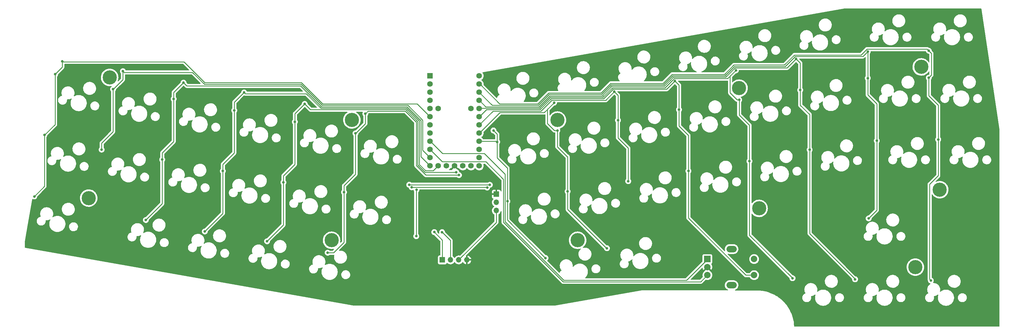
<source format=gbr>
%TF.GenerationSoftware,KiCad,Pcbnew,(6.0.9-0)*%
%TF.CreationDate,2023-02-13T21:26:21+01:00*%
%TF.ProjectId,pcb,7063622e-6b69-4636-9164-5f7063625858,rev?*%
%TF.SameCoordinates,Original*%
%TF.FileFunction,Copper,L1,Top*%
%TF.FilePolarity,Positive*%
%FSLAX46Y46*%
G04 Gerber Fmt 4.6, Leading zero omitted, Abs format (unit mm)*
G04 Created by KiCad (PCBNEW (6.0.9-0)) date 2023-02-13 21:26:21*
%MOMM*%
%LPD*%
G01*
G04 APERTURE LIST*
%TA.AperFunction,ConnectorPad*%
%ADD10C,4.400000*%
%TD*%
%TA.AperFunction,ComponentPad*%
%ADD11C,2.600000*%
%TD*%
%TA.AperFunction,ComponentPad*%
%ADD12R,1.752600X1.752600*%
%TD*%
%TA.AperFunction,ComponentPad*%
%ADD13C,1.752600*%
%TD*%
%TA.AperFunction,ComponentPad*%
%ADD14R,1.700000X1.700000*%
%TD*%
%TA.AperFunction,ComponentPad*%
%ADD15O,1.700000X1.700000*%
%TD*%
%TA.AperFunction,WasherPad*%
%ADD16O,3.200000X2.000000*%
%TD*%
%TA.AperFunction,ComponentPad*%
%ADD17R,2.000000X2.000000*%
%TD*%
%TA.AperFunction,ComponentPad*%
%ADD18C,2.000000*%
%TD*%
%TA.AperFunction,ViaPad*%
%ADD19C,0.800000*%
%TD*%
%TA.AperFunction,Conductor*%
%ADD20C,0.250000*%
%TD*%
G04 APERTURE END LIST*
D10*
%TO.P,H2,1*%
%TO.N,N/C*%
X77266800Y-80568800D03*
D11*
X77266800Y-80568800D03*
%TD*%
%TO.P,H7,1*%
%TO.N,N/C*%
X278993600Y-46431200D03*
D10*
X278993600Y-46431200D03*
%TD*%
D12*
%TO.P,U1,1,GND*%
%TO.N,unconnected-(U1-Pad1)*%
X183134000Y-42621200D03*
D13*
%TO.P,U1,2,0*%
%TO.N,ROW0*%
X183134000Y-45161200D03*
%TO.P,U1,3,1*%
%TO.N,ROW1*%
X183134000Y-47701200D03*
%TO.P,U1,4,2*%
%TO.N,ROW2*%
X183134000Y-50241200D03*
%TO.P,U1,5,3*%
%TO.N,ROW3*%
X183134000Y-52781200D03*
%TO.P,U1,6,4_PWM*%
%TO.N,COL0*%
X183134000Y-55321200D03*
%TO.P,U1,7,5_INT0_PWM*%
%TO.N,SCL*%
X183134000Y-57861200D03*
%TO.P,U1,8,6_INT1*%
%TO.N,SDA*%
X183134000Y-60401200D03*
%TO.P,U1,9,7_INT2_RX*%
%TO.N,ROTA*%
X183134000Y-62941200D03*
%TO.P,U1,10,8_INT3_TX*%
%TO.N,ROTB*%
X183134000Y-65481200D03*
%TO.P,U1,11,9_PWM*%
%TO.N,COL1*%
X183134000Y-68021200D03*
%TO.P,U1,12,10_PWM*%
%TO.N,COL2*%
X183134000Y-70561200D03*
%TO.P,U1,13,23*%
%TO.N,COL3*%
X185674000Y-70561200D03*
%TO.P,U1,14,+5V*%
%TO.N,VCC*%
X188214000Y-70561200D03*
%TO.P,U1,15,GND*%
%TO.N,GND*%
X190754000Y-70561200D03*
%TO.P,U1,16,RST*%
%TO.N,COL4*%
X193294000Y-70561200D03*
%TO.P,U1,17,22_A11*%
%TO.N,COL5*%
X195834000Y-70561200D03*
%TO.P,U1,18,11_A10_LED*%
%TO.N,unconnected-(U1-Pad18)*%
X198374000Y-70561200D03*
%TO.P,U1,19,12_A9_PWM*%
%TO.N,unconnected-(U1-Pad19)*%
X198374000Y-68021200D03*
%TO.P,U1,20,13_A8*%
%TO.N,DIN*%
X198374000Y-65481200D03*
%TO.P,U1,21,14_A7_PWM*%
%TO.N,COL6*%
X198374000Y-62941200D03*
%TO.P,U1,22,15_A6_PWM*%
%TO.N,COL7*%
X198374000Y-60401200D03*
%TO.P,U1,23,16_A5*%
%TO.N,COL8*%
X198374000Y-57861200D03*
%TO.P,U1,24,17_A4*%
%TO.N,COL9*%
X198374000Y-55321200D03*
%TO.P,U1,25,18_A3*%
%TO.N,COL10*%
X198374000Y-52781200D03*
%TO.P,U1,26,19_A2*%
%TO.N,COL11*%
X198374000Y-50241200D03*
%TO.P,U1,27,20_A1*%
%TO.N,COL12*%
X198374000Y-47701200D03*
%TO.P,U1,28,21_A0*%
%TO.N,COL13*%
X198374000Y-45161200D03*
%TO.P,U1,29,+5V*%
%TO.N,VCC*%
X198374000Y-42621200D03*
%TO.P,U1,30,24*%
%TO.N,unconnected-(U1-Pad30)*%
X195834000Y-52781200D03*
%TO.P,U1,31,AREF*%
%TO.N,unconnected-(U1-Pad31)*%
X185674000Y-52781200D03*
%TD*%
D10*
%TO.P,H3,1*%
%TO.N,N/C*%
X158902400Y-56286400D03*
D11*
X158902400Y-56286400D03*
%TD*%
D10*
%TO.P,H6,1*%
%TO.N,N/C*%
X228904800Y-93675200D03*
D11*
X228904800Y-93675200D03*
%TD*%
D14*
%TO.P,LED0,1,Pin_1*%
%TO.N,GND*%
X203708000Y-79364600D03*
D15*
%TO.P,LED0,2,Pin_2*%
%TO.N,DIN*%
X203708000Y-81904600D03*
%TO.P,LED0,3,Pin_3*%
%TO.N,VCC*%
X203708000Y-84444600D03*
%TD*%
D10*
%TO.P,H9,1*%
%TO.N,N/C*%
X335483200Y-39827200D03*
D11*
X335483200Y-39827200D03*
%TD*%
D10*
%TO.P,H8,1*%
%TO.N,N/C*%
X285191200Y-83769200D03*
D11*
X285191200Y-83769200D03*
%TD*%
%TO.P,H4,1*%
%TO.N,N/C*%
X152603200Y-93675200D03*
D10*
X152603200Y-93675200D03*
%TD*%
D11*
%TO.P,H11,1*%
%TO.N,N/C*%
X333654400Y-102006400D03*
D10*
X333654400Y-102006400D03*
%TD*%
D14*
%TO.P,OLED0,1,Pin_1*%
%TO.N,SDA*%
X186954000Y-99771200D03*
D15*
%TO.P,OLED0,2,Pin_2*%
%TO.N,SCL*%
X189494000Y-99771200D03*
%TO.P,OLED0,3,Pin_3*%
%TO.N,VCC*%
X192034000Y-99771200D03*
%TO.P,OLED0,4,Pin_4*%
%TO.N,GND*%
X194574000Y-99771200D03*
%TD*%
D10*
%TO.P,H10,1*%
%TO.N,N/C*%
X341223600Y-77978000D03*
D11*
X341223600Y-77978000D03*
%TD*%
D16*
%TO.P,SW1,*%
%TO.N,*%
X276656800Y-96406400D03*
X276656800Y-107606400D03*
D17*
%TO.P,SW1,A,A*%
%TO.N,ROTA*%
X269156800Y-99506400D03*
D18*
%TO.P,SW1,B,B*%
%TO.N,ROTB*%
X269156800Y-104506400D03*
%TO.P,SW1,C,C*%
%TO.N,GND*%
X269156800Y-102006400D03*
%TO.P,SW1,S1,S1*%
%TO.N,COL9*%
X283656800Y-104506400D03*
%TO.P,SW1,S2,S2*%
%TO.N,Net-(D54-Pad2)*%
X283656800Y-99506400D03*
%TD*%
D10*
%TO.P,H1,1*%
%TO.N,N/C*%
X83769200Y-43078400D03*
D11*
X83769200Y-43078400D03*
%TD*%
%TO.P,H5,1*%
%TO.N,N/C*%
X222656400Y-56337200D03*
D10*
X222656400Y-56337200D03*
%TD*%
D19*
%TO.N,ROW0*%
X176694500Y-76425527D03*
X201671786Y-76443326D03*
%TO.N,ROW1*%
X177431100Y-77216000D03*
X200855152Y-77284152D03*
%TO.N,ROW3*%
X178943000Y-77978000D03*
X178866800Y-92405200D03*
%TO.N,COL0*%
X63525400Y-60985400D03*
X60401200Y-80060800D03*
X66852800Y-42113200D03*
X69088000Y-38100000D03*
%TO.N,COL1*%
X84836000Y-46736000D03*
X81280000Y-65532000D03*
X87884000Y-41148000D03*
%TO.N,COL2*%
X100076000Y-68580000D03*
X103632000Y-49784000D03*
X94996000Y-87376000D03*
X106680000Y-44704000D03*
%TO.N,COL3*%
X113284000Y-90932000D03*
X118872000Y-72136000D03*
X122428000Y-53340000D03*
X125476000Y-47752000D03*
%TO.N,COL4*%
X191269200Y-72535200D03*
X144272000Y-51308000D03*
X141224000Y-56896000D03*
X132588000Y-93980000D03*
X137668000Y-75692000D03*
%TO.N,COL5*%
X163068000Y-54356000D03*
X151384000Y-97536000D03*
X192100200Y-73422802D03*
X160020000Y-60452000D03*
X156464000Y-78740000D03*
%TO.N,COL6*%
X203962000Y-63119000D03*
X202819000Y-59563000D03*
X218948000Y-99187000D03*
X207137000Y-81534000D03*
%TO.N,COL7*%
X237998000Y-96139000D03*
X221615000Y-50927000D03*
X225806000Y-78486000D03*
X222631000Y-59563000D03*
%TO.N,COL8*%
X241427000Y-56388000D03*
X244602000Y-75311000D03*
X240284000Y-47498000D03*
%TO.N,COL9*%
X260350000Y-53086000D03*
X259080000Y-44196000D03*
X263271000Y-72136000D03*
%TO.N,COL10*%
X295554400Y-105460800D03*
X282194000Y-69088000D03*
X278003000Y-40894000D03*
X279019000Y-50038000D03*
%TO.N,COL11*%
X297942000Y-46990000D03*
X300863000Y-65532000D03*
X314960000Y-105791000D03*
X296672000Y-37338000D03*
%TO.N,COL12*%
X318897000Y-35052000D03*
X319176400Y-86868000D03*
X321691000Y-62738000D03*
X318897000Y-43307000D03*
%TO.N,COL13*%
X337820000Y-34798000D03*
X340741000Y-62357000D03*
X338455000Y-106172000D03*
X337820000Y-43180000D03*
%TO.N,SDA*%
X184454800Y-91135200D03*
%TO.N,SCL*%
X186875300Y-91153100D03*
%TD*%
D20*
%TO.N,ROW0*%
X201671786Y-76443326D02*
X201653987Y-76425527D01*
X201653987Y-76425527D02*
X176694500Y-76425527D01*
%TO.N,ROW1*%
X200787000Y-77216000D02*
X200855152Y-77284152D01*
X177431100Y-77216000D02*
X200787000Y-77216000D01*
%TO.N,ROW3*%
X178880100Y-92391900D02*
X178880100Y-78040900D01*
X178880100Y-78040900D02*
X178943000Y-77978000D01*
%TO.N,VCC*%
X203708000Y-88097200D02*
X192034000Y-99771200D01*
X203708000Y-84444600D02*
X203708000Y-88097200D01*
%TO.N,COL0*%
X106807000Y-38227000D02*
X113284000Y-44704000D01*
X113284000Y-44704000D02*
X143256000Y-44704000D01*
X60401200Y-80060800D02*
X63550800Y-76911200D01*
X66852800Y-42113200D02*
X69088000Y-39878000D01*
X69088000Y-39878000D02*
X69088000Y-38100000D01*
X69215000Y-38227000D02*
X106807000Y-38227000D01*
X63550800Y-76911200D02*
X63550800Y-61010800D01*
X69088000Y-38100000D02*
X69215000Y-38227000D01*
X66852800Y-57734200D02*
X63601600Y-60985400D01*
X143256000Y-44704000D02*
X149860000Y-51308000D01*
X149860000Y-51308000D02*
X179120800Y-51308000D01*
X63601600Y-60985400D02*
X63525400Y-60985400D01*
X179120800Y-51308000D02*
X183134000Y-55321200D01*
X66852800Y-42113200D02*
X66852800Y-57734200D01*
X63550800Y-61010800D02*
X63525400Y-60985400D01*
%TO.N,COL1*%
X113155604Y-45212000D02*
X143127604Y-45212000D01*
X180848000Y-65735200D02*
X183134000Y-68021200D01*
X143127604Y-45212000D02*
X149673604Y-51758000D01*
X87884000Y-41148000D02*
X87884000Y-43738800D01*
X84886800Y-46736000D02*
X84836000Y-46736000D01*
X87884000Y-43738800D02*
X84886800Y-46736000D01*
X149673604Y-51758000D02*
X176218000Y-51758000D01*
X81280000Y-63500000D02*
X81280000Y-65532000D01*
X87884000Y-41148000D02*
X88265000Y-41529000D01*
X176218000Y-51758000D02*
X180848000Y-56388000D01*
X109472604Y-41529000D02*
X113155604Y-45212000D01*
X84836000Y-46736000D02*
X84836000Y-59944000D01*
X82804000Y-61976000D02*
X81280000Y-63500000D01*
X180848000Y-56388000D02*
X180848000Y-65735200D01*
X84836000Y-59944000D02*
X82804000Y-61976000D01*
X88265000Y-41529000D02*
X109472604Y-41529000D01*
%TO.N,COL2*%
X106680000Y-44704000D02*
X103632000Y-47752000D01*
X149487208Y-52208000D02*
X176031604Y-52208000D01*
X100076000Y-66548000D02*
X100076000Y-68580000D01*
X103632000Y-62992000D02*
X100076000Y-66548000D01*
X100076000Y-68580000D02*
X100076000Y-82296000D01*
X142999208Y-45720000D02*
X149487208Y-52208000D01*
X106680000Y-44704000D02*
X107696000Y-45720000D01*
X107696000Y-45720000D02*
X142999208Y-45720000D01*
X100076000Y-82296000D02*
X94996000Y-87376000D01*
X103632000Y-47752000D02*
X103632000Y-49784000D01*
X180340000Y-67767200D02*
X183134000Y-70561200D01*
X103632000Y-49784000D02*
X103632000Y-62992000D01*
X176031604Y-52208000D02*
X180340000Y-56516396D01*
X180340000Y-56516396D02*
X180340000Y-67767200D01*
%TO.N,COL3*%
X118872000Y-70104000D02*
X118872000Y-72136000D01*
X149300812Y-52658000D02*
X175845208Y-52658000D01*
X125476000Y-47752000D02*
X125857000Y-48133000D01*
X125476000Y-47752000D02*
X122428000Y-50800000D01*
X181762400Y-72085200D02*
X184150000Y-72085200D01*
X122428000Y-66548000D02*
X118872000Y-70104000D01*
X175845208Y-52658000D02*
X179832000Y-56644792D01*
X179832000Y-70154800D02*
X181762400Y-72085200D01*
X118872000Y-72136000D02*
X118872000Y-85344000D01*
X179832000Y-56644792D02*
X179832000Y-70154800D01*
X125857000Y-48133000D02*
X144775812Y-48133000D01*
X122428000Y-53340000D02*
X122428000Y-66548000D01*
X184150000Y-72085200D02*
X185674000Y-70561200D01*
X118872000Y-85344000D02*
X113284000Y-90932000D01*
X122428000Y-50800000D02*
X122428000Y-53340000D01*
X144775812Y-48133000D02*
X149300812Y-52658000D01*
%TO.N,COL4*%
X137668000Y-73660000D02*
X137668000Y-75692000D01*
X144272000Y-51308000D02*
X141224000Y-54356000D01*
X179324000Y-70283196D02*
X179324000Y-56773188D01*
X179324000Y-56773188D02*
X175658812Y-53108000D01*
X146072000Y-53108000D02*
X144272000Y-51308000D01*
X141224000Y-56896000D02*
X141224000Y-70104000D01*
X137668000Y-75692000D02*
X137668000Y-88900000D01*
X141224000Y-70104000D02*
X137668000Y-73660000D01*
X191269200Y-72535200D02*
X181576004Y-72535200D01*
X175658812Y-53108000D02*
X146072000Y-53108000D01*
X181576004Y-72535200D02*
X179324000Y-70283196D01*
X141224000Y-54356000D02*
X141224000Y-56896000D01*
X137668000Y-88900000D02*
X132588000Y-93980000D01*
%TO.N,COL5*%
X156464000Y-78740000D02*
X156464000Y-94284800D01*
X175472416Y-53558000D02*
X163866000Y-53558000D01*
X160070800Y-60452000D02*
X160020000Y-60452000D01*
X181827210Y-73422802D02*
X178874000Y-70469592D01*
X163866000Y-53558000D02*
X163068000Y-54356000D01*
X178874000Y-56959584D02*
X175472416Y-53558000D01*
X153212800Y-97536000D02*
X151384000Y-97536000D01*
X192100200Y-73422802D02*
X181827210Y-73422802D01*
X156464000Y-94284800D02*
X153212800Y-97536000D01*
X156464000Y-76708000D02*
X156464000Y-78740000D01*
X163068000Y-57454800D02*
X160070800Y-60452000D01*
X178874000Y-70469592D02*
X178874000Y-56959584D01*
X163068000Y-54356000D02*
X163068000Y-57454800D01*
X160020000Y-73152000D02*
X159004000Y-74168000D01*
X159004000Y-74168000D02*
X156464000Y-76708000D01*
X160020000Y-60452000D02*
X160020000Y-73152000D01*
%TO.N,COL6*%
X203962000Y-63119000D02*
X203962000Y-68072000D01*
X203962000Y-63119000D02*
X203784200Y-62941200D01*
X203784200Y-62941200D02*
X198374000Y-62941200D01*
X207137000Y-81534000D02*
X207137000Y-87376000D01*
X203962000Y-60706000D02*
X203962000Y-63119000D01*
X207137000Y-71247000D02*
X207137000Y-81534000D01*
X203962000Y-68072000D02*
X207137000Y-71247000D01*
X202819000Y-59563000D02*
X203962000Y-60706000D01*
X207137000Y-87376000D02*
X218948000Y-99187000D01*
%TO.N,COL7*%
X198424800Y-60401200D02*
X198374000Y-60401200D01*
X221716600Y-59563000D02*
X222631000Y-59563000D01*
X221615000Y-50927000D02*
X219557600Y-52984400D01*
X219557600Y-57404000D02*
X221716600Y-59563000D01*
X218534000Y-54008000D02*
X204818000Y-54008000D01*
X237871000Y-96139000D02*
X237998000Y-96139000D01*
X225806000Y-67691000D02*
X225806000Y-78486000D01*
X225806000Y-84074000D02*
X237871000Y-96139000D01*
X225806000Y-78486000D02*
X225806000Y-84074000D01*
X221615000Y-50927000D02*
X218534000Y-54008000D01*
X225679000Y-67691000D02*
X225806000Y-67691000D01*
X222631000Y-64643000D02*
X225679000Y-67691000D01*
X204818000Y-54008000D02*
X198424800Y-60401200D01*
X222631000Y-59563000D02*
X222631000Y-64643000D01*
X219557600Y-52984400D02*
X219557600Y-57404000D01*
%TO.N,COL8*%
X220911000Y-50165000D02*
X217518000Y-53558000D01*
X240284000Y-47498000D02*
X237617000Y-50165000D01*
X241427000Y-61849000D02*
X244602000Y-65024000D01*
X217518000Y-53558000D02*
X202677200Y-53558000D01*
X241427000Y-56388000D02*
X241427000Y-61849000D01*
X237617000Y-50165000D02*
X220911000Y-50165000D01*
X244602000Y-65024000D02*
X244602000Y-75311000D01*
X202677200Y-53558000D02*
X198374000Y-57861200D01*
X241427000Y-48641000D02*
X241427000Y-56388000D01*
X240284000Y-47498000D02*
X241427000Y-48641000D01*
%TO.N,COL9*%
X200638000Y-53108000D02*
X198424800Y-55321200D01*
X239903000Y-46736000D02*
X236924000Y-49715000D01*
X217275000Y-53108000D02*
X200638000Y-53108000D01*
X260350000Y-53086000D02*
X260350000Y-58166000D01*
X260350000Y-45466000D02*
X260350000Y-53086000D01*
X260350000Y-58166000D02*
X263271000Y-61087000D01*
X281036400Y-104506400D02*
X283656800Y-104506400D01*
X259080000Y-44196000D02*
X256540000Y-46736000D01*
X263271000Y-72136000D02*
X263271000Y-86741000D01*
X263271000Y-86741000D02*
X281036400Y-104506400D01*
X236924000Y-49715000D02*
X220668000Y-49715000D01*
X259080000Y-44196000D02*
X260350000Y-45466000D01*
X220668000Y-49715000D02*
X217275000Y-53108000D01*
X198424800Y-55321200D02*
X198374000Y-55321200D01*
X256540000Y-46736000D02*
X239903000Y-46736000D01*
X263271000Y-61087000D02*
X263271000Y-72136000D01*
%TO.N,COL10*%
X282194000Y-57912000D02*
X282194000Y-69088000D01*
X239716604Y-46286000D02*
X236737604Y-49265000D01*
X279019000Y-54737000D02*
X282194000Y-57912000D01*
X255974000Y-46286000D02*
X239716604Y-46286000D01*
X282194000Y-92075000D02*
X282194000Y-69088000D01*
X198497200Y-52658000D02*
X198374000Y-52781200D01*
X275426000Y-43471000D02*
X258779695Y-43471000D01*
X258355000Y-43895695D02*
X258355000Y-43905000D01*
X295554400Y-105460800D02*
X295554400Y-105435400D01*
X276199600Y-47853600D02*
X278384000Y-50038000D01*
X217088604Y-52658000D02*
X198497200Y-52658000D01*
X258355000Y-43905000D02*
X255974000Y-46286000D01*
X236737604Y-49265000D02*
X220481604Y-49265000D01*
X279019000Y-50038000D02*
X279019000Y-54737000D01*
X258779695Y-43471000D02*
X258355000Y-43895695D01*
X278003000Y-40894000D02*
X275426000Y-43471000D01*
X220481604Y-49265000D02*
X217088604Y-52658000D01*
X278003000Y-40894000D02*
X276199600Y-42697400D01*
X295554400Y-105435400D02*
X282194000Y-92075000D01*
X278384000Y-50038000D02*
X279019000Y-50038000D01*
X276199600Y-42697400D02*
X276199600Y-47853600D01*
%TO.N,COL11*%
X300863000Y-54610000D02*
X300863000Y-65532000D01*
X258593299Y-43021000D02*
X257682302Y-43931997D01*
X257682302Y-43931997D02*
X257682302Y-43941302D01*
X274850695Y-43021000D02*
X258593299Y-43021000D01*
X296672000Y-37338000D02*
X293878000Y-40132000D01*
X257682302Y-43941302D02*
X255787604Y-45836000D01*
X297942000Y-46990000D02*
X297942000Y-51689000D01*
X277739695Y-40132000D02*
X274850695Y-43021000D01*
X216902208Y-52208000D02*
X200417000Y-52208000D01*
X239530208Y-45836000D02*
X236551208Y-48815000D01*
X200417000Y-52208000D02*
X198450200Y-50241200D01*
X198450200Y-50241200D02*
X198374000Y-50241200D01*
X255787604Y-45836000D02*
X239530208Y-45836000D01*
X293878000Y-40132000D02*
X277739695Y-40132000D01*
X300863000Y-91567000D02*
X314960000Y-105664000D01*
X314960000Y-105664000D02*
X314960000Y-105791000D01*
X296672000Y-37338000D02*
X297942000Y-38608000D01*
X297942000Y-38608000D02*
X297942000Y-46990000D01*
X236551208Y-48815000D02*
X220295208Y-48815000D01*
X300863000Y-65532000D02*
X300863000Y-91567000D01*
X220295208Y-48815000D02*
X216902208Y-52208000D01*
X297942000Y-51689000D02*
X300863000Y-54610000D01*
%TO.N,COL12*%
X318897000Y-35052000D02*
X317373000Y-36576000D01*
X220108812Y-48365000D02*
X216715812Y-51758000D01*
X318897000Y-35052000D02*
X318897000Y-43307000D01*
X321691000Y-51308000D02*
X321691000Y-62738000D01*
X257232302Y-43745601D02*
X257232302Y-43754906D01*
X239343812Y-45386000D02*
X236364812Y-48365000D01*
X319176400Y-86868000D02*
X319176400Y-86842600D01*
X274664299Y-42571000D02*
X258406903Y-42571000D01*
X216715812Y-51758000D02*
X202380000Y-51758000D01*
X296408695Y-36576000D02*
X293302695Y-39682000D01*
X321691000Y-84328000D02*
X321691000Y-62738000D01*
X257232302Y-43754906D02*
X255601208Y-45386000D01*
X258406903Y-42571000D02*
X257232302Y-43745601D01*
X318897000Y-48514000D02*
X321691000Y-51308000D01*
X317373000Y-36576000D02*
X296408695Y-36576000D01*
X255601208Y-45386000D02*
X239343812Y-45386000D01*
X277553299Y-39682000D02*
X274664299Y-42571000D01*
X293302695Y-39682000D02*
X277553299Y-39682000D01*
X318897000Y-43307000D02*
X318897000Y-48514000D01*
X202380000Y-51758000D02*
X198374000Y-47752000D01*
X236364812Y-48365000D02*
X220108812Y-48365000D01*
X198374000Y-47752000D02*
X198374000Y-47701200D01*
X319176400Y-86842600D02*
X321691000Y-84328000D01*
%TO.N,COL13*%
X340741000Y-51689000D02*
X340741000Y-62357000D01*
X219922416Y-47915000D02*
X216529416Y-51308000D01*
X318172000Y-34751695D02*
X318172000Y-34761000D01*
X258220507Y-42121000D02*
X255405507Y-44936000D01*
X338074000Y-76301600D02*
X338074000Y-105791000D01*
X216529416Y-51308000D02*
X204724000Y-51308000D01*
X337820000Y-34798000D02*
X337312000Y-34290000D01*
X337820000Y-43180000D02*
X337820000Y-48768000D01*
X338632800Y-42367200D02*
X337820000Y-43180000D01*
X340766400Y-62382400D02*
X340766400Y-73609200D01*
X198577200Y-45161200D02*
X198374000Y-45161200D01*
X340741000Y-62357000D02*
X340766400Y-62382400D01*
X293000000Y-39232000D02*
X277366903Y-39232000D01*
X318172000Y-34761000D02*
X316807000Y-36126000D01*
X296106000Y-36126000D02*
X293000000Y-39232000D01*
X236178416Y-47915000D02*
X219922416Y-47915000D01*
X274477903Y-42121000D02*
X258220507Y-42121000D01*
X316807000Y-36126000D02*
X296106000Y-36126000D01*
X337312000Y-34290000D02*
X318633695Y-34290000D01*
X340766400Y-73609200D02*
X338074000Y-76301600D01*
X338632800Y-35610800D02*
X338632800Y-42367200D01*
X239157416Y-44936000D02*
X236178416Y-47915000D01*
X337820000Y-48768000D02*
X340741000Y-51689000D01*
X255405507Y-44936000D02*
X239157416Y-44936000D01*
X338074000Y-105791000D02*
X338455000Y-106172000D01*
X337820000Y-34798000D02*
X338632800Y-35610800D01*
X318633695Y-34290000D02*
X318172000Y-34751695D01*
X277366903Y-39232000D02*
X274477903Y-42121000D01*
X204724000Y-51308000D02*
X198577200Y-45161200D01*
%TO.N,ROTA*%
X224594000Y-106103000D02*
X206375000Y-87884000D01*
X186994800Y-66751200D02*
X183184800Y-62941200D01*
X269156800Y-99506400D02*
X269156800Y-99651200D01*
X199974200Y-66751200D02*
X186994800Y-66751200D01*
X206375000Y-73152000D02*
X199974200Y-66751200D01*
X206375000Y-87884000D02*
X206375000Y-73152000D01*
X183184800Y-62941200D02*
X183134000Y-62941200D01*
X262705000Y-106103000D02*
X224594000Y-106103000D01*
X269156800Y-99651200D02*
X262705000Y-106103000D01*
%TO.N,ROTB*%
X186944000Y-69291200D02*
X183134000Y-65481200D01*
X267110200Y-106553000D02*
X224407604Y-106553000D01*
X200482200Y-69291200D02*
X186944000Y-69291200D01*
X224407604Y-106553000D02*
X205925000Y-88070396D01*
X269156800Y-104506400D02*
X267110200Y-106553000D01*
X205925000Y-88070396D02*
X205925000Y-74734000D01*
X205925000Y-74734000D02*
X200482200Y-69291200D01*
%TO.N,SDA*%
X186954000Y-93634400D02*
X186954000Y-99771200D01*
X184454800Y-91135200D02*
X186954000Y-93634400D01*
%TO.N,SCL*%
X186911100Y-91153100D02*
X189494000Y-93736000D01*
X186875300Y-91153100D02*
X186911100Y-91153100D01*
X189494000Y-93736000D02*
X189494000Y-99771200D01*
%TD*%
%TA.AperFunction,Conductor*%
%TO.N,GND*%
G36*
X354054753Y-21661302D02*
G01*
X354101246Y-21714958D01*
X354111242Y-21748639D01*
X359710774Y-59145511D01*
X359712911Y-59159782D01*
X359714300Y-59178440D01*
X359714300Y-120371100D01*
X359694298Y-120439221D01*
X359640642Y-120485714D01*
X359588300Y-120497100D01*
X296186900Y-120497100D01*
X296118779Y-120477098D01*
X296072286Y-120423442D01*
X296060907Y-120372388D01*
X296060839Y-120365770D01*
X296060821Y-120363969D01*
X296017515Y-119714497D01*
X295937664Y-119068499D01*
X295821522Y-118428029D01*
X295669459Y-117795126D01*
X295481958Y-117171802D01*
X295481348Y-117170123D01*
X295260220Y-116561703D01*
X295260213Y-116561685D01*
X295259615Y-116560040D01*
X295003138Y-115961785D01*
X294713342Y-115378940D01*
X294391150Y-114813359D01*
X294037585Y-114266841D01*
X293653773Y-113741125D01*
X293240934Y-113237882D01*
X292919742Y-112888536D01*
X292801584Y-112760021D01*
X292801577Y-112760013D01*
X292800381Y-112758713D01*
X292762000Y-112721424D01*
X292334773Y-112306361D01*
X292334769Y-112306357D01*
X292333517Y-112305141D01*
X292019966Y-112033144D01*
X291843163Y-111879772D01*
X291843152Y-111879763D01*
X291841824Y-111878611D01*
X291326868Y-111480478D01*
X291268786Y-111440593D01*
X298587039Y-111440593D01*
X298595848Y-111675216D01*
X298596943Y-111680434D01*
X298621794Y-111798871D01*
X298644062Y-111905001D01*
X298730302Y-112123377D01*
X298733071Y-112127940D01*
X298841340Y-112306361D01*
X298852104Y-112324100D01*
X299005985Y-112501432D01*
X299010117Y-112504820D01*
X299183416Y-112646917D01*
X299183422Y-112646921D01*
X299187544Y-112650301D01*
X299192180Y-112652940D01*
X299192183Y-112652942D01*
X299303408Y-112716255D01*
X299391590Y-112766451D01*
X299612289Y-112846561D01*
X299617538Y-112847510D01*
X299617541Y-112847511D01*
X299698615Y-112862171D01*
X299843330Y-112888340D01*
X299847469Y-112888535D01*
X299847476Y-112888536D01*
X299866440Y-112889430D01*
X299866449Y-112889430D01*
X299867929Y-112889500D01*
X300032950Y-112889500D01*
X300114299Y-112882597D01*
X300202637Y-112875102D01*
X300202641Y-112875101D01*
X300207948Y-112874651D01*
X300213103Y-112873313D01*
X300213109Y-112873312D01*
X300430035Y-112817009D01*
X300430034Y-112817009D01*
X300435206Y-112815667D01*
X300440072Y-112813475D01*
X300440075Y-112813474D01*
X300644417Y-112721424D01*
X300644420Y-112721423D01*
X300649278Y-112719234D01*
X300844041Y-112588112D01*
X301013927Y-112426049D01*
X301154078Y-112237679D01*
X301214719Y-112118408D01*
X301258069Y-112033144D01*
X301258069Y-112033143D01*
X301260487Y-112028388D01*
X301330111Y-111804160D01*
X301347202Y-111675216D01*
X301360261Y-111576690D01*
X301360261Y-111576687D01*
X301360961Y-111571407D01*
X301352152Y-111336784D01*
X301339690Y-111277392D01*
X301306373Y-111118602D01*
X301311960Y-111047826D01*
X301354925Y-110991305D01*
X301420898Y-110967035D01*
X301454355Y-110964696D01*
X301519828Y-110960118D01*
X301519834Y-110960117D01*
X301524212Y-110959811D01*
X301798970Y-110901409D01*
X301803099Y-110899906D01*
X301803103Y-110899905D01*
X302058781Y-110806846D01*
X302058785Y-110806844D01*
X302062926Y-110805337D01*
X302310942Y-110673464D01*
X302495327Y-110539501D01*
X302562195Y-110515642D01*
X302631347Y-110531723D01*
X302680827Y-110582637D01*
X302694926Y-110652220D01*
X302686540Y-110687820D01*
X302669370Y-110731187D01*
X302591064Y-111036170D01*
X302551600Y-111348562D01*
X302551600Y-111663438D01*
X302591064Y-111975830D01*
X302669370Y-112280813D01*
X302785284Y-112573577D01*
X302787186Y-112577036D01*
X302787187Y-112577039D01*
X302919112Y-112817009D01*
X302936976Y-112849504D01*
X303122055Y-113104244D01*
X303337602Y-113333778D01*
X303580218Y-113534487D01*
X303846076Y-113703206D01*
X303849655Y-113704890D01*
X303849662Y-113704894D01*
X304127394Y-113835584D01*
X304127398Y-113835586D01*
X304130984Y-113837273D01*
X304430448Y-113934575D01*
X304739746Y-113993577D01*
X304833300Y-113999463D01*
X304973358Y-114008275D01*
X304973374Y-114008276D01*
X304975353Y-114008400D01*
X305132647Y-114008400D01*
X305134626Y-114008276D01*
X305134642Y-114008275D01*
X305274700Y-113999463D01*
X305368254Y-113993577D01*
X305677552Y-113934575D01*
X305977016Y-113837273D01*
X305980602Y-113835586D01*
X305980606Y-113835584D01*
X306258338Y-113704894D01*
X306258345Y-113704890D01*
X306261924Y-113703206D01*
X306527782Y-113534487D01*
X306770398Y-113333778D01*
X306985945Y-113104244D01*
X307171024Y-112849504D01*
X307188889Y-112817009D01*
X307320813Y-112577039D01*
X307320814Y-112577036D01*
X307322716Y-112573577D01*
X307438630Y-112280813D01*
X307516936Y-111975830D01*
X307556400Y-111663438D01*
X307556400Y-111440593D01*
X308747039Y-111440593D01*
X308755848Y-111675216D01*
X308756943Y-111680434D01*
X308781794Y-111798871D01*
X308804062Y-111905001D01*
X308890302Y-112123377D01*
X308893071Y-112127940D01*
X309001340Y-112306361D01*
X309012104Y-112324100D01*
X309165985Y-112501432D01*
X309170117Y-112504820D01*
X309343416Y-112646917D01*
X309343422Y-112646921D01*
X309347544Y-112650301D01*
X309352180Y-112652940D01*
X309352183Y-112652942D01*
X309463408Y-112716255D01*
X309551590Y-112766451D01*
X309772289Y-112846561D01*
X309777538Y-112847510D01*
X309777541Y-112847511D01*
X309858615Y-112862171D01*
X310003330Y-112888340D01*
X310007469Y-112888535D01*
X310007476Y-112888536D01*
X310026440Y-112889430D01*
X310026449Y-112889430D01*
X310027929Y-112889500D01*
X310192950Y-112889500D01*
X310274299Y-112882597D01*
X310362637Y-112875102D01*
X310362641Y-112875101D01*
X310367948Y-112874651D01*
X310373103Y-112873313D01*
X310373109Y-112873312D01*
X310590035Y-112817009D01*
X310590034Y-112817009D01*
X310595206Y-112815667D01*
X310600072Y-112813475D01*
X310600075Y-112813474D01*
X310804417Y-112721424D01*
X310804420Y-112721423D01*
X310809278Y-112719234D01*
X311004041Y-112588112D01*
X311173927Y-112426049D01*
X311314078Y-112237679D01*
X311374719Y-112118408D01*
X311418069Y-112033144D01*
X311418069Y-112033143D01*
X311420487Y-112028388D01*
X311490111Y-111804160D01*
X311507202Y-111675216D01*
X311520261Y-111576690D01*
X311520261Y-111576687D01*
X311520961Y-111571407D01*
X311516050Y-111440593D01*
X317637039Y-111440593D01*
X317645848Y-111675216D01*
X317646943Y-111680434D01*
X317671794Y-111798871D01*
X317694062Y-111905001D01*
X317780302Y-112123377D01*
X317783071Y-112127940D01*
X317891340Y-112306361D01*
X317902104Y-112324100D01*
X318055985Y-112501432D01*
X318060117Y-112504820D01*
X318233416Y-112646917D01*
X318233422Y-112646921D01*
X318237544Y-112650301D01*
X318242180Y-112652940D01*
X318242183Y-112652942D01*
X318353408Y-112716255D01*
X318441590Y-112766451D01*
X318662289Y-112846561D01*
X318667538Y-112847510D01*
X318667541Y-112847511D01*
X318748615Y-112862171D01*
X318893330Y-112888340D01*
X318897469Y-112888535D01*
X318897476Y-112888536D01*
X318916440Y-112889430D01*
X318916449Y-112889430D01*
X318917929Y-112889500D01*
X319082950Y-112889500D01*
X319164299Y-112882597D01*
X319252637Y-112875102D01*
X319252641Y-112875101D01*
X319257948Y-112874651D01*
X319263103Y-112873313D01*
X319263109Y-112873312D01*
X319480035Y-112817009D01*
X319480034Y-112817009D01*
X319485206Y-112815667D01*
X319490072Y-112813475D01*
X319490075Y-112813474D01*
X319694417Y-112721424D01*
X319694420Y-112721423D01*
X319699278Y-112719234D01*
X319894041Y-112588112D01*
X320063927Y-112426049D01*
X320204078Y-112237679D01*
X320264719Y-112118408D01*
X320308069Y-112033144D01*
X320308069Y-112033143D01*
X320310487Y-112028388D01*
X320380111Y-111804160D01*
X320397202Y-111675216D01*
X320410261Y-111576690D01*
X320410261Y-111576687D01*
X320410961Y-111571407D01*
X320402152Y-111336784D01*
X320389690Y-111277392D01*
X320356373Y-111118602D01*
X320361960Y-111047826D01*
X320404925Y-110991305D01*
X320470898Y-110967035D01*
X320504355Y-110964696D01*
X320569828Y-110960118D01*
X320569834Y-110960117D01*
X320574212Y-110959811D01*
X320848970Y-110901409D01*
X320853099Y-110899906D01*
X320853103Y-110899905D01*
X321108781Y-110806846D01*
X321108785Y-110806844D01*
X321112926Y-110805337D01*
X321360942Y-110673464D01*
X321545327Y-110539501D01*
X321612195Y-110515642D01*
X321681347Y-110531723D01*
X321730827Y-110582637D01*
X321744926Y-110652220D01*
X321736540Y-110687820D01*
X321719370Y-110731187D01*
X321641064Y-111036170D01*
X321601600Y-111348562D01*
X321601600Y-111663438D01*
X321641064Y-111975830D01*
X321719370Y-112280813D01*
X321835284Y-112573577D01*
X321837186Y-112577036D01*
X321837187Y-112577039D01*
X321969112Y-112817009D01*
X321986976Y-112849504D01*
X322172055Y-113104244D01*
X322387602Y-113333778D01*
X322630218Y-113534487D01*
X322896076Y-113703206D01*
X322899655Y-113704890D01*
X322899662Y-113704894D01*
X323177394Y-113835584D01*
X323177398Y-113835586D01*
X323180984Y-113837273D01*
X323480448Y-113934575D01*
X323789746Y-113993577D01*
X323883300Y-113999463D01*
X324023358Y-114008275D01*
X324023374Y-114008276D01*
X324025353Y-114008400D01*
X324182647Y-114008400D01*
X324184626Y-114008276D01*
X324184642Y-114008275D01*
X324324700Y-113999463D01*
X324418254Y-113993577D01*
X324727552Y-113934575D01*
X325027016Y-113837273D01*
X325030602Y-113835586D01*
X325030606Y-113835584D01*
X325308338Y-113704894D01*
X325308345Y-113704890D01*
X325311924Y-113703206D01*
X325577782Y-113534487D01*
X325820398Y-113333778D01*
X326035945Y-113104244D01*
X326221024Y-112849504D01*
X326238889Y-112817009D01*
X326370813Y-112577039D01*
X326370814Y-112577036D01*
X326372716Y-112573577D01*
X326488630Y-112280813D01*
X326566936Y-111975830D01*
X326606400Y-111663438D01*
X326606400Y-111440593D01*
X327797039Y-111440593D01*
X327805848Y-111675216D01*
X327806943Y-111680434D01*
X327831794Y-111798871D01*
X327854062Y-111905001D01*
X327940302Y-112123377D01*
X327943071Y-112127940D01*
X328051340Y-112306361D01*
X328062104Y-112324100D01*
X328215985Y-112501432D01*
X328220117Y-112504820D01*
X328393416Y-112646917D01*
X328393422Y-112646921D01*
X328397544Y-112650301D01*
X328402180Y-112652940D01*
X328402183Y-112652942D01*
X328513408Y-112716255D01*
X328601590Y-112766451D01*
X328822289Y-112846561D01*
X328827538Y-112847510D01*
X328827541Y-112847511D01*
X328908615Y-112862171D01*
X329053330Y-112888340D01*
X329057469Y-112888535D01*
X329057476Y-112888536D01*
X329076440Y-112889430D01*
X329076449Y-112889430D01*
X329077929Y-112889500D01*
X329242950Y-112889500D01*
X329324299Y-112882597D01*
X329412637Y-112875102D01*
X329412641Y-112875101D01*
X329417948Y-112874651D01*
X329423103Y-112873313D01*
X329423109Y-112873312D01*
X329640035Y-112817009D01*
X329640034Y-112817009D01*
X329645206Y-112815667D01*
X329650072Y-112813475D01*
X329650075Y-112813474D01*
X329854417Y-112721424D01*
X329854420Y-112721423D01*
X329859278Y-112719234D01*
X330054041Y-112588112D01*
X330223927Y-112426049D01*
X330364078Y-112237679D01*
X330424719Y-112118408D01*
X330468069Y-112033144D01*
X330468069Y-112033143D01*
X330470487Y-112028388D01*
X330540111Y-111804160D01*
X330557202Y-111675216D01*
X330570261Y-111576690D01*
X330570261Y-111576687D01*
X330570961Y-111571407D01*
X330562152Y-111336784D01*
X330544358Y-111251978D01*
X330515035Y-111112226D01*
X330515034Y-111112223D01*
X330513938Y-111106999D01*
X330427698Y-110888623D01*
X330358930Y-110775297D01*
X330308664Y-110692461D01*
X330308662Y-110692458D01*
X330305896Y-110687900D01*
X330152015Y-110510568D01*
X330141938Y-110502306D01*
X329974584Y-110365083D01*
X329974578Y-110365079D01*
X329970456Y-110361699D01*
X329965820Y-110359060D01*
X329965817Y-110359058D01*
X329771053Y-110248192D01*
X329766410Y-110245549D01*
X329545711Y-110165439D01*
X329540462Y-110164490D01*
X329540459Y-110164489D01*
X329459385Y-110149829D01*
X329314670Y-110123660D01*
X329310531Y-110123465D01*
X329310524Y-110123464D01*
X329291560Y-110122570D01*
X329291551Y-110122570D01*
X329290071Y-110122500D01*
X329125050Y-110122500D01*
X329043701Y-110129403D01*
X328955363Y-110136898D01*
X328955359Y-110136899D01*
X328950052Y-110137349D01*
X328944897Y-110138687D01*
X328944891Y-110138688D01*
X328767177Y-110184814D01*
X328722794Y-110196333D01*
X328717928Y-110198525D01*
X328717925Y-110198526D01*
X328513583Y-110290576D01*
X328513580Y-110290577D01*
X328508722Y-110292766D01*
X328313959Y-110423888D01*
X328144073Y-110585951D01*
X328003922Y-110774321D01*
X328001506Y-110779072D01*
X328001504Y-110779076D01*
X327940072Y-110899905D01*
X327897513Y-110983612D01*
X327827889Y-111207840D01*
X327827188Y-111213129D01*
X327810092Y-111342116D01*
X327797039Y-111440593D01*
X326606400Y-111440593D01*
X326606400Y-111348562D01*
X326566936Y-111036170D01*
X326488630Y-110731187D01*
X326372716Y-110438423D01*
X326366749Y-110427569D01*
X326222933Y-110165968D01*
X326222931Y-110165965D01*
X326221024Y-110162496D01*
X326071993Y-109957372D01*
X326038273Y-109910960D01*
X326038272Y-109910958D01*
X326035945Y-109907756D01*
X325820398Y-109678222D01*
X325577782Y-109477513D01*
X325311924Y-109308794D01*
X325308345Y-109307110D01*
X325308338Y-109307106D01*
X325030606Y-109176416D01*
X325030602Y-109176414D01*
X325027016Y-109174727D01*
X324727552Y-109077425D01*
X324418254Y-109018423D01*
X324324700Y-109012537D01*
X324184642Y-109003725D01*
X324184626Y-109003724D01*
X324182647Y-109003600D01*
X324025353Y-109003600D01*
X324023374Y-109003724D01*
X324023358Y-109003725D01*
X323883300Y-109012537D01*
X323789746Y-109018423D01*
X323480448Y-109077425D01*
X323180984Y-109174727D01*
X323177398Y-109176414D01*
X323177394Y-109176416D01*
X322899662Y-109307106D01*
X322899655Y-109307110D01*
X322896076Y-109308794D01*
X322630218Y-109477513D01*
X322550249Y-109543669D01*
X322429413Y-109643633D01*
X322364176Y-109671643D01*
X322294151Y-109659936D01*
X322241571Y-109612229D01*
X322223131Y-109543669D01*
X322226841Y-109516066D01*
X322275753Y-109319893D01*
X322275754Y-109319888D01*
X322276817Y-109315624D01*
X322277713Y-109307106D01*
X322305719Y-109040636D01*
X322305719Y-109040633D01*
X322306178Y-109036267D01*
X322305581Y-109019167D01*
X322296529Y-108759939D01*
X322296528Y-108759933D01*
X322296375Y-108755542D01*
X322272608Y-108620749D01*
X322248360Y-108483236D01*
X322247598Y-108478913D01*
X322160797Y-108211765D01*
X322157750Y-108205516D01*
X322096320Y-108079569D01*
X322037660Y-107959298D01*
X322035205Y-107955659D01*
X322035202Y-107955653D01*
X321914218Y-107776287D01*
X321880585Y-107726424D01*
X321820072Y-107659217D01*
X321695566Y-107520940D01*
X321692629Y-107517678D01*
X321477450Y-107337121D01*
X321239236Y-107188269D01*
X321046850Y-107102613D01*
X320986639Y-107075805D01*
X320986637Y-107075804D01*
X320982625Y-107074018D01*
X320788912Y-107018472D01*
X320716837Y-106997805D01*
X320716836Y-106997805D01*
X320712610Y-106996593D01*
X320708260Y-106995982D01*
X320708257Y-106995981D01*
X320563350Y-106975616D01*
X320434448Y-106957500D01*
X320223854Y-106957500D01*
X320221668Y-106957653D01*
X320221664Y-106957653D01*
X320018173Y-106971882D01*
X320018168Y-106971883D01*
X320013788Y-106972189D01*
X319739030Y-107030591D01*
X319734901Y-107032094D01*
X319734897Y-107032095D01*
X319479219Y-107125154D01*
X319479215Y-107125156D01*
X319475074Y-107126663D01*
X319227058Y-107258536D01*
X319223499Y-107261122D01*
X319223497Y-107261123D01*
X319016150Y-107411769D01*
X318999808Y-107423642D01*
X318996644Y-107426698D01*
X318996641Y-107426700D01*
X318907865Y-107512431D01*
X318797748Y-107618769D01*
X318624812Y-107840118D01*
X318622616Y-107843922D01*
X318622611Y-107843929D01*
X318510321Y-108038422D01*
X318484364Y-108083381D01*
X318379138Y-108343824D01*
X318378073Y-108348097D01*
X318378072Y-108348099D01*
X318344379Y-108483236D01*
X318311183Y-108616376D01*
X318310724Y-108620744D01*
X318310723Y-108620749D01*
X318297011Y-108751212D01*
X318281822Y-108895733D01*
X318281975Y-108900121D01*
X318281975Y-108900127D01*
X318289531Y-109116485D01*
X318291625Y-109176458D01*
X318292387Y-109180781D01*
X318292388Y-109180788D01*
X318316164Y-109315624D01*
X318340402Y-109453087D01*
X318427203Y-109720235D01*
X318429131Y-109724188D01*
X318429133Y-109724193D01*
X318443034Y-109752694D01*
X318550340Y-109972702D01*
X318552799Y-109976347D01*
X318585334Y-110024583D01*
X318606844Y-110092243D01*
X318588360Y-110160791D01*
X318532626Y-110209923D01*
X318353583Y-110290576D01*
X318353580Y-110290577D01*
X318348722Y-110292766D01*
X318153959Y-110423888D01*
X317984073Y-110585951D01*
X317843922Y-110774321D01*
X317841506Y-110779072D01*
X317841504Y-110779076D01*
X317780072Y-110899905D01*
X317737513Y-110983612D01*
X317667889Y-111207840D01*
X317667188Y-111213129D01*
X317650092Y-111342116D01*
X317637039Y-111440593D01*
X311516050Y-111440593D01*
X311512152Y-111336784D01*
X311494358Y-111251978D01*
X311465035Y-111112226D01*
X311465034Y-111112223D01*
X311463938Y-111106999D01*
X311377698Y-110888623D01*
X311308930Y-110775297D01*
X311258664Y-110692461D01*
X311258662Y-110692458D01*
X311255896Y-110687900D01*
X311102015Y-110510568D01*
X311091938Y-110502306D01*
X310924584Y-110365083D01*
X310924578Y-110365079D01*
X310920456Y-110361699D01*
X310915820Y-110359060D01*
X310915817Y-110359058D01*
X310721053Y-110248192D01*
X310716410Y-110245549D01*
X310495711Y-110165439D01*
X310490462Y-110164490D01*
X310490459Y-110164489D01*
X310409385Y-110149829D01*
X310264670Y-110123660D01*
X310260531Y-110123465D01*
X310260524Y-110123464D01*
X310241560Y-110122570D01*
X310241551Y-110122570D01*
X310240071Y-110122500D01*
X310075050Y-110122500D01*
X309993701Y-110129403D01*
X309905363Y-110136898D01*
X309905359Y-110136899D01*
X309900052Y-110137349D01*
X309894897Y-110138687D01*
X309894891Y-110138688D01*
X309717177Y-110184814D01*
X309672794Y-110196333D01*
X309667928Y-110198525D01*
X309667925Y-110198526D01*
X309463583Y-110290576D01*
X309463580Y-110290577D01*
X309458722Y-110292766D01*
X309263959Y-110423888D01*
X309094073Y-110585951D01*
X308953922Y-110774321D01*
X308951506Y-110779072D01*
X308951504Y-110779076D01*
X308890072Y-110899905D01*
X308847513Y-110983612D01*
X308777889Y-111207840D01*
X308777188Y-111213129D01*
X308760092Y-111342116D01*
X308747039Y-111440593D01*
X307556400Y-111440593D01*
X307556400Y-111348562D01*
X307516936Y-111036170D01*
X307438630Y-110731187D01*
X307322716Y-110438423D01*
X307316749Y-110427569D01*
X307172933Y-110165968D01*
X307172931Y-110165965D01*
X307171024Y-110162496D01*
X307021993Y-109957372D01*
X306988273Y-109910960D01*
X306988272Y-109910958D01*
X306985945Y-109907756D01*
X306770398Y-109678222D01*
X306527782Y-109477513D01*
X306261924Y-109308794D01*
X306258345Y-109307110D01*
X306258338Y-109307106D01*
X305980606Y-109176416D01*
X305980602Y-109176414D01*
X305977016Y-109174727D01*
X305677552Y-109077425D01*
X305368254Y-109018423D01*
X305274700Y-109012537D01*
X305134642Y-109003725D01*
X305134626Y-109003724D01*
X305132647Y-109003600D01*
X304975353Y-109003600D01*
X304973374Y-109003724D01*
X304973358Y-109003725D01*
X304833300Y-109012537D01*
X304739746Y-109018423D01*
X304430448Y-109077425D01*
X304130984Y-109174727D01*
X304127398Y-109176414D01*
X304127394Y-109176416D01*
X303849662Y-109307106D01*
X303849655Y-109307110D01*
X303846076Y-109308794D01*
X303580218Y-109477513D01*
X303500249Y-109543669D01*
X303379413Y-109643633D01*
X303314176Y-109671643D01*
X303244151Y-109659936D01*
X303191571Y-109612229D01*
X303173131Y-109543669D01*
X303176841Y-109516066D01*
X303225753Y-109319893D01*
X303225754Y-109319888D01*
X303226817Y-109315624D01*
X303227713Y-109307106D01*
X303255719Y-109040636D01*
X303255719Y-109040633D01*
X303256178Y-109036267D01*
X303255581Y-109019167D01*
X303246529Y-108759939D01*
X303246528Y-108759933D01*
X303246375Y-108755542D01*
X303222608Y-108620749D01*
X303198360Y-108483236D01*
X303197598Y-108478913D01*
X303110797Y-108211765D01*
X303107750Y-108205516D01*
X303046320Y-108079569D01*
X302987660Y-107959298D01*
X302985205Y-107955659D01*
X302985202Y-107955653D01*
X302864218Y-107776287D01*
X302830585Y-107726424D01*
X302770072Y-107659217D01*
X302645566Y-107520940D01*
X302642629Y-107517678D01*
X302427450Y-107337121D01*
X302189236Y-107188269D01*
X301996850Y-107102613D01*
X301936639Y-107075805D01*
X301936637Y-107075804D01*
X301932625Y-107074018D01*
X301738912Y-107018472D01*
X301666837Y-106997805D01*
X301666836Y-106997805D01*
X301662610Y-106996593D01*
X301658260Y-106995982D01*
X301658257Y-106995981D01*
X301513350Y-106975616D01*
X301384448Y-106957500D01*
X301173854Y-106957500D01*
X301171668Y-106957653D01*
X301171664Y-106957653D01*
X300968173Y-106971882D01*
X300968168Y-106971883D01*
X300963788Y-106972189D01*
X300689030Y-107030591D01*
X300684901Y-107032094D01*
X300684897Y-107032095D01*
X300429219Y-107125154D01*
X300429215Y-107125156D01*
X300425074Y-107126663D01*
X300177058Y-107258536D01*
X300173499Y-107261122D01*
X300173497Y-107261123D01*
X299966150Y-107411769D01*
X299949808Y-107423642D01*
X299946644Y-107426698D01*
X299946641Y-107426700D01*
X299857865Y-107512431D01*
X299747748Y-107618769D01*
X299574812Y-107840118D01*
X299572616Y-107843922D01*
X299572611Y-107843929D01*
X299460321Y-108038422D01*
X299434364Y-108083381D01*
X299329138Y-108343824D01*
X299328073Y-108348097D01*
X299328072Y-108348099D01*
X299294379Y-108483236D01*
X299261183Y-108616376D01*
X299260724Y-108620744D01*
X299260723Y-108620749D01*
X299247011Y-108751212D01*
X299231822Y-108895733D01*
X299231975Y-108900121D01*
X299231975Y-108900127D01*
X299239531Y-109116485D01*
X299241625Y-109176458D01*
X299242387Y-109180781D01*
X299242388Y-109180788D01*
X299266164Y-109315624D01*
X299290402Y-109453087D01*
X299377203Y-109720235D01*
X299379131Y-109724188D01*
X299379133Y-109724193D01*
X299393034Y-109752694D01*
X299500340Y-109972702D01*
X299502799Y-109976347D01*
X299535334Y-110024583D01*
X299556844Y-110092243D01*
X299538360Y-110160791D01*
X299482626Y-110209923D01*
X299303583Y-110290576D01*
X299303580Y-110290577D01*
X299298722Y-110292766D01*
X299103959Y-110423888D01*
X298934073Y-110585951D01*
X298793922Y-110774321D01*
X298791506Y-110779072D01*
X298791504Y-110779076D01*
X298730072Y-110899905D01*
X298687513Y-110983612D01*
X298617889Y-111207840D01*
X298617188Y-111213129D01*
X298600092Y-111342116D01*
X298587039Y-111440593D01*
X291268786Y-111440593D01*
X291117614Y-111336784D01*
X290791762Y-111113022D01*
X290791748Y-111113013D01*
X290790286Y-111112009D01*
X290430284Y-110893592D01*
X290235306Y-110775297D01*
X290235301Y-110775294D01*
X290233786Y-110774375D01*
X290211996Y-110762782D01*
X289733771Y-110508358D01*
X289659136Y-110468651D01*
X289268576Y-110288335D01*
X289069790Y-110196558D01*
X289069783Y-110196555D01*
X289068165Y-110195808D01*
X288462753Y-109956716D01*
X288461078Y-109956161D01*
X288461063Y-109956156D01*
X288136253Y-109848619D01*
X287844824Y-109752133D01*
X287843105Y-109751670D01*
X287843093Y-109751666D01*
X287218055Y-109583173D01*
X287218056Y-109583173D01*
X287216345Y-109582712D01*
X287214621Y-109582350D01*
X287214608Y-109582347D01*
X286705084Y-109475391D01*
X286579314Y-109448990D01*
X286394248Y-109420924D01*
X285937513Y-109351659D01*
X285937508Y-109351658D01*
X285935758Y-109351393D01*
X285934003Y-109351227D01*
X285933992Y-109351226D01*
X285637292Y-109323224D01*
X285287723Y-109290232D01*
X285285929Y-109290164D01*
X285285924Y-109290164D01*
X284660687Y-109266584D01*
X284654163Y-109266138D01*
X284649827Y-109265366D01*
X284644963Y-109265261D01*
X284644957Y-109265260D01*
X284642144Y-109265199D01*
X284642138Y-109265199D01*
X284637277Y-109265094D01*
X284632464Y-109265737D01*
X284632458Y-109265737D01*
X284607044Y-109269131D01*
X284590188Y-109270239D01*
X283191376Y-109268241D01*
X277839688Y-109260595D01*
X277771596Y-109240496D01*
X277725180Y-109186773D01*
X277715176Y-109116485D01*
X277744762Y-109051947D01*
X277790636Y-109018611D01*
X277806053Y-109012067D01*
X277957956Y-108947588D01*
X278063837Y-108880911D01*
X278159088Y-108820928D01*
X278159091Y-108820926D01*
X278163367Y-108818233D01*
X278229489Y-108759939D01*
X278341658Y-108661050D01*
X278341661Y-108661047D01*
X278345455Y-108657702D01*
X278348666Y-108653793D01*
X278496326Y-108474028D01*
X278496328Y-108474025D01*
X278499534Y-108470122D01*
X278570553Y-108348099D01*
X278619099Y-108264690D01*
X278619100Y-108264688D01*
X278621641Y-108260322D01*
X278640280Y-108211765D01*
X278706820Y-108038422D01*
X278706821Y-108038418D01*
X278708633Y-108033698D01*
X278709668Y-108028745D01*
X278757240Y-107801031D01*
X278757240Y-107801027D01*
X278758274Y-107796080D01*
X278769286Y-107553583D01*
X278768705Y-107548559D01*
X278741967Y-107317471D01*
X278741966Y-107317467D01*
X278741385Y-107312444D01*
X278702317Y-107174378D01*
X278694324Y-107146134D01*
X278675290Y-107078868D01*
X278673156Y-107074292D01*
X278673154Y-107074286D01*
X278574838Y-106863446D01*
X278574836Y-106863442D01*
X278572701Y-106858864D01*
X278436256Y-106658093D01*
X278269468Y-106481719D01*
X278247542Y-106464955D01*
X278080646Y-106337353D01*
X278080642Y-106337350D01*
X278076626Y-106334280D01*
X278070446Y-106330966D01*
X277867152Y-106221961D01*
X277862691Y-106219569D01*
X277633169Y-106140538D01*
X277533822Y-106123378D01*
X277397874Y-106099896D01*
X277397868Y-106099895D01*
X277393964Y-106099221D01*
X277390003Y-106099041D01*
X277390002Y-106099041D01*
X277366294Y-106097964D01*
X277366275Y-106097964D01*
X277364875Y-106097900D01*
X275995799Y-106097900D01*
X275993291Y-106098102D01*
X275993286Y-106098102D01*
X275819876Y-106112054D01*
X275819871Y-106112055D01*
X275814835Y-106112460D01*
X275809927Y-106113666D01*
X275809924Y-106113666D01*
X275693807Y-106142187D01*
X275579094Y-106170363D01*
X275574442Y-106172338D01*
X275574438Y-106172339D01*
X275559771Y-106178565D01*
X275355644Y-106265212D01*
X275351360Y-106267910D01*
X275154512Y-106391872D01*
X275154509Y-106391874D01*
X275150233Y-106394567D01*
X275146439Y-106397912D01*
X274971942Y-106551750D01*
X274971939Y-106551753D01*
X274968145Y-106555098D01*
X274964935Y-106559006D01*
X274964934Y-106559007D01*
X274837744Y-106713852D01*
X274814066Y-106742678D01*
X274811524Y-106747046D01*
X274696168Y-106945247D01*
X274691959Y-106952478D01*
X274690146Y-106957201D01*
X274607514Y-107172468D01*
X274604967Y-107179102D01*
X274603933Y-107184052D01*
X274603932Y-107184055D01*
X274603305Y-107187059D01*
X274555326Y-107416720D01*
X274544314Y-107659217D01*
X274544895Y-107664237D01*
X274544895Y-107664241D01*
X274569203Y-107874322D01*
X274572215Y-107900356D01*
X274573591Y-107905220D01*
X274573592Y-107905223D01*
X274615140Y-108052051D01*
X274638310Y-108133932D01*
X274640444Y-108138508D01*
X274640446Y-108138514D01*
X274738177Y-108348099D01*
X274740899Y-108353936D01*
X274743740Y-108358117D01*
X274743741Y-108358118D01*
X274785668Y-108419811D01*
X274877344Y-108554707D01*
X275044132Y-108731081D01*
X275048158Y-108734159D01*
X275048159Y-108734160D01*
X275232954Y-108875447D01*
X275232958Y-108875450D01*
X275236974Y-108878520D01*
X275450909Y-108993231D01*
X275455693Y-108994878D01*
X275455697Y-108994880D01*
X275505612Y-109012067D01*
X275563510Y-109053157D01*
X275590001Y-109119026D01*
X275576676Y-109188761D01*
X275527764Y-109240221D01*
X275464411Y-109257202D01*
X249144346Y-109219602D01*
X249139625Y-109219308D01*
X249135318Y-109218139D01*
X249084661Y-109219125D01*
X249067245Y-109219464D01*
X249064613Y-109219488D01*
X249041088Y-109219454D01*
X249041082Y-109219454D01*
X249036613Y-109219448D01*
X249032643Y-109220011D01*
X249028618Y-109220191D01*
X249028295Y-109220222D01*
X249023420Y-109220317D01*
X248995952Y-109225143D01*
X248991888Y-109225788D01*
X248928918Y-109234715D01*
X248922628Y-109237564D01*
X248914496Y-109239455D01*
X221860954Y-113992787D01*
X221860886Y-113992799D01*
X221839082Y-113994700D01*
X159770693Y-113994700D01*
X159748820Y-113992787D01*
X159422794Y-113935319D01*
X142625522Y-110974500D01*
X57558927Y-95979994D01*
X57495313Y-95948470D01*
X57458840Y-95887559D01*
X57454800Y-95855907D01*
X57454800Y-94063204D01*
X57456703Y-94041388D01*
X57714440Y-92575260D01*
X89317416Y-92575260D01*
X89317616Y-92580589D01*
X89317616Y-92580590D01*
X89319616Y-92633869D01*
X89326225Y-92809883D01*
X89334595Y-92849774D01*
X89371981Y-93027951D01*
X89374439Y-93039668D01*
X89460679Y-93258044D01*
X89463448Y-93262607D01*
X89575580Y-93447394D01*
X89582481Y-93458767D01*
X89736362Y-93636099D01*
X89740494Y-93639487D01*
X89913793Y-93781584D01*
X89913799Y-93781588D01*
X89917921Y-93784968D01*
X89922557Y-93787607D01*
X89922560Y-93787609D01*
X90013597Y-93839430D01*
X90121967Y-93901118D01*
X90342666Y-93981228D01*
X90347915Y-93982177D01*
X90347918Y-93982178D01*
X90426928Y-93996465D01*
X90573707Y-94023007D01*
X90577846Y-94023202D01*
X90577853Y-94023203D01*
X90596817Y-94024097D01*
X90596826Y-94024097D01*
X90598306Y-94024167D01*
X90763327Y-94024167D01*
X90844676Y-94017264D01*
X90933014Y-94009769D01*
X90933018Y-94009768D01*
X90938325Y-94009318D01*
X90943480Y-94007980D01*
X90943486Y-94007979D01*
X91160412Y-93951676D01*
X91160411Y-93951676D01*
X91165583Y-93950334D01*
X91170449Y-93948142D01*
X91170452Y-93948141D01*
X91374794Y-93856091D01*
X91374797Y-93856090D01*
X91379655Y-93853901D01*
X91574418Y-93722779D01*
X91581052Y-93716451D01*
X91679596Y-93622444D01*
X91744304Y-93560716D01*
X91884455Y-93372346D01*
X91890005Y-93361431D01*
X91988446Y-93167811D01*
X91988446Y-93167810D01*
X91990864Y-93163055D01*
X92060488Y-92938827D01*
X92065986Y-92897346D01*
X92090638Y-92711357D01*
X92090638Y-92711354D01*
X92091338Y-92706074D01*
X92090354Y-92679852D01*
X92088467Y-92629600D01*
X92083365Y-92493729D01*
X92100797Y-92424907D01*
X92152670Y-92376434D01*
X92226811Y-92364229D01*
X92251346Y-92367677D01*
X92255701Y-92368289D01*
X92466295Y-92368289D01*
X92468481Y-92368136D01*
X92468485Y-92368136D01*
X92671976Y-92353907D01*
X92671981Y-92353906D01*
X92676361Y-92353600D01*
X92951119Y-92295198D01*
X92955248Y-92293695D01*
X92955252Y-92293694D01*
X93210930Y-92200635D01*
X93210934Y-92200633D01*
X93215075Y-92199126D01*
X93356520Y-92123918D01*
X93426058Y-92109598D01*
X93492298Y-92135146D01*
X93534211Y-92192450D01*
X93538490Y-92263318D01*
X93526089Y-92295870D01*
X93524609Y-92298562D01*
X93458910Y-92418069D01*
X93438484Y-92455223D01*
X93375842Y-92613438D01*
X93327147Y-92736428D01*
X93322570Y-92747987D01*
X93244264Y-93052970D01*
X93204800Y-93365362D01*
X93204800Y-93680238D01*
X93244264Y-93992630D01*
X93322570Y-94297613D01*
X93438484Y-94590377D01*
X93440386Y-94593836D01*
X93440387Y-94593839D01*
X93580588Y-94848863D01*
X93590176Y-94866304D01*
X93646318Y-94943577D01*
X93731873Y-95061333D01*
X93775255Y-95121044D01*
X93990802Y-95350578D01*
X94233418Y-95551287D01*
X94305683Y-95597148D01*
X94490758Y-95714600D01*
X94499276Y-95720006D01*
X94502855Y-95721690D01*
X94502862Y-95721694D01*
X94780594Y-95852384D01*
X94780598Y-95852386D01*
X94784184Y-95854073D01*
X95083648Y-95951375D01*
X95392946Y-96010377D01*
X95486500Y-96016263D01*
X95626558Y-96025075D01*
X95626574Y-96025076D01*
X95628553Y-96025200D01*
X95785847Y-96025200D01*
X95787826Y-96025076D01*
X95787842Y-96025075D01*
X95927900Y-96016263D01*
X96021454Y-96010377D01*
X96330752Y-95951375D01*
X96506740Y-95894193D01*
X108079549Y-95894193D01*
X108088358Y-96128816D01*
X108089453Y-96134034D01*
X108133412Y-96343539D01*
X108136572Y-96358601D01*
X108222812Y-96576977D01*
X108225581Y-96581540D01*
X108327055Y-96748763D01*
X108344614Y-96777700D01*
X108498495Y-96955032D01*
X108502627Y-96958420D01*
X108675926Y-97100517D01*
X108675932Y-97100521D01*
X108680054Y-97103901D01*
X108684690Y-97106540D01*
X108684693Y-97106542D01*
X108795918Y-97169855D01*
X108884100Y-97220051D01*
X109104799Y-97300161D01*
X109110048Y-97301110D01*
X109110051Y-97301111D01*
X109189061Y-97315398D01*
X109335840Y-97341940D01*
X109339979Y-97342135D01*
X109339986Y-97342136D01*
X109358950Y-97343030D01*
X109358959Y-97343030D01*
X109360439Y-97343100D01*
X109525460Y-97343100D01*
X109606809Y-97336197D01*
X109695147Y-97328702D01*
X109695151Y-97328701D01*
X109700458Y-97328251D01*
X109705613Y-97326913D01*
X109705619Y-97326912D01*
X109922545Y-97270609D01*
X109922544Y-97270609D01*
X109927716Y-97269267D01*
X109932582Y-97267075D01*
X109932585Y-97267074D01*
X110136927Y-97175024D01*
X110136930Y-97175023D01*
X110141788Y-97172834D01*
X110174300Y-97150946D01*
X110244178Y-97103901D01*
X110336551Y-97041712D01*
X110341227Y-97037252D01*
X110449534Y-96933932D01*
X110506437Y-96879649D01*
X110516894Y-96865595D01*
X110636204Y-96705235D01*
X110646588Y-96691279D01*
X110651890Y-96680852D01*
X110750579Y-96486744D01*
X110750579Y-96486743D01*
X110752997Y-96481988D01*
X110822621Y-96257760D01*
X110840364Y-96123894D01*
X110852771Y-96030290D01*
X110852771Y-96030287D01*
X110853471Y-96025007D01*
X110845498Y-95812662D01*
X110862930Y-95743840D01*
X110914803Y-95695367D01*
X110988944Y-95683162D01*
X111013479Y-95686610D01*
X111017834Y-95687222D01*
X111228428Y-95687222D01*
X111230614Y-95687069D01*
X111230618Y-95687069D01*
X111434109Y-95672840D01*
X111434114Y-95672839D01*
X111438494Y-95672533D01*
X111713252Y-95614131D01*
X111717381Y-95612628D01*
X111717385Y-95612627D01*
X111973063Y-95519568D01*
X111973067Y-95519566D01*
X111977208Y-95518059D01*
X112118653Y-95442851D01*
X112188191Y-95428531D01*
X112254431Y-95454079D01*
X112296344Y-95511383D01*
X112300623Y-95582251D01*
X112288222Y-95614803D01*
X112288010Y-95615188D01*
X112212535Y-95752478D01*
X112200617Y-95774156D01*
X112168490Y-95855299D01*
X112088307Y-96057818D01*
X112084703Y-96066920D01*
X112006397Y-96371903D01*
X111966933Y-96684295D01*
X111966933Y-96999171D01*
X112006397Y-97311563D01*
X112084703Y-97616546D01*
X112200617Y-97909310D01*
X112202519Y-97912769D01*
X112202520Y-97912772D01*
X112346426Y-98174535D01*
X112352309Y-98185237D01*
X112450221Y-98320001D01*
X112517333Y-98412373D01*
X112537388Y-98439977D01*
X112752935Y-98669511D01*
X112995551Y-98870220D01*
X113091722Y-98931252D01*
X113253994Y-99034233D01*
X113261409Y-99038939D01*
X113264988Y-99040623D01*
X113264995Y-99040627D01*
X113542727Y-99171317D01*
X113542731Y-99171319D01*
X113546317Y-99173006D01*
X113550089Y-99174232D01*
X113550090Y-99174232D01*
X113569181Y-99180435D01*
X113845781Y-99270308D01*
X114155079Y-99329310D01*
X114248633Y-99335196D01*
X114388691Y-99344008D01*
X114388707Y-99344009D01*
X114390686Y-99344133D01*
X114547980Y-99344133D01*
X114549959Y-99344009D01*
X114549975Y-99344008D01*
X114690033Y-99335196D01*
X114783587Y-99329310D01*
X115092885Y-99270308D01*
X115268873Y-99213126D01*
X126841682Y-99213126D01*
X126850491Y-99447749D01*
X126854041Y-99464666D01*
X126894894Y-99659369D01*
X126898705Y-99677534D01*
X126984945Y-99895910D01*
X126987714Y-99900473D01*
X127095880Y-100078724D01*
X127106747Y-100096633D01*
X127260628Y-100273965D01*
X127264760Y-100277353D01*
X127438059Y-100419450D01*
X127438065Y-100419454D01*
X127442187Y-100422834D01*
X127446823Y-100425473D01*
X127446826Y-100425475D01*
X127572091Y-100496780D01*
X127646233Y-100538984D01*
X127866932Y-100619094D01*
X127872181Y-100620043D01*
X127872184Y-100620044D01*
X127951194Y-100634331D01*
X128097973Y-100660873D01*
X128102112Y-100661068D01*
X128102119Y-100661069D01*
X128121083Y-100661963D01*
X128121092Y-100661963D01*
X128122572Y-100662033D01*
X128287593Y-100662033D01*
X128368942Y-100655130D01*
X128457280Y-100647635D01*
X128457284Y-100647634D01*
X128462591Y-100647184D01*
X128467746Y-100645846D01*
X128467752Y-100645845D01*
X128664412Y-100594802D01*
X128689849Y-100588200D01*
X128694715Y-100586008D01*
X128694718Y-100586007D01*
X128899060Y-100493957D01*
X128899063Y-100493956D01*
X128903921Y-100491767D01*
X128925529Y-100477220D01*
X128971677Y-100446151D01*
X129098684Y-100360645D01*
X129117283Y-100342903D01*
X129200208Y-100263796D01*
X129268570Y-100198582D01*
X129408721Y-100010212D01*
X129414271Y-99999297D01*
X129512712Y-99805677D01*
X129512712Y-99805676D01*
X129515130Y-99800921D01*
X129574215Y-99610633D01*
X129583172Y-99581788D01*
X129584754Y-99576693D01*
X129591290Y-99527378D01*
X129614904Y-99349223D01*
X129614904Y-99349220D01*
X129615604Y-99343940D01*
X129607631Y-99131595D01*
X129625063Y-99062773D01*
X129676936Y-99014300D01*
X129751077Y-99002095D01*
X129775612Y-99005543D01*
X129779967Y-99006155D01*
X129990561Y-99006155D01*
X129992747Y-99006002D01*
X129992751Y-99006002D01*
X130196242Y-98991773D01*
X130196247Y-98991772D01*
X130200627Y-98991466D01*
X130475385Y-98933064D01*
X130479514Y-98931561D01*
X130479518Y-98931560D01*
X130735196Y-98838501D01*
X130735200Y-98838499D01*
X130739341Y-98836992D01*
X130880786Y-98761784D01*
X130950324Y-98747464D01*
X131016564Y-98773012D01*
X131058477Y-98830316D01*
X131062756Y-98901184D01*
X131050355Y-98933736D01*
X131050143Y-98934121D01*
X130974994Y-99070818D01*
X130962750Y-99093089D01*
X130846836Y-99385853D01*
X130768530Y-99690836D01*
X130729066Y-100003228D01*
X130729066Y-100318104D01*
X130768530Y-100630496D01*
X130846836Y-100935479D01*
X130962750Y-101228243D01*
X130964652Y-101231702D01*
X130964653Y-101231705D01*
X131090239Y-101460144D01*
X131114442Y-101504170D01*
X131299521Y-101758910D01*
X131515068Y-101988444D01*
X131757684Y-102189153D01*
X131835201Y-102238347D01*
X132015024Y-102352466D01*
X132023542Y-102357872D01*
X132027121Y-102359556D01*
X132027128Y-102359560D01*
X132304860Y-102490250D01*
X132304864Y-102490252D01*
X132308450Y-102491939D01*
X132607914Y-102589241D01*
X132917212Y-102648243D01*
X133010766Y-102654129D01*
X133150824Y-102662941D01*
X133150840Y-102662942D01*
X133152819Y-102663066D01*
X133310113Y-102663066D01*
X133312092Y-102662942D01*
X133312108Y-102662941D01*
X133452166Y-102654129D01*
X133545720Y-102648243D01*
X133855018Y-102589241D01*
X134031006Y-102532059D01*
X145603815Y-102532059D01*
X145612624Y-102766682D01*
X145613719Y-102771900D01*
X145657027Y-102978302D01*
X145660838Y-102996467D01*
X145747078Y-103214843D01*
X145749847Y-103219406D01*
X145838985Y-103366300D01*
X145868880Y-103415566D01*
X146022761Y-103592898D01*
X146026893Y-103596286D01*
X146200192Y-103738383D01*
X146200198Y-103738387D01*
X146204320Y-103741767D01*
X146208956Y-103744406D01*
X146208959Y-103744408D01*
X146304477Y-103798780D01*
X146408366Y-103857917D01*
X146629065Y-103938027D01*
X146634314Y-103938976D01*
X146634317Y-103938977D01*
X146713327Y-103953264D01*
X146860106Y-103979806D01*
X146864245Y-103980001D01*
X146864252Y-103980002D01*
X146883216Y-103980896D01*
X146883225Y-103980896D01*
X146884705Y-103980966D01*
X147049726Y-103980966D01*
X147131075Y-103974063D01*
X147219413Y-103966568D01*
X147219417Y-103966567D01*
X147224724Y-103966117D01*
X147229879Y-103964779D01*
X147229885Y-103964778D01*
X147446811Y-103908475D01*
X147446810Y-103908475D01*
X147451982Y-103907133D01*
X147456848Y-103904941D01*
X147456851Y-103904940D01*
X147661193Y-103812890D01*
X147661196Y-103812889D01*
X147666054Y-103810700D01*
X147683760Y-103798780D01*
X147708477Y-103782139D01*
X147860817Y-103679578D01*
X147926433Y-103616984D01*
X148012031Y-103535327D01*
X148030703Y-103517515D01*
X148170854Y-103329145D01*
X148176404Y-103318230D01*
X148274845Y-103124610D01*
X148274845Y-103124609D01*
X148277263Y-103119854D01*
X148336126Y-102930281D01*
X148345305Y-102900721D01*
X148346887Y-102895626D01*
X148363978Y-102766682D01*
X148377037Y-102668156D01*
X148377037Y-102668153D01*
X148377737Y-102662873D01*
X148369764Y-102450528D01*
X148387196Y-102381706D01*
X148439069Y-102333233D01*
X148513210Y-102321028D01*
X148537745Y-102324476D01*
X148542100Y-102325088D01*
X148752694Y-102325088D01*
X148754880Y-102324935D01*
X148754884Y-102324935D01*
X148958375Y-102310706D01*
X148958380Y-102310705D01*
X148962760Y-102310399D01*
X149237518Y-102251997D01*
X149241647Y-102250494D01*
X149241651Y-102250493D01*
X149497329Y-102157434D01*
X149497333Y-102157432D01*
X149501474Y-102155925D01*
X149642919Y-102080717D01*
X149712457Y-102066397D01*
X149778697Y-102091945D01*
X149820610Y-102149249D01*
X149824889Y-102220117D01*
X149812488Y-102252669D01*
X149812276Y-102253054D01*
X149739774Y-102384936D01*
X149724883Y-102412022D01*
X149608969Y-102704786D01*
X149530663Y-103009769D01*
X149491199Y-103322161D01*
X149491199Y-103637037D01*
X149530663Y-103949429D01*
X149608969Y-104254412D01*
X149724883Y-104547176D01*
X149726785Y-104550635D01*
X149726786Y-104550638D01*
X149843063Y-104762144D01*
X149876575Y-104823103D01*
X149878906Y-104826311D01*
X150042266Y-105051157D01*
X150061654Y-105077843D01*
X150277201Y-105307377D01*
X150519817Y-105508086D01*
X150523161Y-105510208D01*
X150777157Y-105671399D01*
X150785675Y-105676805D01*
X150789254Y-105678489D01*
X150789261Y-105678493D01*
X151066993Y-105809183D01*
X151066997Y-105809185D01*
X151070583Y-105810872D01*
X151074355Y-105812098D01*
X151074356Y-105812098D01*
X151119887Y-105826892D01*
X151370047Y-105908174D01*
X151679345Y-105967176D01*
X151772899Y-105973062D01*
X151912957Y-105981874D01*
X151912973Y-105981875D01*
X151914952Y-105981999D01*
X152072246Y-105981999D01*
X152074225Y-105981875D01*
X152074241Y-105981874D01*
X152214299Y-105973062D01*
X152307853Y-105967176D01*
X152617151Y-105908174D01*
X152867311Y-105826892D01*
X152912842Y-105812098D01*
X152912843Y-105812098D01*
X152916615Y-105810872D01*
X152920201Y-105809185D01*
X152920205Y-105809183D01*
X153197937Y-105678493D01*
X153197944Y-105678489D01*
X153201523Y-105676805D01*
X153210042Y-105671399D01*
X153464037Y-105510208D01*
X153467381Y-105508086D01*
X153709997Y-105307377D01*
X153925544Y-105077843D01*
X153944933Y-105051157D01*
X154108292Y-104826311D01*
X154110623Y-104823103D01*
X154144136Y-104762144D01*
X154260412Y-104550638D01*
X154260413Y-104550635D01*
X154262315Y-104547176D01*
X154361634Y-104296325D01*
X155609461Y-104296325D01*
X155618270Y-104530948D01*
X155622750Y-104552300D01*
X155662787Y-104743111D01*
X155666484Y-104760733D01*
X155752724Y-104979109D01*
X155776056Y-105017559D01*
X155850295Y-105139900D01*
X155874526Y-105179832D01*
X156028407Y-105357164D01*
X156032539Y-105360552D01*
X156205838Y-105502649D01*
X156205844Y-105502653D01*
X156209966Y-105506033D01*
X156214602Y-105508672D01*
X156214605Y-105508674D01*
X156217300Y-105510208D01*
X156414012Y-105622183D01*
X156634711Y-105702293D01*
X156639960Y-105703242D01*
X156639963Y-105703243D01*
X156721037Y-105717903D01*
X156865752Y-105744072D01*
X156869891Y-105744267D01*
X156869898Y-105744268D01*
X156888862Y-105745162D01*
X156888871Y-105745162D01*
X156890351Y-105745232D01*
X157055372Y-105745232D01*
X157136721Y-105738329D01*
X157225059Y-105730834D01*
X157225063Y-105730833D01*
X157230370Y-105730383D01*
X157235525Y-105729045D01*
X157235531Y-105729044D01*
X157413245Y-105682918D01*
X157457628Y-105671399D01*
X157462494Y-105669207D01*
X157462497Y-105669206D01*
X157666839Y-105577156D01*
X157666842Y-105577155D01*
X157671700Y-105574966D01*
X157866463Y-105443844D01*
X157885453Y-105425729D01*
X157992904Y-105323225D01*
X158036349Y-105281781D01*
X158049137Y-105264594D01*
X158138399Y-105144620D01*
X158176500Y-105093411D01*
X158181529Y-105083521D01*
X158280491Y-104888876D01*
X158280491Y-104888875D01*
X158282909Y-104884120D01*
X158352533Y-104659892D01*
X158369217Y-104534018D01*
X158382683Y-104432422D01*
X158382683Y-104432419D01*
X158383383Y-104427139D01*
X158382088Y-104392634D01*
X158378672Y-104301655D01*
X158374574Y-104192516D01*
X158348810Y-104069724D01*
X158327457Y-103967958D01*
X158327456Y-103967955D01*
X158326360Y-103962731D01*
X158240120Y-103744355D01*
X158160548Y-103613225D01*
X158121086Y-103548193D01*
X158121084Y-103548190D01*
X158118318Y-103543632D01*
X157964437Y-103366300D01*
X157944614Y-103350046D01*
X157787006Y-103220815D01*
X157787000Y-103220811D01*
X157782878Y-103217431D01*
X157778242Y-103214792D01*
X157778239Y-103214790D01*
X157583475Y-103103924D01*
X157578832Y-103101281D01*
X157358133Y-103021171D01*
X157352884Y-103020222D01*
X157352881Y-103020221D01*
X157271807Y-103005561D01*
X157127092Y-102979392D01*
X157122953Y-102979197D01*
X157122946Y-102979196D01*
X157103982Y-102978302D01*
X157103973Y-102978302D01*
X157102493Y-102978232D01*
X156937472Y-102978232D01*
X156860350Y-102984776D01*
X156767785Y-102992630D01*
X156767781Y-102992631D01*
X156762474Y-102993081D01*
X156757319Y-102994419D01*
X156757313Y-102994420D01*
X156631210Y-103027150D01*
X156535216Y-103052065D01*
X156530350Y-103054257D01*
X156530347Y-103054258D01*
X156326005Y-103146308D01*
X156326002Y-103146309D01*
X156321144Y-103148498D01*
X156126381Y-103279620D01*
X155956495Y-103441683D01*
X155816344Y-103630053D01*
X155813928Y-103634804D01*
X155813926Y-103634808D01*
X155732829Y-103794315D01*
X155709935Y-103839344D01*
X155640311Y-104063572D01*
X155639610Y-104068861D01*
X155613163Y-104268397D01*
X155609461Y-104296325D01*
X154361634Y-104296325D01*
X154378229Y-104254412D01*
X154456535Y-103949429D01*
X154495999Y-103637037D01*
X154495999Y-103322161D01*
X154456535Y-103009769D01*
X154378229Y-102704786D01*
X154262315Y-102412022D01*
X154249510Y-102388729D01*
X154112532Y-102139567D01*
X154112530Y-102139564D01*
X154110623Y-102136095D01*
X153949657Y-101914544D01*
X153927872Y-101884559D01*
X153927871Y-101884557D01*
X153925544Y-101881355D01*
X153709997Y-101651821D01*
X153467381Y-101451112D01*
X153213497Y-101289992D01*
X153204870Y-101284517D01*
X153204869Y-101284517D01*
X153201523Y-101282393D01*
X153197944Y-101280709D01*
X153197937Y-101280705D01*
X152920205Y-101150015D01*
X152920201Y-101150013D01*
X152916615Y-101148326D01*
X152617151Y-101051024D01*
X152307853Y-100992022D01*
X152214299Y-100986136D01*
X152074241Y-100977324D01*
X152074225Y-100977323D01*
X152072246Y-100977199D01*
X151914952Y-100977199D01*
X151912973Y-100977323D01*
X151912957Y-100977324D01*
X151772899Y-100986136D01*
X151679345Y-100992022D01*
X151370047Y-101051024D01*
X151070583Y-101148326D01*
X151066997Y-101150013D01*
X151066993Y-101150015D01*
X150789261Y-101280705D01*
X150789254Y-101280709D01*
X150785675Y-101282393D01*
X150677135Y-101351275D01*
X150608904Y-101370887D01*
X150540898Y-101350496D01*
X150494712Y-101296576D01*
X150485010Y-101226246D01*
X150492798Y-101197689D01*
X150595759Y-100942852D01*
X150595762Y-100942844D01*
X150597410Y-100938764D01*
X150610254Y-100887249D01*
X150664301Y-100670481D01*
X150664302Y-100670476D01*
X150665365Y-100666212D01*
X150665927Y-100660873D01*
X150694267Y-100391224D01*
X150694267Y-100391221D01*
X150694726Y-100386855D01*
X150694573Y-100382461D01*
X150685077Y-100110527D01*
X150685076Y-100110521D01*
X150684923Y-100106130D01*
X150683249Y-100096633D01*
X150643984Y-99873951D01*
X150636146Y-99829501D01*
X150549345Y-99562353D01*
X150542619Y-99548561D01*
X150479822Y-99419810D01*
X150426208Y-99309886D01*
X150423753Y-99306247D01*
X150423750Y-99306241D01*
X150334842Y-99174430D01*
X150269133Y-99077012D01*
X150257802Y-99064427D01*
X150149482Y-98944126D01*
X150081177Y-98868266D01*
X150072734Y-98861181D01*
X149971943Y-98776608D01*
X149865998Y-98687709D01*
X149627784Y-98538857D01*
X149417327Y-98445155D01*
X149375187Y-98426393D01*
X149375185Y-98426392D01*
X149371173Y-98424606D01*
X149101158Y-98347181D01*
X149096808Y-98346570D01*
X149096805Y-98346569D01*
X148981498Y-98330364D01*
X148822996Y-98308088D01*
X148612402Y-98308088D01*
X148610216Y-98308241D01*
X148610212Y-98308241D01*
X148406721Y-98322470D01*
X148406716Y-98322471D01*
X148402336Y-98322777D01*
X148127578Y-98381179D01*
X148123449Y-98382682D01*
X148123445Y-98382683D01*
X147867767Y-98475742D01*
X147867763Y-98475744D01*
X147863622Y-98477251D01*
X147615606Y-98609124D01*
X147612047Y-98611710D01*
X147612045Y-98611711D01*
X147392231Y-98771415D01*
X147388356Y-98774230D01*
X147385192Y-98777286D01*
X147385189Y-98777288D01*
X147324903Y-98835506D01*
X147186296Y-98969357D01*
X147063101Y-99127040D01*
X147021385Y-99180435D01*
X147013360Y-99190706D01*
X147011164Y-99194510D01*
X147011159Y-99194517D01*
X146933766Y-99328566D01*
X146872912Y-99433969D01*
X146767686Y-99694412D01*
X146766621Y-99698685D01*
X146766620Y-99698687D01*
X146701058Y-99961643D01*
X146699731Y-99966964D01*
X146699272Y-99971332D01*
X146699271Y-99971337D01*
X146671553Y-100235064D01*
X146670370Y-100246321D01*
X146670523Y-100250709D01*
X146670523Y-100250715D01*
X146679018Y-100493957D01*
X146680173Y-100527046D01*
X146680935Y-100531369D01*
X146680936Y-100531376D01*
X146710720Y-100700289D01*
X146728950Y-100803675D01*
X146814465Y-101066864D01*
X146815751Y-101070823D01*
X146814883Y-101071105D01*
X146821431Y-101137459D01*
X146789097Y-101200666D01*
X146729287Y-101235963D01*
X146613629Y-101265982D01*
X146529570Y-101287799D01*
X146524704Y-101289991D01*
X146524701Y-101289992D01*
X146320359Y-101382042D01*
X146320356Y-101382043D01*
X146315498Y-101384232D01*
X146311074Y-101387211D01*
X146311073Y-101387211D01*
X146306703Y-101390153D01*
X146120735Y-101515354D01*
X146116878Y-101519033D01*
X146116876Y-101519035D01*
X146109662Y-101525917D01*
X145950849Y-101677417D01*
X145947667Y-101681694D01*
X145947666Y-101681695D01*
X145932366Y-101702259D01*
X145810698Y-101865787D01*
X145808282Y-101870538D01*
X145808280Y-101870542D01*
X145706707Y-102070322D01*
X145704289Y-102075078D01*
X145634665Y-102299306D01*
X145633964Y-102304595D01*
X145609133Y-102491939D01*
X145603815Y-102532059D01*
X134031006Y-102532059D01*
X134154482Y-102491939D01*
X134158068Y-102490252D01*
X134158072Y-102490250D01*
X134435804Y-102359560D01*
X134435811Y-102359556D01*
X134439390Y-102357872D01*
X134447909Y-102352466D01*
X134627731Y-102238347D01*
X134705248Y-102189153D01*
X134947864Y-101988444D01*
X135163411Y-101758910D01*
X135348490Y-101504170D01*
X135372694Y-101460144D01*
X135498279Y-101231705D01*
X135498280Y-101231702D01*
X135500182Y-101228243D01*
X135599501Y-100977392D01*
X136847328Y-100977392D01*
X136847528Y-100982721D01*
X136847528Y-100982722D01*
X136849822Y-101043806D01*
X136856137Y-101212015D01*
X136860661Y-101233577D01*
X136894017Y-101392547D01*
X136904351Y-101441800D01*
X136990591Y-101660176D01*
X136993360Y-101664739D01*
X137090122Y-101824197D01*
X137112393Y-101860899D01*
X137266274Y-102038231D01*
X137270406Y-102041619D01*
X137443705Y-102183716D01*
X137443711Y-102183720D01*
X137447833Y-102187100D01*
X137452469Y-102189739D01*
X137452472Y-102189741D01*
X137577737Y-102261046D01*
X137651879Y-102303250D01*
X137872578Y-102383360D01*
X137877827Y-102384309D01*
X137877830Y-102384310D01*
X137958904Y-102398970D01*
X138103619Y-102425139D01*
X138107758Y-102425334D01*
X138107765Y-102425335D01*
X138126729Y-102426229D01*
X138126738Y-102426229D01*
X138128218Y-102426299D01*
X138293239Y-102426299D01*
X138374588Y-102419396D01*
X138462926Y-102411901D01*
X138462930Y-102411900D01*
X138468237Y-102411450D01*
X138473392Y-102410112D01*
X138473398Y-102410111D01*
X138690324Y-102353808D01*
X138690323Y-102353808D01*
X138695495Y-102352466D01*
X138700361Y-102350274D01*
X138700364Y-102350273D01*
X138904706Y-102258223D01*
X138904709Y-102258222D01*
X138909567Y-102256033D01*
X139104330Y-102124911D01*
X139170706Y-102061592D01*
X139199427Y-102034193D01*
X139274216Y-101962848D01*
X139414367Y-101774478D01*
X139419210Y-101764954D01*
X139518358Y-101569943D01*
X139518358Y-101569942D01*
X139520776Y-101565187D01*
X139590400Y-101340959D01*
X139598652Y-101278699D01*
X139620550Y-101113489D01*
X139620550Y-101113486D01*
X139621250Y-101108206D01*
X139619847Y-101070823D01*
X139616539Y-100982722D01*
X139612441Y-100873583D01*
X139588670Y-100760291D01*
X139565324Y-100649025D01*
X139565323Y-100649022D01*
X139564227Y-100643798D01*
X139477987Y-100425422D01*
X139389577Y-100279727D01*
X139358953Y-100229260D01*
X139358951Y-100229257D01*
X139356185Y-100224699D01*
X139202304Y-100047367D01*
X139175269Y-100025200D01*
X139024873Y-99901882D01*
X139024867Y-99901878D01*
X139020745Y-99898498D01*
X139016109Y-99895859D01*
X139016106Y-99895857D01*
X138821342Y-99784991D01*
X138816699Y-99782348D01*
X138596000Y-99702238D01*
X138590751Y-99701289D01*
X138590748Y-99701288D01*
X138496691Y-99684280D01*
X138364959Y-99660459D01*
X138360820Y-99660264D01*
X138360813Y-99660263D01*
X138341849Y-99659369D01*
X138341840Y-99659369D01*
X138340360Y-99659299D01*
X138175339Y-99659299D01*
X138093990Y-99666202D01*
X138005652Y-99673697D01*
X138005648Y-99673698D01*
X138000341Y-99674148D01*
X137995186Y-99675486D01*
X137995180Y-99675487D01*
X137838189Y-99716234D01*
X137773083Y-99733132D01*
X137768217Y-99735324D01*
X137768214Y-99735325D01*
X137563872Y-99827375D01*
X137563869Y-99827376D01*
X137559011Y-99829565D01*
X137364248Y-99960687D01*
X137360391Y-99964366D01*
X137360389Y-99964368D01*
X137291930Y-100029675D01*
X137194362Y-100122750D01*
X137054211Y-100311120D01*
X137051795Y-100315871D01*
X137051793Y-100315875D01*
X136963880Y-100488788D01*
X136947802Y-100520411D01*
X136946220Y-100525506D01*
X136896906Y-100684326D01*
X136878178Y-100744639D01*
X136877477Y-100749928D01*
X136853015Y-100934489D01*
X136847328Y-100977392D01*
X135599501Y-100977392D01*
X135616096Y-100935479D01*
X135694402Y-100630496D01*
X135733866Y-100318104D01*
X135733866Y-100003228D01*
X135694402Y-99690836D01*
X135616096Y-99385853D01*
X135500182Y-99093089D01*
X135489545Y-99073740D01*
X135350399Y-98820634D01*
X135350397Y-98820631D01*
X135348490Y-98817162D01*
X135203053Y-98616984D01*
X135165739Y-98565626D01*
X135165738Y-98565624D01*
X135163411Y-98562422D01*
X134947864Y-98332888D01*
X134705248Y-98132179D01*
X134451364Y-97971059D01*
X134442737Y-97965584D01*
X134442736Y-97965584D01*
X134439390Y-97963460D01*
X134435811Y-97961776D01*
X134435804Y-97961772D01*
X134158072Y-97831082D01*
X134158068Y-97831080D01*
X134154482Y-97829393D01*
X133855018Y-97732091D01*
X133545720Y-97673089D01*
X133452166Y-97667203D01*
X133312108Y-97658391D01*
X133312092Y-97658390D01*
X133310113Y-97658266D01*
X133152819Y-97658266D01*
X133150840Y-97658390D01*
X133150824Y-97658391D01*
X133010766Y-97667203D01*
X132917212Y-97673089D01*
X132607914Y-97732091D01*
X132308450Y-97829393D01*
X132304864Y-97831080D01*
X132304860Y-97831082D01*
X132027128Y-97961772D01*
X132027121Y-97961776D01*
X132023542Y-97963460D01*
X131915002Y-98032342D01*
X131846771Y-98051954D01*
X131778765Y-98031563D01*
X131732579Y-97977643D01*
X131722877Y-97907313D01*
X131730665Y-97878756D01*
X131833626Y-97623919D01*
X131833629Y-97623911D01*
X131835277Y-97619831D01*
X131836343Y-97615556D01*
X131902168Y-97351548D01*
X131902169Y-97351543D01*
X131903232Y-97347279D01*
X131903794Y-97341940D01*
X131932134Y-97072291D01*
X131932134Y-97072288D01*
X131932593Y-97067922D01*
X131931880Y-97047500D01*
X131922944Y-96791594D01*
X131922943Y-96791588D01*
X131922790Y-96787197D01*
X131921116Y-96777700D01*
X131883777Y-96565944D01*
X131874013Y-96510568D01*
X131787212Y-96243420D01*
X131780520Y-96229698D01*
X131696687Y-96057818D01*
X131664075Y-95990953D01*
X131661620Y-95987314D01*
X131661617Y-95987308D01*
X131581350Y-95868308D01*
X131507000Y-95758079D01*
X131495669Y-95745494D01*
X131378340Y-95615188D01*
X131319044Y-95549333D01*
X131294386Y-95528642D01*
X134602832Y-95528642D01*
X134602985Y-95533030D01*
X134602985Y-95533036D01*
X134611902Y-95788363D01*
X134612635Y-95809367D01*
X134613397Y-95813690D01*
X134613398Y-95813697D01*
X134641731Y-95974378D01*
X134661412Y-96085996D01*
X134748213Y-96353144D01*
X134750141Y-96357097D01*
X134750143Y-96357102D01*
X134801107Y-96461593D01*
X134871350Y-96605611D01*
X134873805Y-96609250D01*
X134873808Y-96609256D01*
X134963478Y-96742197D01*
X135028425Y-96838485D01*
X135031370Y-96841756D01*
X135031371Y-96841757D01*
X135110463Y-96929597D01*
X135216381Y-97047231D01*
X135219743Y-97050052D01*
X135219744Y-97050053D01*
X135246246Y-97072291D01*
X135431560Y-97227788D01*
X135669774Y-97376640D01*
X135779978Y-97425706D01*
X135919135Y-97487663D01*
X135926385Y-97490891D01*
X135930613Y-97492103D01*
X135930612Y-97492103D01*
X136167336Y-97559982D01*
X136196400Y-97568316D01*
X136200750Y-97568927D01*
X136200753Y-97568928D01*
X136303700Y-97583396D01*
X136474562Y-97607409D01*
X136685156Y-97607409D01*
X136687342Y-97607256D01*
X136687346Y-97607256D01*
X136890837Y-97593027D01*
X136890842Y-97593026D01*
X136895222Y-97592720D01*
X137169980Y-97534318D01*
X137174109Y-97532815D01*
X137174113Y-97532814D01*
X137429791Y-97439755D01*
X137429795Y-97439753D01*
X137433936Y-97438246D01*
X137681952Y-97306373D01*
X137693009Y-97298340D01*
X137905639Y-97143856D01*
X137905642Y-97143853D01*
X137909202Y-97141267D01*
X138111262Y-96946140D01*
X138270599Y-96742197D01*
X138281491Y-96728256D01*
X138281492Y-96728255D01*
X138284198Y-96724791D01*
X138286394Y-96720987D01*
X138286399Y-96720980D01*
X138406123Y-96513611D01*
X138424646Y-96481528D01*
X138529872Y-96221085D01*
X138535872Y-96197019D01*
X138596763Y-95952802D01*
X138596764Y-95952797D01*
X138597827Y-95948533D01*
X138598431Y-95942794D01*
X138626729Y-95673545D01*
X138626729Y-95673542D01*
X138627188Y-95669176D01*
X138626988Y-95663446D01*
X138617539Y-95392848D01*
X138617538Y-95392842D01*
X138617385Y-95388451D01*
X138614415Y-95371604D01*
X138572146Y-95131889D01*
X138568608Y-95111822D01*
X138481807Y-94844674D01*
X138466479Y-94813246D01*
X138417784Y-94713408D01*
X138358670Y-94592207D01*
X138356215Y-94588568D01*
X138356212Y-94588562D01*
X138271482Y-94462945D01*
X138201595Y-94359333D01*
X138196710Y-94353907D01*
X138095091Y-94241049D01*
X138013639Y-94150587D01*
X137798460Y-93970030D01*
X137560246Y-93821178D01*
X137345932Y-93725759D01*
X137307649Y-93708714D01*
X137307647Y-93708713D01*
X137303635Y-93706927D01*
X137107118Y-93650577D01*
X137037847Y-93630714D01*
X137037846Y-93630714D01*
X137033620Y-93629502D01*
X137029270Y-93628891D01*
X137029267Y-93628890D01*
X136883862Y-93608455D01*
X136755458Y-93590409D01*
X136544864Y-93590409D01*
X136542678Y-93590562D01*
X136542674Y-93590562D01*
X136339183Y-93604791D01*
X136339178Y-93604792D01*
X136334798Y-93605098D01*
X136060040Y-93663500D01*
X136055911Y-93665003D01*
X136055907Y-93665004D01*
X135800229Y-93758063D01*
X135800225Y-93758065D01*
X135796084Y-93759572D01*
X135548068Y-93891445D01*
X135544509Y-93894031D01*
X135544507Y-93894032D01*
X135324693Y-94053736D01*
X135320818Y-94056551D01*
X135317654Y-94059607D01*
X135317651Y-94059609D01*
X135255826Y-94119313D01*
X135118758Y-94251678D01*
X135005434Y-94396727D01*
X134952086Y-94465010D01*
X134945822Y-94473027D01*
X134943626Y-94476831D01*
X134943621Y-94476838D01*
X134841363Y-94653955D01*
X134805374Y-94716290D01*
X134700148Y-94976733D01*
X134699083Y-94981006D01*
X134699082Y-94981008D01*
X134634358Y-95240603D01*
X134632193Y-95249285D01*
X134631734Y-95253653D01*
X134631733Y-95253658D01*
X134604646Y-95511383D01*
X134602832Y-95528642D01*
X131294386Y-95528642D01*
X131206976Y-95455297D01*
X131103865Y-95368776D01*
X130865651Y-95219924D01*
X130643564Y-95121044D01*
X130613054Y-95107460D01*
X130613052Y-95107459D01*
X130609040Y-95105673D01*
X130339025Y-95028248D01*
X130334675Y-95027637D01*
X130334672Y-95027636D01*
X130219365Y-95011431D01*
X130060863Y-94989155D01*
X129850269Y-94989155D01*
X129848083Y-94989308D01*
X129848079Y-94989308D01*
X129644588Y-95003537D01*
X129644583Y-95003538D01*
X129640203Y-95003844D01*
X129365445Y-95062246D01*
X129361316Y-95063749D01*
X129361312Y-95063750D01*
X129105634Y-95156809D01*
X129105630Y-95156811D01*
X129101489Y-95158318D01*
X128853473Y-95290191D01*
X128849914Y-95292777D01*
X128849912Y-95292778D01*
X128635957Y-95448225D01*
X128626223Y-95455297D01*
X128623059Y-95458353D01*
X128623056Y-95458355D01*
X128561231Y-95518059D01*
X128424163Y-95650424D01*
X128251227Y-95871773D01*
X128249031Y-95875577D01*
X128249026Y-95875584D01*
X128143814Y-96057818D01*
X128110779Y-96115036D01*
X128005553Y-96375479D01*
X128004488Y-96379752D01*
X128004487Y-96379754D01*
X127939063Y-96642157D01*
X127937598Y-96648031D01*
X127937139Y-96652399D01*
X127937138Y-96652404D01*
X127910069Y-96909954D01*
X127908237Y-96927388D01*
X127908390Y-96931776D01*
X127908390Y-96931782D01*
X127916885Y-97175024D01*
X127918040Y-97208113D01*
X127918802Y-97212436D01*
X127918803Y-97212443D01*
X127949785Y-97388149D01*
X127966817Y-97484742D01*
X128052332Y-97747931D01*
X128053618Y-97751890D01*
X128052750Y-97752172D01*
X128059298Y-97818526D01*
X128026964Y-97881733D01*
X127967154Y-97917030D01*
X127928614Y-97927033D01*
X127767437Y-97968866D01*
X127762571Y-97971058D01*
X127762568Y-97971059D01*
X127558226Y-98063109D01*
X127558223Y-98063110D01*
X127553365Y-98065299D01*
X127358602Y-98196421D01*
X127354745Y-98200100D01*
X127354743Y-98200102D01*
X127293528Y-98258498D01*
X127188716Y-98358484D01*
X127185534Y-98362761D01*
X127185533Y-98362762D01*
X127148378Y-98412700D01*
X127048565Y-98546854D01*
X127046149Y-98551605D01*
X127046147Y-98551609D01*
X126946570Y-98747464D01*
X126942156Y-98756145D01*
X126872532Y-98980373D01*
X126871831Y-98985662D01*
X126844149Y-99194517D01*
X126841682Y-99213126D01*
X115268873Y-99213126D01*
X115369485Y-99180435D01*
X115388576Y-99174232D01*
X115388577Y-99174232D01*
X115392349Y-99173006D01*
X115395935Y-99171319D01*
X115395939Y-99171317D01*
X115673671Y-99040627D01*
X115673678Y-99040623D01*
X115677257Y-99038939D01*
X115684673Y-99034233D01*
X115846944Y-98931252D01*
X115943115Y-98870220D01*
X116185731Y-98669511D01*
X116401278Y-98439977D01*
X116421334Y-98412373D01*
X116488445Y-98320001D01*
X116586357Y-98185237D01*
X116592241Y-98174535D01*
X116736146Y-97912772D01*
X116736147Y-97912769D01*
X116738049Y-97909310D01*
X116837368Y-97658459D01*
X118085195Y-97658459D01*
X118085395Y-97663788D01*
X118085395Y-97663789D01*
X118086353Y-97689292D01*
X118094004Y-97893082D01*
X118100668Y-97924840D01*
X118136487Y-98095552D01*
X118142218Y-98122867D01*
X118228458Y-98341243D01*
X118231227Y-98345806D01*
X118343484Y-98530799D01*
X118350260Y-98541966D01*
X118504141Y-98719298D01*
X118508273Y-98722686D01*
X118681572Y-98864783D01*
X118681578Y-98864787D01*
X118685700Y-98868167D01*
X118690336Y-98870806D01*
X118690339Y-98870808D01*
X118858096Y-98966301D01*
X118889746Y-98984317D01*
X119110445Y-99064427D01*
X119115694Y-99065376D01*
X119115697Y-99065377D01*
X119180041Y-99077012D01*
X119341486Y-99106206D01*
X119345625Y-99106401D01*
X119345632Y-99106402D01*
X119364596Y-99107296D01*
X119364605Y-99107296D01*
X119366085Y-99107366D01*
X119531106Y-99107366D01*
X119612455Y-99100463D01*
X119700793Y-99092968D01*
X119700797Y-99092967D01*
X119706104Y-99092517D01*
X119711259Y-99091179D01*
X119711265Y-99091178D01*
X119920717Y-99036815D01*
X119933362Y-99033533D01*
X119938228Y-99031341D01*
X119938231Y-99031340D01*
X120142573Y-98939290D01*
X120142576Y-98939289D01*
X120147434Y-98937100D01*
X120342197Y-98805978D01*
X120376625Y-98773136D01*
X120445572Y-98707363D01*
X120512083Y-98643915D01*
X120541293Y-98604656D01*
X120609453Y-98513045D01*
X120652234Y-98455545D01*
X120657915Y-98444373D01*
X120756225Y-98251010D01*
X120756225Y-98251009D01*
X120758643Y-98246254D01*
X120812457Y-98072944D01*
X120826685Y-98027121D01*
X120828267Y-98022026D01*
X120836253Y-97961772D01*
X120858417Y-97794556D01*
X120858417Y-97794553D01*
X120859117Y-97789273D01*
X120857714Y-97751890D01*
X120854223Y-97658927D01*
X120850308Y-97554650D01*
X120829146Y-97453793D01*
X120803191Y-97330092D01*
X120803190Y-97330089D01*
X120802094Y-97324865D01*
X120715854Y-97106489D01*
X120629634Y-96964403D01*
X120596820Y-96910327D01*
X120596818Y-96910324D01*
X120594052Y-96905766D01*
X120440171Y-96728434D01*
X120411878Y-96705235D01*
X120262740Y-96582949D01*
X120262734Y-96582945D01*
X120258612Y-96579565D01*
X120253976Y-96576926D01*
X120253973Y-96576924D01*
X120059209Y-96466058D01*
X120054566Y-96463415D01*
X119833867Y-96383305D01*
X119828618Y-96382356D01*
X119828615Y-96382355D01*
X119747537Y-96367694D01*
X119602826Y-96341526D01*
X119598687Y-96341331D01*
X119598680Y-96341330D01*
X119579716Y-96340436D01*
X119579707Y-96340436D01*
X119578227Y-96340366D01*
X119413206Y-96340366D01*
X119348329Y-96345871D01*
X119243519Y-96354764D01*
X119243515Y-96354765D01*
X119238208Y-96355215D01*
X119233053Y-96356553D01*
X119233047Y-96356554D01*
X119055333Y-96402680D01*
X119010950Y-96414199D01*
X119006084Y-96416391D01*
X119006081Y-96416392D01*
X118801739Y-96508442D01*
X118801736Y-96508443D01*
X118796878Y-96510632D01*
X118602115Y-96641754D01*
X118598258Y-96645433D01*
X118598256Y-96645435D01*
X118561641Y-96680364D01*
X118432229Y-96803817D01*
X118429047Y-96808094D01*
X118429046Y-96808095D01*
X118411433Y-96831768D01*
X118292078Y-96992187D01*
X118289662Y-96996938D01*
X118289660Y-96996942D01*
X118200232Y-97172834D01*
X118185669Y-97201478D01*
X118116045Y-97425706D01*
X118115344Y-97430995D01*
X118088993Y-97629807D01*
X118085195Y-97658459D01*
X116837368Y-97658459D01*
X116853963Y-97616546D01*
X116932269Y-97311563D01*
X116971733Y-96999171D01*
X116971733Y-96684295D01*
X116932269Y-96371903D01*
X116853963Y-96066920D01*
X116850360Y-96057818D01*
X116770176Y-95855299D01*
X116738049Y-95774156D01*
X116727412Y-95754807D01*
X116588266Y-95501701D01*
X116588264Y-95501698D01*
X116586357Y-95498229D01*
X116438649Y-95294926D01*
X116403606Y-95246693D01*
X116403605Y-95246691D01*
X116401278Y-95243489D01*
X116185731Y-95013955D01*
X115943115Y-94813246D01*
X115687586Y-94651082D01*
X115680604Y-94646651D01*
X115680603Y-94646651D01*
X115677257Y-94644527D01*
X115673678Y-94642843D01*
X115673671Y-94642839D01*
X115395939Y-94512149D01*
X115395935Y-94512147D01*
X115392349Y-94510460D01*
X115092885Y-94413158D01*
X114783587Y-94354156D01*
X114690033Y-94348270D01*
X114549975Y-94339458D01*
X114549959Y-94339457D01*
X114547980Y-94339333D01*
X114390686Y-94339333D01*
X114388707Y-94339457D01*
X114388691Y-94339458D01*
X114248633Y-94348270D01*
X114155079Y-94354156D01*
X113845781Y-94413158D01*
X113546317Y-94510460D01*
X113542731Y-94512147D01*
X113542727Y-94512149D01*
X113264995Y-94642839D01*
X113264988Y-94642843D01*
X113261409Y-94644527D01*
X113152869Y-94713409D01*
X113084638Y-94733021D01*
X113016632Y-94712630D01*
X112970446Y-94658710D01*
X112960744Y-94588380D01*
X112968532Y-94559823D01*
X113071493Y-94304986D01*
X113071496Y-94304978D01*
X113073144Y-94300898D01*
X113074916Y-94293792D01*
X113140035Y-94032615D01*
X113140036Y-94032610D01*
X113141099Y-94028346D01*
X113141661Y-94023007D01*
X113170001Y-93753358D01*
X113170001Y-93753355D01*
X113170460Y-93748989D01*
X113169836Y-93731120D01*
X113160811Y-93472661D01*
X113160810Y-93472655D01*
X113160657Y-93468264D01*
X113158983Y-93458767D01*
X113125823Y-93270712D01*
X113111880Y-93191635D01*
X113025079Y-92924487D01*
X113014186Y-92902152D01*
X112953025Y-92776756D01*
X112901942Y-92672020D01*
X112899487Y-92668381D01*
X112899484Y-92668375D01*
X112803916Y-92526690D01*
X112744867Y-92439146D01*
X112726176Y-92418387D01*
X112618284Y-92298562D01*
X112556911Y-92230400D01*
X112532253Y-92209709D01*
X115840699Y-92209709D01*
X115840852Y-92214097D01*
X115840852Y-92214103D01*
X115849401Y-92458896D01*
X115850502Y-92490434D01*
X115851264Y-92494757D01*
X115851265Y-92494764D01*
X115875041Y-92629600D01*
X115899279Y-92767063D01*
X115986080Y-93034211D01*
X115988008Y-93038164D01*
X115988010Y-93038169D01*
X116016928Y-93097459D01*
X116109217Y-93286678D01*
X116111672Y-93290317D01*
X116111675Y-93290323D01*
X116168105Y-93373984D01*
X116266292Y-93519552D01*
X116269237Y-93522823D01*
X116269238Y-93522824D01*
X116290887Y-93546868D01*
X116454248Y-93728298D01*
X116457610Y-93731119D01*
X116457611Y-93731120D01*
X116484113Y-93753358D01*
X116669427Y-93908855D01*
X116907641Y-94057707D01*
X117017845Y-94106773D01*
X117159693Y-94169928D01*
X117164252Y-94171958D01*
X117227124Y-94189986D01*
X117405203Y-94241049D01*
X117434267Y-94249383D01*
X117438617Y-94249994D01*
X117438620Y-94249995D01*
X117515781Y-94260839D01*
X117712429Y-94288476D01*
X117923023Y-94288476D01*
X117925209Y-94288323D01*
X117925213Y-94288323D01*
X118128704Y-94274094D01*
X118128709Y-94274093D01*
X118133089Y-94273787D01*
X118407847Y-94215385D01*
X118411976Y-94213882D01*
X118411980Y-94213881D01*
X118667658Y-94120822D01*
X118667662Y-94120820D01*
X118671803Y-94119313D01*
X118919819Y-93987440D01*
X118928369Y-93981228D01*
X119143506Y-93824923D01*
X119143509Y-93824920D01*
X119147069Y-93822334D01*
X119164044Y-93805942D01*
X119266576Y-93706927D01*
X119349129Y-93627207D01*
X119499689Y-93434498D01*
X119519358Y-93409323D01*
X119519359Y-93409322D01*
X119522065Y-93405858D01*
X119524261Y-93402054D01*
X119524266Y-93402047D01*
X119645396Y-93192242D01*
X119662513Y-93162595D01*
X119767739Y-92902152D01*
X119768937Y-92897346D01*
X119834630Y-92633869D01*
X119834631Y-92633864D01*
X119835694Y-92629600D01*
X119836716Y-92619884D01*
X119864596Y-92354612D01*
X119864596Y-92354609D01*
X119865055Y-92350243D01*
X119864607Y-92337412D01*
X119855406Y-92073915D01*
X119855405Y-92073909D01*
X119855252Y-92069518D01*
X119854227Y-92063702D01*
X119822017Y-91881034D01*
X119806475Y-91792889D01*
X119719674Y-91525741D01*
X119714356Y-91514836D01*
X119655651Y-91394475D01*
X119596537Y-91273274D01*
X119594082Y-91269635D01*
X119594079Y-91269629D01*
X119503405Y-91135200D01*
X119439462Y-91040400D01*
X119434577Y-91034974D01*
X119327518Y-90916074D01*
X119251506Y-90831654D01*
X119036327Y-90651097D01*
X118798113Y-90502245D01*
X118584785Y-90407265D01*
X118545516Y-90389781D01*
X118545514Y-90389780D01*
X118541502Y-90387994D01*
X118271487Y-90310569D01*
X118267137Y-90309958D01*
X118267134Y-90309957D01*
X118121729Y-90289522D01*
X117993325Y-90271476D01*
X117782731Y-90271476D01*
X117780545Y-90271629D01*
X117780541Y-90271629D01*
X117577050Y-90285858D01*
X117577045Y-90285859D01*
X117572665Y-90286165D01*
X117297907Y-90344567D01*
X117293778Y-90346070D01*
X117293774Y-90346071D01*
X117038096Y-90439130D01*
X117038092Y-90439132D01*
X117033951Y-90440639D01*
X116785935Y-90572512D01*
X116782376Y-90575098D01*
X116782374Y-90575099D01*
X116627546Y-90687588D01*
X116558685Y-90737618D01*
X116555521Y-90740674D01*
X116555518Y-90740676D01*
X116493693Y-90800380D01*
X116356625Y-90932745D01*
X116271076Y-91042243D01*
X116189753Y-91146333D01*
X116183689Y-91154094D01*
X116181493Y-91157898D01*
X116181488Y-91157905D01*
X116085648Y-91323906D01*
X116043241Y-91397357D01*
X115938015Y-91657800D01*
X115936950Y-91662073D01*
X115936949Y-91662075D01*
X115872225Y-91921670D01*
X115870060Y-91930352D01*
X115869601Y-91934720D01*
X115869600Y-91934725D01*
X115841158Y-92205340D01*
X115840699Y-92209709D01*
X112532253Y-92209709D01*
X112423174Y-92118181D01*
X112341732Y-92049843D01*
X112103518Y-91900991D01*
X111872442Y-91798109D01*
X111850921Y-91788527D01*
X111850919Y-91788526D01*
X111846907Y-91786740D01*
X111614291Y-91720039D01*
X111581119Y-91710527D01*
X111581118Y-91710527D01*
X111576892Y-91709315D01*
X111572542Y-91708704D01*
X111572539Y-91708703D01*
X111424544Y-91687904D01*
X111298730Y-91670222D01*
X111088136Y-91670222D01*
X111085950Y-91670375D01*
X111085946Y-91670375D01*
X110882455Y-91684604D01*
X110882450Y-91684605D01*
X110878070Y-91684911D01*
X110603312Y-91743313D01*
X110599183Y-91744816D01*
X110599179Y-91744817D01*
X110343501Y-91837876D01*
X110343497Y-91837878D01*
X110339356Y-91839385D01*
X110091340Y-91971258D01*
X110087781Y-91973844D01*
X110087779Y-91973845D01*
X109880062Y-92124760D01*
X109864090Y-92136364D01*
X109860926Y-92139420D01*
X109860923Y-92139422D01*
X109799098Y-92199126D01*
X109662030Y-92331491D01*
X109562491Y-92458896D01*
X109509525Y-92526690D01*
X109489094Y-92552840D01*
X109486898Y-92556644D01*
X109486893Y-92556651D01*
X109383099Y-92736428D01*
X109348646Y-92796103D01*
X109243420Y-93056546D01*
X109242355Y-93060819D01*
X109242354Y-93060821D01*
X109176911Y-93323299D01*
X109175465Y-93329098D01*
X109175006Y-93333466D01*
X109175005Y-93333471D01*
X109146683Y-93602942D01*
X109146104Y-93608455D01*
X109146257Y-93612843D01*
X109146257Y-93612849D01*
X109154752Y-93856091D01*
X109155907Y-93889180D01*
X109156669Y-93893503D01*
X109156670Y-93893510D01*
X109185958Y-94059609D01*
X109204684Y-94165809D01*
X109290199Y-94428998D01*
X109291485Y-94432957D01*
X109290617Y-94433239D01*
X109297165Y-94499593D01*
X109264831Y-94562800D01*
X109205021Y-94598097D01*
X109135643Y-94616104D01*
X109005304Y-94649933D01*
X109000438Y-94652125D01*
X109000435Y-94652126D01*
X108796093Y-94744176D01*
X108796090Y-94744177D01*
X108791232Y-94746366D01*
X108596469Y-94877488D01*
X108592612Y-94881167D01*
X108592610Y-94881169D01*
X108549571Y-94922226D01*
X108426583Y-95039551D01*
X108286432Y-95227921D01*
X108284016Y-95232672D01*
X108284014Y-95232676D01*
X108213380Y-95371604D01*
X108180023Y-95437212D01*
X108110399Y-95661440D01*
X108107520Y-95683162D01*
X108080936Y-95883731D01*
X108079549Y-95894193D01*
X96506740Y-95894193D01*
X96630216Y-95854073D01*
X96633802Y-95852386D01*
X96633806Y-95852384D01*
X96911538Y-95721694D01*
X96911545Y-95721690D01*
X96915124Y-95720006D01*
X96923643Y-95714600D01*
X97108717Y-95597148D01*
X97180982Y-95551287D01*
X97423598Y-95350578D01*
X97639145Y-95121044D01*
X97682528Y-95061333D01*
X97768082Y-94943577D01*
X97824224Y-94866304D01*
X97833813Y-94848863D01*
X97974013Y-94593839D01*
X97974014Y-94593836D01*
X97975916Y-94590377D01*
X98075235Y-94339526D01*
X99323062Y-94339526D01*
X99323262Y-94344855D01*
X99323262Y-94344856D01*
X99325210Y-94396727D01*
X99331871Y-94574149D01*
X99338738Y-94606877D01*
X99376838Y-94788457D01*
X99380085Y-94803934D01*
X99466325Y-95022310D01*
X99469094Y-95026873D01*
X99580521Y-95210498D01*
X99588127Y-95223033D01*
X99742008Y-95400365D01*
X99746140Y-95403753D01*
X99919439Y-95545850D01*
X99919445Y-95545854D01*
X99923567Y-95549234D01*
X99928203Y-95551873D01*
X99928206Y-95551875D01*
X100038755Y-95614803D01*
X100127613Y-95665384D01*
X100348312Y-95745494D01*
X100353561Y-95746443D01*
X100353564Y-95746444D01*
X100417908Y-95758079D01*
X100579353Y-95787273D01*
X100583492Y-95787468D01*
X100583499Y-95787469D01*
X100602463Y-95788363D01*
X100602472Y-95788363D01*
X100603952Y-95788433D01*
X100768973Y-95788433D01*
X100850322Y-95781530D01*
X100938660Y-95774035D01*
X100938664Y-95774034D01*
X100943971Y-95773584D01*
X100949126Y-95772246D01*
X100949132Y-95772245D01*
X101166058Y-95715942D01*
X101166057Y-95715942D01*
X101171229Y-95714600D01*
X101176095Y-95712408D01*
X101176098Y-95712407D01*
X101380440Y-95620357D01*
X101380443Y-95620356D01*
X101385301Y-95618167D01*
X101580064Y-95487045D01*
X101606024Y-95462281D01*
X101683417Y-95388451D01*
X101749950Y-95324982D01*
X101890101Y-95136612D01*
X101898017Y-95121044D01*
X101994092Y-94932077D01*
X101994092Y-94932076D01*
X101996510Y-94927321D01*
X102066134Y-94703093D01*
X102072017Y-94658710D01*
X102096284Y-94475623D01*
X102096284Y-94475620D01*
X102096984Y-94470340D01*
X102095581Y-94432957D01*
X102092262Y-94344576D01*
X102088175Y-94235717D01*
X102069721Y-94147765D01*
X102041058Y-94011159D01*
X102041057Y-94011156D01*
X102039961Y-94005932D01*
X101953721Y-93787556D01*
X101895863Y-93692209D01*
X101834687Y-93591394D01*
X101834685Y-93591391D01*
X101831919Y-93586833D01*
X101678038Y-93409501D01*
X101641727Y-93379728D01*
X101500607Y-93264016D01*
X101500601Y-93264012D01*
X101496479Y-93260632D01*
X101491843Y-93257993D01*
X101491840Y-93257991D01*
X101297076Y-93147125D01*
X101292433Y-93144482D01*
X101071734Y-93064372D01*
X101066485Y-93063423D01*
X101066482Y-93063422D01*
X100974001Y-93046699D01*
X100840693Y-93022593D01*
X100836554Y-93022398D01*
X100836547Y-93022397D01*
X100817583Y-93021503D01*
X100817574Y-93021503D01*
X100816094Y-93021433D01*
X100651073Y-93021433D01*
X100574257Y-93027951D01*
X100481386Y-93035831D01*
X100481382Y-93035832D01*
X100476075Y-93036282D01*
X100470920Y-93037620D01*
X100470914Y-93037621D01*
X100293200Y-93083747D01*
X100248817Y-93095266D01*
X100243951Y-93097458D01*
X100243948Y-93097459D01*
X100039606Y-93189509D01*
X100039603Y-93189510D01*
X100034745Y-93191699D01*
X99839982Y-93322821D01*
X99836125Y-93326500D01*
X99836123Y-93326502D01*
X99806426Y-93354832D01*
X99670096Y-93484884D01*
X99666914Y-93489161D01*
X99666913Y-93489162D01*
X99630493Y-93538112D01*
X99529945Y-93673254D01*
X99527529Y-93678005D01*
X99527527Y-93678009D01*
X99445457Y-93839430D01*
X99423536Y-93882545D01*
X99353912Y-94106773D01*
X99353211Y-94112062D01*
X99325802Y-94318857D01*
X99323062Y-94339526D01*
X98075235Y-94339526D01*
X98091830Y-94297613D01*
X98170136Y-93992630D01*
X98209600Y-93680238D01*
X98209600Y-93365362D01*
X98170136Y-93052970D01*
X98091830Y-92747987D01*
X98087254Y-92736428D01*
X98038558Y-92613438D01*
X97975916Y-92455223D01*
X97957398Y-92421538D01*
X97826133Y-92182768D01*
X97826131Y-92182765D01*
X97824224Y-92179296D01*
X97679207Y-91979697D01*
X97641473Y-91927760D01*
X97641472Y-91927758D01*
X97639145Y-91924556D01*
X97423598Y-91695022D01*
X97180982Y-91494313D01*
X96924282Y-91331406D01*
X96918471Y-91327718D01*
X96918470Y-91327718D01*
X96915124Y-91325594D01*
X96911545Y-91323910D01*
X96911538Y-91323906D01*
X96633806Y-91193216D01*
X96633802Y-91193214D01*
X96630216Y-91191527D01*
X96330752Y-91094225D01*
X96021454Y-91035223D01*
X95927900Y-91029337D01*
X95787842Y-91020525D01*
X95787826Y-91020524D01*
X95785847Y-91020400D01*
X95628553Y-91020400D01*
X95626574Y-91020524D01*
X95626558Y-91020525D01*
X95486500Y-91029337D01*
X95392946Y-91035223D01*
X95083648Y-91094225D01*
X94784184Y-91191527D01*
X94780598Y-91193214D01*
X94780594Y-91193216D01*
X94502862Y-91323906D01*
X94502855Y-91323910D01*
X94499276Y-91325594D01*
X94390736Y-91394476D01*
X94322505Y-91414088D01*
X94254499Y-91393697D01*
X94208313Y-91339777D01*
X94198611Y-91269447D01*
X94206399Y-91240890D01*
X94309360Y-90986053D01*
X94309363Y-90986045D01*
X94311011Y-90981965D01*
X94315697Y-90963172D01*
X94377902Y-90713682D01*
X94377903Y-90713677D01*
X94378966Y-90709413D01*
X94383049Y-90670573D01*
X94407868Y-90434425D01*
X94407868Y-90434422D01*
X94408327Y-90430056D01*
X94408168Y-90425502D01*
X94398678Y-90153728D01*
X94398677Y-90153722D01*
X94398524Y-90149331D01*
X94397035Y-90140882D01*
X94364011Y-89953600D01*
X94349747Y-89872702D01*
X94262946Y-89605554D01*
X94252053Y-89583219D01*
X94198469Y-89473358D01*
X94139809Y-89353087D01*
X94137354Y-89349448D01*
X94137351Y-89349442D01*
X94048535Y-89217768D01*
X93982734Y-89120213D01*
X93961241Y-89096342D01*
X93797715Y-88914729D01*
X93794778Y-88911467D01*
X93770120Y-88890776D01*
X97078566Y-88890776D01*
X97078719Y-88895164D01*
X97078719Y-88895170D01*
X97087891Y-89157807D01*
X97088369Y-89171501D01*
X97089131Y-89175824D01*
X97089132Y-89175831D01*
X97119033Y-89345407D01*
X97137146Y-89448130D01*
X97223947Y-89715278D01*
X97225875Y-89719231D01*
X97225877Y-89719236D01*
X97250736Y-89770204D01*
X97347084Y-89967745D01*
X97349539Y-89971384D01*
X97349542Y-89971390D01*
X97388166Y-90028652D01*
X97504159Y-90200619D01*
X97507104Y-90203890D01*
X97507105Y-90203891D01*
X97558752Y-90261251D01*
X97692115Y-90409365D01*
X97695477Y-90412186D01*
X97695478Y-90412187D01*
X97721980Y-90434425D01*
X97907294Y-90589922D01*
X98145508Y-90738774D01*
X98279228Y-90798310D01*
X98387318Y-90846435D01*
X98402119Y-90853025D01*
X98425987Y-90859869D01*
X98621999Y-90916074D01*
X98672134Y-90930450D01*
X98676484Y-90931061D01*
X98676487Y-90931062D01*
X98777598Y-90945272D01*
X98950296Y-90969543D01*
X99160890Y-90969543D01*
X99163076Y-90969390D01*
X99163080Y-90969390D01*
X99366571Y-90955161D01*
X99366576Y-90955160D01*
X99370956Y-90954854D01*
X99645714Y-90896452D01*
X99649843Y-90894949D01*
X99649847Y-90894948D01*
X99905525Y-90801889D01*
X99905529Y-90801887D01*
X99909670Y-90800380D01*
X100157686Y-90668507D01*
X100161247Y-90665920D01*
X100381373Y-90505990D01*
X100381376Y-90505987D01*
X100384936Y-90503401D01*
X100415140Y-90474234D01*
X100494722Y-90397382D01*
X100586996Y-90308274D01*
X100759932Y-90086925D01*
X100762128Y-90083121D01*
X100762133Y-90083114D01*
X100898179Y-89847474D01*
X100900380Y-89843662D01*
X101005606Y-89583219D01*
X101008715Y-89570749D01*
X101072497Y-89314936D01*
X101072498Y-89314931D01*
X101073561Y-89310667D01*
X101074378Y-89302899D01*
X101102463Y-89035679D01*
X101102463Y-89035676D01*
X101102922Y-89031310D01*
X101102769Y-89026916D01*
X101093273Y-88754982D01*
X101093272Y-88754976D01*
X101093119Y-88750585D01*
X101091835Y-88743299D01*
X101059035Y-88557284D01*
X101044342Y-88473956D01*
X100957541Y-88206808D01*
X100953859Y-88199257D01*
X100885327Y-88058749D01*
X100834404Y-87954341D01*
X100831949Y-87950702D01*
X100831946Y-87950696D01*
X100740634Y-87815321D01*
X100677329Y-87721467D01*
X100654896Y-87696552D01*
X100537281Y-87565928D01*
X100489373Y-87512721D01*
X100274194Y-87332164D01*
X100035980Y-87183312D01*
X99779369Y-87069061D01*
X99520294Y-86994773D01*
X99513581Y-86992848D01*
X99513580Y-86992848D01*
X99509354Y-86991636D01*
X99505004Y-86991025D01*
X99505001Y-86991024D01*
X99387759Y-86974547D01*
X99231192Y-86952543D01*
X99020598Y-86952543D01*
X99018412Y-86952696D01*
X99018408Y-86952696D01*
X98814917Y-86966925D01*
X98814912Y-86966926D01*
X98810532Y-86967232D01*
X98535774Y-87025634D01*
X98531645Y-87027137D01*
X98531641Y-87027138D01*
X98275963Y-87120197D01*
X98275959Y-87120199D01*
X98271818Y-87121706D01*
X98023802Y-87253579D01*
X98020243Y-87256165D01*
X98020241Y-87256166D01*
X97803353Y-87413744D01*
X97796552Y-87418685D01*
X97793388Y-87421741D01*
X97793385Y-87421743D01*
X97704609Y-87507474D01*
X97594492Y-87613812D01*
X97421556Y-87835161D01*
X97419360Y-87838965D01*
X97419355Y-87838972D01*
X97319904Y-88011227D01*
X97281108Y-88078424D01*
X97175882Y-88338867D01*
X97174817Y-88343140D01*
X97174816Y-88343142D01*
X97109308Y-88605882D01*
X97107927Y-88611419D01*
X97107468Y-88615787D01*
X97107467Y-88615792D01*
X97081361Y-88864181D01*
X97078566Y-88890776D01*
X93770120Y-88890776D01*
X93605493Y-88752638D01*
X93579599Y-88730910D01*
X93341385Y-88582058D01*
X93144157Y-88494246D01*
X93088788Y-88469594D01*
X93088786Y-88469593D01*
X93084774Y-88467807D01*
X92814759Y-88390382D01*
X92810409Y-88389771D01*
X92810406Y-88389770D01*
X92695647Y-88373642D01*
X92536597Y-88351289D01*
X92326003Y-88351289D01*
X92323817Y-88351442D01*
X92323813Y-88351442D01*
X92120322Y-88365671D01*
X92120317Y-88365672D01*
X92115937Y-88365978D01*
X91841179Y-88424380D01*
X91837050Y-88425883D01*
X91837046Y-88425884D01*
X91581368Y-88518943D01*
X91581364Y-88518945D01*
X91577223Y-88520452D01*
X91329207Y-88652325D01*
X91325648Y-88654911D01*
X91325646Y-88654912D01*
X91128483Y-88798159D01*
X91101957Y-88817431D01*
X91098793Y-88820487D01*
X91098790Y-88820489D01*
X91030530Y-88886407D01*
X90899897Y-89012558D01*
X90726961Y-89233907D01*
X90724765Y-89237711D01*
X90724760Y-89237718D01*
X90646261Y-89373683D01*
X90586513Y-89477170D01*
X90481287Y-89737613D01*
X90480222Y-89741886D01*
X90480221Y-89741888D01*
X90419209Y-89986595D01*
X90413332Y-90010165D01*
X90412873Y-90014533D01*
X90412872Y-90014538D01*
X90385803Y-90272088D01*
X90383971Y-90289522D01*
X90384124Y-90293910D01*
X90384124Y-90293916D01*
X90393501Y-90562425D01*
X90393774Y-90570247D01*
X90394536Y-90574570D01*
X90394537Y-90574577D01*
X90423825Y-90740676D01*
X90442551Y-90846876D01*
X90528302Y-91110791D01*
X90529352Y-91114024D01*
X90528484Y-91114306D01*
X90535032Y-91180660D01*
X90502698Y-91243867D01*
X90442888Y-91279164D01*
X90348909Y-91303556D01*
X90243171Y-91331000D01*
X90238305Y-91333192D01*
X90238302Y-91333193D01*
X90033960Y-91425243D01*
X90033957Y-91425244D01*
X90029099Y-91427433D01*
X90024675Y-91430412D01*
X90024674Y-91430412D01*
X89999958Y-91447052D01*
X89834336Y-91558555D01*
X89830479Y-91562234D01*
X89830477Y-91562236D01*
X89812962Y-91578945D01*
X89664450Y-91720618D01*
X89524299Y-91908988D01*
X89521883Y-91913739D01*
X89521881Y-91913743D01*
X89435834Y-92082986D01*
X89417890Y-92118279D01*
X89416308Y-92123374D01*
X89367189Y-92281566D01*
X89348266Y-92342507D01*
X89347565Y-92347796D01*
X89319883Y-92556651D01*
X89317416Y-92575260D01*
X57714440Y-92575260D01*
X58580685Y-87647660D01*
X61174216Y-87647660D01*
X61183025Y-87882283D01*
X61188906Y-87910310D01*
X61227428Y-88093903D01*
X61231239Y-88112068D01*
X61317479Y-88330444D01*
X61334918Y-88359183D01*
X61432368Y-88519774D01*
X61439281Y-88531167D01*
X61593162Y-88708499D01*
X61597294Y-88711887D01*
X61770593Y-88853984D01*
X61770599Y-88853988D01*
X61774721Y-88857368D01*
X61779357Y-88860007D01*
X61779360Y-88860009D01*
X61937202Y-88949858D01*
X61978767Y-88973518D01*
X62199466Y-89053628D01*
X62204715Y-89054577D01*
X62204718Y-89054578D01*
X62283728Y-89068865D01*
X62430507Y-89095407D01*
X62434646Y-89095602D01*
X62434653Y-89095603D01*
X62453617Y-89096497D01*
X62453626Y-89096497D01*
X62455106Y-89096567D01*
X62620127Y-89096567D01*
X62701476Y-89089664D01*
X62789814Y-89082169D01*
X62789818Y-89082168D01*
X62795125Y-89081718D01*
X62800280Y-89080380D01*
X62800286Y-89080379D01*
X62989341Y-89031310D01*
X63022383Y-89022734D01*
X63027249Y-89020542D01*
X63027252Y-89020541D01*
X63231594Y-88928491D01*
X63231597Y-88928490D01*
X63236455Y-88926301D01*
X63431218Y-88795179D01*
X63436524Y-88790118D01*
X63551878Y-88680075D01*
X63601104Y-88633116D01*
X63629756Y-88594607D01*
X63689892Y-88513781D01*
X63741255Y-88444746D01*
X63744031Y-88439287D01*
X63845246Y-88240211D01*
X63845246Y-88240210D01*
X63847664Y-88235455D01*
X63917288Y-88011227D01*
X63926082Y-87944880D01*
X63947438Y-87783757D01*
X63947438Y-87783754D01*
X63948138Y-87778474D01*
X63940165Y-87566129D01*
X63957597Y-87497307D01*
X64009470Y-87448834D01*
X64083611Y-87436629D01*
X64108146Y-87440077D01*
X64112501Y-87440689D01*
X64323095Y-87440689D01*
X64325281Y-87440536D01*
X64325285Y-87440536D01*
X64528776Y-87426307D01*
X64528781Y-87426306D01*
X64533161Y-87426000D01*
X64807919Y-87367598D01*
X64812048Y-87366095D01*
X64812052Y-87366094D01*
X65067730Y-87273035D01*
X65067734Y-87273033D01*
X65071875Y-87271526D01*
X65213320Y-87196318D01*
X65282858Y-87181998D01*
X65349098Y-87207546D01*
X65391011Y-87264850D01*
X65395290Y-87335718D01*
X65382889Y-87368270D01*
X65382249Y-87369435D01*
X65331279Y-87462149D01*
X65295284Y-87527623D01*
X65179370Y-87820387D01*
X65101064Y-88125370D01*
X65061600Y-88437762D01*
X65061600Y-88752638D01*
X65101064Y-89065030D01*
X65179370Y-89370013D01*
X65180823Y-89373682D01*
X65180823Y-89373683D01*
X65185045Y-89384347D01*
X65295284Y-89662777D01*
X65297186Y-89666236D01*
X65297187Y-89666239D01*
X65413068Y-89877025D01*
X65446976Y-89938704D01*
X65512327Y-90028652D01*
X65593867Y-90140882D01*
X65632055Y-90193444D01*
X65847602Y-90422978D01*
X66090218Y-90623687D01*
X66169803Y-90674193D01*
X66347558Y-90787000D01*
X66356076Y-90792406D01*
X66359655Y-90794090D01*
X66359662Y-90794094D01*
X66637394Y-90924784D01*
X66637398Y-90924786D01*
X66640984Y-90926473D01*
X66644756Y-90927699D01*
X66644757Y-90927699D01*
X66729276Y-90955161D01*
X66940448Y-91023775D01*
X67249746Y-91082777D01*
X67338915Y-91088387D01*
X67483358Y-91097475D01*
X67483374Y-91097476D01*
X67485353Y-91097600D01*
X67642647Y-91097600D01*
X67644626Y-91097476D01*
X67644642Y-91097475D01*
X67789085Y-91088387D01*
X67878254Y-91082777D01*
X68187552Y-91023775D01*
X68398724Y-90955161D01*
X68483243Y-90927699D01*
X68483244Y-90927699D01*
X68487016Y-90926473D01*
X68490602Y-90924786D01*
X68490606Y-90924784D01*
X68768338Y-90794094D01*
X68768345Y-90794090D01*
X68771924Y-90792406D01*
X68780443Y-90787000D01*
X68958197Y-90674193D01*
X69037782Y-90623687D01*
X69280398Y-90422978D01*
X69495945Y-90193444D01*
X69534134Y-90140882D01*
X69615673Y-90028652D01*
X69681024Y-89938704D01*
X69714933Y-89877025D01*
X69830813Y-89666239D01*
X69830814Y-89666236D01*
X69832716Y-89662777D01*
X69932036Y-89411926D01*
X71179862Y-89411926D01*
X71188671Y-89646549D01*
X71200141Y-89701212D01*
X71230830Y-89847474D01*
X71236885Y-89876334D01*
X71323125Y-90094710D01*
X71325894Y-90099273D01*
X71439117Y-90285858D01*
X71444927Y-90295433D01*
X71598808Y-90472765D01*
X71602940Y-90476153D01*
X71776239Y-90618250D01*
X71776245Y-90618254D01*
X71780367Y-90621634D01*
X71785003Y-90624273D01*
X71785006Y-90624275D01*
X71866340Y-90670573D01*
X71984413Y-90737784D01*
X72205112Y-90817894D01*
X72210361Y-90818843D01*
X72210364Y-90818844D01*
X72281206Y-90831654D01*
X72436153Y-90859673D01*
X72440292Y-90859868D01*
X72440299Y-90859869D01*
X72459263Y-90860763D01*
X72459272Y-90860763D01*
X72460752Y-90860833D01*
X72625773Y-90860833D01*
X72717792Y-90853025D01*
X72795460Y-90846435D01*
X72795464Y-90846434D01*
X72800771Y-90845984D01*
X72805926Y-90844646D01*
X72805932Y-90844645D01*
X73022858Y-90788342D01*
X73022857Y-90788342D01*
X73028029Y-90787000D01*
X73032895Y-90784808D01*
X73032898Y-90784807D01*
X73237240Y-90692757D01*
X73237243Y-90692756D01*
X73242101Y-90690567D01*
X73436864Y-90559445D01*
X73606750Y-90397382D01*
X73746901Y-90209012D01*
X73751169Y-90200619D01*
X73850892Y-90004477D01*
X73850892Y-90004476D01*
X73853310Y-89999721D01*
X73922934Y-89775493D01*
X73932206Y-89705542D01*
X73953084Y-89548023D01*
X73953084Y-89548020D01*
X73953784Y-89542740D01*
X73944975Y-89308117D01*
X73919030Y-89184463D01*
X73897858Y-89083559D01*
X73897857Y-89083556D01*
X73896761Y-89078332D01*
X73810521Y-88859956D01*
X73742996Y-88748679D01*
X73691487Y-88663794D01*
X73691485Y-88663791D01*
X73688719Y-88659233D01*
X73534838Y-88481901D01*
X73501946Y-88454931D01*
X73357407Y-88336416D01*
X73357401Y-88336412D01*
X73353279Y-88333032D01*
X73348643Y-88330393D01*
X73348640Y-88330391D01*
X73153876Y-88219525D01*
X73149233Y-88216882D01*
X72928534Y-88136772D01*
X72923285Y-88135823D01*
X72923282Y-88135822D01*
X72836646Y-88120156D01*
X72697493Y-88094993D01*
X72693354Y-88094798D01*
X72693347Y-88094797D01*
X72674383Y-88093903D01*
X72674374Y-88093903D01*
X72672894Y-88093833D01*
X72507873Y-88093833D01*
X72426524Y-88100736D01*
X72338186Y-88108231D01*
X72338182Y-88108232D01*
X72332875Y-88108682D01*
X72327720Y-88110020D01*
X72327714Y-88110021D01*
X72209914Y-88140596D01*
X72105617Y-88167666D01*
X72100751Y-88169858D01*
X72100748Y-88169859D01*
X71896406Y-88261909D01*
X71896403Y-88261910D01*
X71891545Y-88264099D01*
X71696782Y-88395221D01*
X71692925Y-88398900D01*
X71692923Y-88398902D01*
X71656308Y-88433831D01*
X71526896Y-88557284D01*
X71523714Y-88561561D01*
X71523713Y-88561562D01*
X71490738Y-88605882D01*
X71386745Y-88745654D01*
X71384329Y-88750405D01*
X71384327Y-88750409D01*
X71293786Y-88928491D01*
X71280336Y-88954945D01*
X71210712Y-89179173D01*
X71210011Y-89184462D01*
X71180959Y-89403652D01*
X71179862Y-89411926D01*
X69932036Y-89411926D01*
X69942955Y-89384347D01*
X69947177Y-89373683D01*
X69947177Y-89373682D01*
X69948630Y-89370013D01*
X70026936Y-89065030D01*
X70066400Y-88752638D01*
X70066400Y-88437762D01*
X70026936Y-88125370D01*
X69948630Y-87820387D01*
X69832716Y-87527623D01*
X69799590Y-87467367D01*
X69682933Y-87255168D01*
X69682931Y-87255165D01*
X69681024Y-87251696D01*
X69533479Y-87048617D01*
X69498273Y-87000160D01*
X69498272Y-87000158D01*
X69495945Y-86996956D01*
X69280398Y-86767422D01*
X69037782Y-86566713D01*
X68823295Y-86430595D01*
X68775271Y-86400118D01*
X68775270Y-86400118D01*
X68771924Y-86397994D01*
X68768345Y-86396310D01*
X68768338Y-86396306D01*
X68490606Y-86265616D01*
X68490602Y-86265614D01*
X68487016Y-86263927D01*
X68461361Y-86255591D01*
X68191328Y-86167852D01*
X68191329Y-86167852D01*
X68187552Y-86166625D01*
X67878254Y-86107623D01*
X67784700Y-86101737D01*
X67644642Y-86092925D01*
X67644626Y-86092924D01*
X67642647Y-86092800D01*
X67485353Y-86092800D01*
X67483374Y-86092924D01*
X67483358Y-86092925D01*
X67343300Y-86101737D01*
X67249746Y-86107623D01*
X66940448Y-86166625D01*
X66936671Y-86167852D01*
X66936672Y-86167852D01*
X66666640Y-86255591D01*
X66640984Y-86263927D01*
X66637398Y-86265614D01*
X66637394Y-86265616D01*
X66359662Y-86396306D01*
X66359655Y-86396310D01*
X66356076Y-86397994D01*
X66247536Y-86466876D01*
X66179305Y-86486488D01*
X66111299Y-86466097D01*
X66065113Y-86412177D01*
X66055411Y-86341847D01*
X66063199Y-86313290D01*
X66166160Y-86058453D01*
X66166163Y-86058445D01*
X66167811Y-86054365D01*
X66171061Y-86041331D01*
X66234702Y-85786082D01*
X66234703Y-85786077D01*
X66235766Y-85781813D01*
X66236907Y-85770962D01*
X66264668Y-85506825D01*
X66264668Y-85506822D01*
X66265127Y-85502456D01*
X66264974Y-85498062D01*
X66255478Y-85226128D01*
X66255477Y-85226122D01*
X66255324Y-85221731D01*
X66249911Y-85191028D01*
X66218328Y-85011918D01*
X66206547Y-84945102D01*
X66119746Y-84677954D01*
X66113996Y-84666163D01*
X66045013Y-84524730D01*
X65996609Y-84425487D01*
X65994154Y-84421848D01*
X65994151Y-84421842D01*
X65910707Y-84298132D01*
X65839534Y-84192613D01*
X65810184Y-84160016D01*
X65684343Y-84020256D01*
X65651578Y-83983867D01*
X65646839Y-83979890D01*
X65626920Y-83963176D01*
X68935366Y-83963176D01*
X68935519Y-83967564D01*
X68935519Y-83967570D01*
X68944606Y-84227777D01*
X68945169Y-84243901D01*
X68945931Y-84248224D01*
X68945932Y-84248231D01*
X68993175Y-84516158D01*
X68993946Y-84520530D01*
X69080747Y-84787678D01*
X69082675Y-84791631D01*
X69082677Y-84791636D01*
X69113728Y-84855299D01*
X69203884Y-85040145D01*
X69206339Y-85043784D01*
X69206342Y-85043790D01*
X69278573Y-85150877D01*
X69360959Y-85273019D01*
X69363904Y-85276290D01*
X69363905Y-85276291D01*
X69383032Y-85297534D01*
X69548915Y-85481765D01*
X69552277Y-85484586D01*
X69552278Y-85484587D01*
X69597038Y-85522145D01*
X69764094Y-85662322D01*
X70002308Y-85811174D01*
X70112680Y-85860315D01*
X70252563Y-85922595D01*
X70258919Y-85925425D01*
X70528934Y-86002850D01*
X70533284Y-86003461D01*
X70533287Y-86003462D01*
X70636234Y-86017930D01*
X70807096Y-86041943D01*
X71017690Y-86041943D01*
X71019876Y-86041790D01*
X71019880Y-86041790D01*
X71223371Y-86027561D01*
X71223376Y-86027560D01*
X71227756Y-86027254D01*
X71502514Y-85968852D01*
X71506643Y-85967349D01*
X71506647Y-85967348D01*
X71762325Y-85874289D01*
X71762329Y-85874287D01*
X71766470Y-85872780D01*
X72014486Y-85740907D01*
X72036343Y-85725027D01*
X72238173Y-85578390D01*
X72238176Y-85578387D01*
X72241736Y-85575801D01*
X72258677Y-85559442D01*
X72363746Y-85457977D01*
X72443796Y-85380674D01*
X72597555Y-85183870D01*
X72614025Y-85162790D01*
X72614026Y-85162789D01*
X72616732Y-85159325D01*
X72618928Y-85155521D01*
X72618933Y-85155514D01*
X72754979Y-84919874D01*
X72757180Y-84916062D01*
X72862406Y-84655619D01*
X72867718Y-84634315D01*
X72929297Y-84387336D01*
X72929298Y-84387331D01*
X72930361Y-84383067D01*
X72931257Y-84374547D01*
X72959263Y-84108079D01*
X72959263Y-84108076D01*
X72959722Y-84103710D01*
X72959569Y-84099316D01*
X72950073Y-83827382D01*
X72950072Y-83827376D01*
X72949919Y-83822985D01*
X72949120Y-83818450D01*
X72915322Y-83626774D01*
X72901142Y-83546356D01*
X72814341Y-83279208D01*
X72811852Y-83274103D01*
X72744765Y-83136556D01*
X72691204Y-83026741D01*
X72688749Y-83023102D01*
X72688746Y-83023096D01*
X72589507Y-82875969D01*
X72534129Y-82793867D01*
X72528927Y-82788089D01*
X72425156Y-82672840D01*
X72346173Y-82585121D01*
X72337848Y-82578135D01*
X72183126Y-82448308D01*
X72130994Y-82404564D01*
X71892780Y-82255712D01*
X71712920Y-82175633D01*
X71640183Y-82143248D01*
X71640181Y-82143247D01*
X71636169Y-82141461D01*
X71366154Y-82064036D01*
X71361804Y-82063425D01*
X71361801Y-82063424D01*
X71247007Y-82047291D01*
X71087992Y-82024943D01*
X70877398Y-82024943D01*
X70875212Y-82025096D01*
X70875208Y-82025096D01*
X70671717Y-82039325D01*
X70671712Y-82039326D01*
X70667332Y-82039632D01*
X70392574Y-82098034D01*
X70388445Y-82099537D01*
X70388441Y-82099538D01*
X70132763Y-82192597D01*
X70132759Y-82192599D01*
X70128618Y-82194106D01*
X69880602Y-82325979D01*
X69877043Y-82328565D01*
X69877041Y-82328566D01*
X69666655Y-82481420D01*
X69653352Y-82491085D01*
X69650188Y-82494141D01*
X69650185Y-82494143D01*
X69577831Y-82564015D01*
X69451292Y-82686212D01*
X69329365Y-82842272D01*
X69282434Y-82902342D01*
X69278356Y-82907561D01*
X69276160Y-82911365D01*
X69276155Y-82911372D01*
X69167184Y-83100116D01*
X69137908Y-83150824D01*
X69032682Y-83411267D01*
X69031617Y-83415540D01*
X69031616Y-83415542D01*
X68972048Y-83654458D01*
X68964727Y-83683819D01*
X68964268Y-83688187D01*
X68964267Y-83688192D01*
X68942833Y-83892127D01*
X68935366Y-83963176D01*
X65626920Y-83963176D01*
X65506656Y-83862263D01*
X65436399Y-83803310D01*
X65198185Y-83654458D01*
X64972374Y-83553920D01*
X64945588Y-83541994D01*
X64945586Y-83541993D01*
X64941574Y-83540207D01*
X64795370Y-83498284D01*
X64675786Y-83463994D01*
X64675785Y-83463994D01*
X64671559Y-83462782D01*
X64667209Y-83462171D01*
X64667206Y-83462170D01*
X64532332Y-83443215D01*
X64393397Y-83423689D01*
X64182803Y-83423689D01*
X64180617Y-83423842D01*
X64180613Y-83423842D01*
X63977122Y-83438071D01*
X63977117Y-83438072D01*
X63972737Y-83438378D01*
X63697979Y-83496780D01*
X63693850Y-83498283D01*
X63693846Y-83498284D01*
X63438168Y-83591343D01*
X63438164Y-83591345D01*
X63434023Y-83592852D01*
X63186007Y-83724725D01*
X63182448Y-83727311D01*
X63182446Y-83727312D01*
X62967101Y-83883769D01*
X62958757Y-83889831D01*
X62955593Y-83892887D01*
X62955590Y-83892889D01*
X62923408Y-83923967D01*
X62756697Y-84084958D01*
X62645115Y-84227777D01*
X62602381Y-84282475D01*
X62583761Y-84306307D01*
X62581565Y-84310111D01*
X62581560Y-84310118D01*
X62490544Y-84467763D01*
X62443313Y-84549570D01*
X62338087Y-84810013D01*
X62337022Y-84814286D01*
X62337021Y-84814288D01*
X62272523Y-85072977D01*
X62270132Y-85082565D01*
X62269673Y-85086933D01*
X62269672Y-85086938D01*
X62241376Y-85356165D01*
X62240771Y-85361922D01*
X62240924Y-85366310D01*
X62240924Y-85366316D01*
X62250339Y-85635910D01*
X62250574Y-85642647D01*
X62251336Y-85646970D01*
X62251337Y-85646977D01*
X62280911Y-85814697D01*
X62299351Y-85919276D01*
X62384866Y-86182465D01*
X62386152Y-86186424D01*
X62385284Y-86186706D01*
X62391832Y-86253060D01*
X62359498Y-86316267D01*
X62299688Y-86351564D01*
X62217545Y-86372884D01*
X62099971Y-86403400D01*
X62095105Y-86405592D01*
X62095102Y-86405593D01*
X61890760Y-86497643D01*
X61890757Y-86497644D01*
X61885899Y-86499833D01*
X61881475Y-86502812D01*
X61881474Y-86502812D01*
X61870959Y-86509891D01*
X61691136Y-86630955D01*
X61687279Y-86634634D01*
X61687277Y-86634636D01*
X61639173Y-86680525D01*
X61521250Y-86793018D01*
X61518068Y-86797295D01*
X61518067Y-86797296D01*
X61464548Y-86869228D01*
X61381099Y-86981388D01*
X61378683Y-86986139D01*
X61378681Y-86986143D01*
X61277266Y-87185613D01*
X61274690Y-87190679D01*
X61273108Y-87195774D01*
X61209326Y-87401189D01*
X61205066Y-87414907D01*
X61204365Y-87420196D01*
X61176428Y-87630974D01*
X61174216Y-87647660D01*
X58580685Y-87647660D01*
X59759875Y-80939881D01*
X59791369Y-80876253D01*
X59852264Y-80839752D01*
X59923226Y-80841968D01*
X59942778Y-80850705D01*
X59944448Y-80851918D01*
X59950477Y-80854602D01*
X59950480Y-80854604D01*
X60112881Y-80926909D01*
X60118912Y-80929594D01*
X60192765Y-80945292D01*
X60299256Y-80967928D01*
X60299261Y-80967928D01*
X60305713Y-80969300D01*
X60496687Y-80969300D01*
X60503139Y-80967928D01*
X60503144Y-80967928D01*
X60609635Y-80945292D01*
X60683488Y-80929594D01*
X60689519Y-80926909D01*
X60851922Y-80854603D01*
X60851924Y-80854602D01*
X60857952Y-80851918D01*
X60864939Y-80846842D01*
X60954066Y-80782087D01*
X61012453Y-80739666D01*
X61042400Y-80706407D01*
X61135821Y-80602652D01*
X61135822Y-80602651D01*
X61140240Y-80597744D01*
X61173356Y-80540385D01*
X74553498Y-80540385D01*
X74556634Y-80603373D01*
X74569161Y-80855004D01*
X74569736Y-80866559D01*
X74570377Y-80870290D01*
X74570378Y-80870298D01*
X74621658Y-81168729D01*
X74625041Y-81188419D01*
X74626129Y-81192058D01*
X74626130Y-81192061D01*
X74716774Y-81495150D01*
X74718614Y-81501304D01*
X74720127Y-81504775D01*
X74720129Y-81504781D01*
X74799150Y-81686084D01*
X74849097Y-81800681D01*
X74851020Y-81803952D01*
X74851022Y-81803956D01*
X74919595Y-81920602D01*
X75014602Y-82082214D01*
X75016903Y-82085229D01*
X75210431Y-82338812D01*
X75210436Y-82338817D01*
X75212731Y-82341825D01*
X75273849Y-82404564D01*
X75436750Y-82571786D01*
X75440614Y-82575753D01*
X75561720Y-82673299D01*
X75691996Y-82778231D01*
X75692001Y-82778235D01*
X75694949Y-82780609D01*
X75972053Y-82953427D01*
X76267912Y-83091703D01*
X76271521Y-83092886D01*
X76561533Y-83187957D01*
X76578240Y-83193434D01*
X76898542Y-83257146D01*
X76902314Y-83257433D01*
X76902322Y-83257434D01*
X77220402Y-83281629D01*
X77220407Y-83281629D01*
X77224179Y-83281916D01*
X77550433Y-83267386D01*
X77556644Y-83266352D01*
X77868837Y-83214390D01*
X77868842Y-83214389D01*
X77872578Y-83213767D01*
X78185949Y-83121834D01*
X78189416Y-83120344D01*
X78189420Y-83120343D01*
X78482521Y-82994416D01*
X78482523Y-82994415D01*
X78486005Y-82992919D01*
X78768401Y-82828891D01*
X79029045Y-82632124D01*
X79163883Y-82502140D01*
X79261432Y-82408103D01*
X79261435Y-82408100D01*
X79264163Y-82405470D01*
X79407594Y-82229293D01*
X79467955Y-82155151D01*
X79467958Y-82155147D01*
X79470349Y-82152210D01*
X79477896Y-82140249D01*
X79642588Y-81879228D01*
X79642590Y-81879225D01*
X79644615Y-81876015D01*
X79646541Y-81871951D01*
X79754447Y-81644188D01*
X79784438Y-81580884D01*
X79785640Y-81577282D01*
X79886590Y-81274697D01*
X79886592Y-81274691D01*
X79887792Y-81271093D01*
X79953181Y-80951129D01*
X79953899Y-80942313D01*
X79975942Y-80671292D01*
X79979656Y-80625626D01*
X79980251Y-80568800D01*
X79979799Y-80561293D01*
X79960826Y-80246593D01*
X79960826Y-80246589D01*
X79960598Y-80242815D01*
X79959736Y-80238091D01*
X79902605Y-79925273D01*
X79902604Y-79925269D01*
X79901925Y-79921551D01*
X79894522Y-79897707D01*
X79828141Y-79683925D01*
X79805082Y-79609663D01*
X79671470Y-79311669D01*
X79503026Y-79031884D01*
X79500699Y-79028900D01*
X79500694Y-79028893D01*
X79304526Y-78777358D01*
X79304524Y-78777356D01*
X79302190Y-78774363D01*
X79071870Y-78542834D01*
X78815403Y-78340652D01*
X78536505Y-78170745D01*
X78533061Y-78169179D01*
X78533057Y-78169177D01*
X78377307Y-78098362D01*
X78239214Y-78035575D01*
X77927837Y-77937100D01*
X77703248Y-77894866D01*
X77610609Y-77877445D01*
X77610607Y-77877445D01*
X77606886Y-77876745D01*
X77281008Y-77855386D01*
X77277228Y-77855594D01*
X77277227Y-77855594D01*
X77181071Y-77860886D01*
X76954924Y-77873332D01*
X76951197Y-77873993D01*
X76951193Y-77873993D01*
X76833418Y-77894866D01*
X76633357Y-77930322D01*
X76629741Y-77931424D01*
X76629733Y-77931426D01*
X76331184Y-78022417D01*
X76320967Y-78025531D01*
X76022277Y-78157581D01*
X75931326Y-78211691D01*
X75744874Y-78322617D01*
X75744868Y-78322621D01*
X75741614Y-78324557D01*
X75738612Y-78326873D01*
X75488469Y-78519858D01*
X75483044Y-78524043D01*
X75358569Y-78646578D01*
X75260678Y-78742944D01*
X75250313Y-78753147D01*
X75247949Y-78756114D01*
X75247946Y-78756117D01*
X75072156Y-78976720D01*
X75046791Y-79008551D01*
X74875426Y-79286557D01*
X74865394Y-79308318D01*
X74763557Y-79529222D01*
X74738702Y-79583136D01*
X74737541Y-79586740D01*
X74737541Y-79586741D01*
X74725840Y-79623075D01*
X74638597Y-79893992D01*
X74637879Y-79897703D01*
X74637878Y-79897707D01*
X74577282Y-80210905D01*
X74577281Y-80210914D01*
X74576563Y-80214624D01*
X74576296Y-80218400D01*
X74576295Y-80218405D01*
X74553766Y-80536596D01*
X74553498Y-80540385D01*
X61173356Y-80540385D01*
X61229216Y-80443633D01*
X61232423Y-80438079D01*
X61232424Y-80438078D01*
X61235727Y-80432356D01*
X61294742Y-80250728D01*
X61297272Y-80226662D01*
X61309989Y-80105660D01*
X61312107Y-80085506D01*
X61339120Y-80019850D01*
X61348322Y-80009582D01*
X62632350Y-78725555D01*
X63943053Y-77414852D01*
X63951339Y-77407312D01*
X63957818Y-77403200D01*
X64004444Y-77353548D01*
X64007198Y-77350707D01*
X64026935Y-77330970D01*
X64029415Y-77327773D01*
X64037120Y-77318751D01*
X64055060Y-77299647D01*
X64067386Y-77286521D01*
X64071205Y-77279575D01*
X64071207Y-77279572D01*
X64077148Y-77268766D01*
X64087999Y-77252247D01*
X64095558Y-77242501D01*
X64100414Y-77236241D01*
X64103559Y-77228972D01*
X64103562Y-77228968D01*
X64117974Y-77195663D01*
X64123191Y-77185013D01*
X64144495Y-77146260D01*
X64149533Y-77126637D01*
X64155937Y-77107934D01*
X64160833Y-77096620D01*
X64160833Y-77096619D01*
X64163981Y-77089345D01*
X64165220Y-77081522D01*
X64165223Y-77081512D01*
X64170899Y-77045676D01*
X64173305Y-77034056D01*
X64182328Y-76998911D01*
X64182328Y-76998910D01*
X64184300Y-76991230D01*
X64184300Y-76970976D01*
X64185851Y-76951265D01*
X64187780Y-76939086D01*
X64189020Y-76931257D01*
X64184859Y-76887238D01*
X64184300Y-76875381D01*
X64184300Y-68902460D01*
X64476216Y-68902460D01*
X64476416Y-68907789D01*
X64476416Y-68907790D01*
X64478433Y-68961512D01*
X64485025Y-69137083D01*
X64487845Y-69150524D01*
X64529644Y-69349733D01*
X64533239Y-69366868D01*
X64619479Y-69585244D01*
X64645017Y-69627329D01*
X64733230Y-69772699D01*
X64741281Y-69785967D01*
X64895162Y-69963299D01*
X64899294Y-69966687D01*
X65072593Y-70108784D01*
X65072599Y-70108788D01*
X65076721Y-70112168D01*
X65081357Y-70114807D01*
X65081360Y-70114809D01*
X65189035Y-70176101D01*
X65280767Y-70228318D01*
X65501466Y-70308428D01*
X65506715Y-70309377D01*
X65506718Y-70309378D01*
X65585728Y-70323665D01*
X65732507Y-70350207D01*
X65736646Y-70350402D01*
X65736653Y-70350403D01*
X65755617Y-70351297D01*
X65755626Y-70351297D01*
X65757106Y-70351367D01*
X65922127Y-70351367D01*
X66004234Y-70344400D01*
X66091814Y-70336969D01*
X66091818Y-70336968D01*
X66097125Y-70336518D01*
X66102280Y-70335180D01*
X66102286Y-70335179D01*
X66306617Y-70282145D01*
X66324383Y-70277534D01*
X66329249Y-70275342D01*
X66329252Y-70275341D01*
X66533594Y-70183291D01*
X66533597Y-70183290D01*
X66538455Y-70181101D01*
X66733218Y-70049979D01*
X66750012Y-70033959D01*
X66840503Y-69947634D01*
X66903104Y-69887916D01*
X66908672Y-69880433D01*
X67004880Y-69751124D01*
X67043255Y-69699546D01*
X67048805Y-69688631D01*
X67147246Y-69495011D01*
X67147246Y-69495010D01*
X67149664Y-69490255D01*
X67211931Y-69289721D01*
X67217706Y-69271122D01*
X67219288Y-69266027D01*
X67228082Y-69199680D01*
X67249438Y-69038557D01*
X67249438Y-69038554D01*
X67250138Y-69033274D01*
X67249748Y-69022873D01*
X67245795Y-68917595D01*
X67242165Y-68820929D01*
X67259597Y-68752107D01*
X67311470Y-68703634D01*
X67385611Y-68691429D01*
X67410146Y-68694877D01*
X67414501Y-68695489D01*
X67625095Y-68695489D01*
X67627281Y-68695336D01*
X67627285Y-68695336D01*
X67830776Y-68681107D01*
X67830781Y-68681106D01*
X67835161Y-68680800D01*
X68109919Y-68622398D01*
X68114048Y-68620895D01*
X68114052Y-68620894D01*
X68369730Y-68527835D01*
X68369734Y-68527833D01*
X68373875Y-68526326D01*
X68515320Y-68451118D01*
X68584858Y-68436798D01*
X68651098Y-68462346D01*
X68693011Y-68519650D01*
X68697290Y-68590518D01*
X68684889Y-68623070D01*
X68676847Y-68637698D01*
X68609568Y-68760079D01*
X68597284Y-68782423D01*
X68520898Y-68975352D01*
X68483111Y-69070791D01*
X68481370Y-69075187D01*
X68403064Y-69380170D01*
X68363600Y-69692562D01*
X68363600Y-70007438D01*
X68403064Y-70319830D01*
X68481370Y-70624813D01*
X68597284Y-70917577D01*
X68599186Y-70921036D01*
X68599187Y-70921039D01*
X68741513Y-71179928D01*
X68748976Y-71193504D01*
X68934055Y-71448244D01*
X69149602Y-71677778D01*
X69392218Y-71878487D01*
X69567841Y-71989941D01*
X69654022Y-72044633D01*
X69658076Y-72047206D01*
X69661655Y-72048890D01*
X69661662Y-72048894D01*
X69939394Y-72179584D01*
X69939398Y-72179586D01*
X69942984Y-72181273D01*
X69946756Y-72182499D01*
X69946757Y-72182499D01*
X70017224Y-72205395D01*
X70242448Y-72278575D01*
X70551746Y-72337577D01*
X70645300Y-72343463D01*
X70785358Y-72352275D01*
X70785374Y-72352276D01*
X70787353Y-72352400D01*
X70944647Y-72352400D01*
X70946626Y-72352276D01*
X70946642Y-72352275D01*
X71086700Y-72343463D01*
X71180254Y-72337577D01*
X71489552Y-72278575D01*
X71686384Y-72214620D01*
X83231576Y-72214620D01*
X83231776Y-72219949D01*
X83231776Y-72219950D01*
X83233796Y-72273742D01*
X83240385Y-72449243D01*
X83241480Y-72454461D01*
X83286123Y-72667226D01*
X83288599Y-72679028D01*
X83374839Y-72897404D01*
X83400377Y-72939489D01*
X83478094Y-73067562D01*
X83496641Y-73098127D01*
X83650522Y-73275459D01*
X83654654Y-73278847D01*
X83827953Y-73420944D01*
X83827959Y-73420948D01*
X83832081Y-73424328D01*
X83836717Y-73426967D01*
X83836720Y-73426969D01*
X83946902Y-73489688D01*
X84036127Y-73540478D01*
X84256826Y-73620588D01*
X84262075Y-73621537D01*
X84262078Y-73621538D01*
X84341088Y-73635825D01*
X84487867Y-73662367D01*
X84492006Y-73662562D01*
X84492013Y-73662563D01*
X84510977Y-73663457D01*
X84510986Y-73663457D01*
X84512466Y-73663527D01*
X84677487Y-73663527D01*
X84759594Y-73656560D01*
X84847174Y-73649129D01*
X84847178Y-73649128D01*
X84852485Y-73648678D01*
X84857640Y-73647340D01*
X84857646Y-73647339D01*
X85061808Y-73594349D01*
X85079743Y-73589694D01*
X85084609Y-73587502D01*
X85084612Y-73587501D01*
X85288954Y-73495451D01*
X85288957Y-73495450D01*
X85293815Y-73493261D01*
X85317908Y-73477041D01*
X85355879Y-73451477D01*
X85488578Y-73362139D01*
X85514278Y-73337623D01*
X85613095Y-73243356D01*
X85658464Y-73200076D01*
X85685183Y-73164165D01*
X85778721Y-73038445D01*
X85798615Y-73011706D01*
X85804165Y-73000791D01*
X85902606Y-72807171D01*
X85902606Y-72807170D01*
X85905024Y-72802415D01*
X85967291Y-72601881D01*
X85973066Y-72583282D01*
X85974648Y-72578187D01*
X85983429Y-72511938D01*
X86004798Y-72350717D01*
X86004798Y-72350714D01*
X86005498Y-72345434D01*
X85997525Y-72133089D01*
X86014957Y-72064267D01*
X86066830Y-72015794D01*
X86140971Y-72003589D01*
X86165506Y-72007037D01*
X86169861Y-72007649D01*
X86380455Y-72007649D01*
X86382641Y-72007496D01*
X86382645Y-72007496D01*
X86586136Y-71993267D01*
X86586141Y-71993266D01*
X86590521Y-71992960D01*
X86865279Y-71934558D01*
X86869408Y-71933055D01*
X86869412Y-71933054D01*
X87125090Y-71839995D01*
X87125094Y-71839993D01*
X87129235Y-71838486D01*
X87270680Y-71763278D01*
X87340218Y-71748958D01*
X87406458Y-71774506D01*
X87448371Y-71831810D01*
X87452650Y-71902678D01*
X87440249Y-71935230D01*
X87437740Y-71939793D01*
X87364678Y-72072694D01*
X87352644Y-72094583D01*
X87276258Y-72287512D01*
X87238471Y-72382951D01*
X87236730Y-72387347D01*
X87158424Y-72692330D01*
X87118960Y-73004722D01*
X87118960Y-73319598D01*
X87158424Y-73631990D01*
X87236730Y-73936973D01*
X87238183Y-73940642D01*
X87238183Y-73940643D01*
X87245849Y-73960004D01*
X87352644Y-74229737D01*
X87354546Y-74233196D01*
X87354547Y-74233199D01*
X87496873Y-74492088D01*
X87504336Y-74505664D01*
X87689415Y-74760404D01*
X87904962Y-74989938D01*
X88147578Y-75190647D01*
X88323201Y-75302101D01*
X88409382Y-75356793D01*
X88413436Y-75359366D01*
X88417015Y-75361050D01*
X88417022Y-75361054D01*
X88694754Y-75491744D01*
X88694758Y-75491746D01*
X88698344Y-75493433D01*
X88702116Y-75494659D01*
X88702117Y-75494659D01*
X88724932Y-75502072D01*
X88997808Y-75590735D01*
X89307106Y-75649737D01*
X89400660Y-75655623D01*
X89540718Y-75664435D01*
X89540734Y-75664436D01*
X89542713Y-75664560D01*
X89700007Y-75664560D01*
X89701986Y-75664436D01*
X89702002Y-75664435D01*
X89842060Y-75655623D01*
X89935614Y-75649737D01*
X90244912Y-75590735D01*
X90517788Y-75502072D01*
X90540603Y-75494659D01*
X90540604Y-75494659D01*
X90544376Y-75493433D01*
X90547962Y-75491746D01*
X90547966Y-75491744D01*
X90825698Y-75361054D01*
X90825705Y-75361050D01*
X90829284Y-75359366D01*
X90833339Y-75356793D01*
X90919519Y-75302101D01*
X91095142Y-75190647D01*
X91337758Y-74989938D01*
X91553305Y-74760404D01*
X91738384Y-74505664D01*
X91745848Y-74492088D01*
X91888173Y-74233199D01*
X91888174Y-74233196D01*
X91890076Y-74229737D01*
X91989395Y-73978886D01*
X93237222Y-73978886D01*
X93237422Y-73984215D01*
X93237422Y-73984216D01*
X93239366Y-74035983D01*
X93246031Y-74213509D01*
X93257665Y-74268954D01*
X93281864Y-74384285D01*
X93294245Y-74443294D01*
X93380485Y-74661670D01*
X93383254Y-74666233D01*
X93498545Y-74856226D01*
X93502287Y-74862393D01*
X93656168Y-75039725D01*
X93660300Y-75043113D01*
X93833599Y-75185210D01*
X93833605Y-75185214D01*
X93837727Y-75188594D01*
X93842363Y-75191233D01*
X93842366Y-75191235D01*
X93971591Y-75264794D01*
X94041773Y-75304744D01*
X94262472Y-75384854D01*
X94267721Y-75385803D01*
X94267724Y-75385804D01*
X94348798Y-75400464D01*
X94493513Y-75426633D01*
X94497652Y-75426828D01*
X94497659Y-75426829D01*
X94516623Y-75427723D01*
X94516632Y-75427723D01*
X94518112Y-75427793D01*
X94683133Y-75427793D01*
X94764482Y-75420890D01*
X94852820Y-75413395D01*
X94852824Y-75413394D01*
X94858131Y-75412944D01*
X94863286Y-75411606D01*
X94863292Y-75411605D01*
X95043108Y-75364934D01*
X95085389Y-75353960D01*
X95090255Y-75351768D01*
X95090258Y-75351767D01*
X95294600Y-75259717D01*
X95294603Y-75259716D01*
X95299461Y-75257527D01*
X95494224Y-75126405D01*
X95499815Y-75121072D01*
X95603867Y-75021811D01*
X95664110Y-74964342D01*
X95677959Y-74945729D01*
X95783182Y-74804303D01*
X95804261Y-74775972D01*
X95812177Y-74760404D01*
X95908252Y-74571437D01*
X95908252Y-74571436D01*
X95910670Y-74566681D01*
X95980294Y-74342453D01*
X95996787Y-74218021D01*
X96010444Y-74114983D01*
X96010444Y-74114980D01*
X96011144Y-74109700D01*
X96010843Y-74101668D01*
X96006555Y-73987487D01*
X96002335Y-73875077D01*
X95976490Y-73751900D01*
X95955218Y-73650519D01*
X95955217Y-73650516D01*
X95954121Y-73645292D01*
X95867881Y-73426916D01*
X95812080Y-73334959D01*
X95748847Y-73230754D01*
X95748845Y-73230751D01*
X95746079Y-73226193D01*
X95592198Y-73048861D01*
X95567489Y-73028601D01*
X95414767Y-72903376D01*
X95414761Y-72903372D01*
X95410639Y-72899992D01*
X95406003Y-72897353D01*
X95406000Y-72897351D01*
X95211236Y-72786485D01*
X95206593Y-72783842D01*
X94985894Y-72703732D01*
X94980645Y-72702783D01*
X94980642Y-72702782D01*
X94882581Y-72685050D01*
X94754853Y-72661953D01*
X94750714Y-72661758D01*
X94750707Y-72661757D01*
X94731743Y-72660863D01*
X94731734Y-72660863D01*
X94730254Y-72660793D01*
X94565233Y-72660793D01*
X94489419Y-72667226D01*
X94395546Y-72675191D01*
X94395542Y-72675192D01*
X94390235Y-72675642D01*
X94385080Y-72676980D01*
X94385074Y-72676981D01*
X94258975Y-72709710D01*
X94162977Y-72734626D01*
X94158111Y-72736818D01*
X94158108Y-72736819D01*
X93953766Y-72828869D01*
X93953763Y-72828870D01*
X93948905Y-72831059D01*
X93754142Y-72962181D01*
X93584256Y-73124244D01*
X93444105Y-73312614D01*
X93441689Y-73317365D01*
X93441687Y-73317369D01*
X93340114Y-73517149D01*
X93337696Y-73521905D01*
X93268072Y-73746133D01*
X93267371Y-73751422D01*
X93238080Y-73972416D01*
X93237222Y-73978886D01*
X91989395Y-73978886D01*
X91996871Y-73960004D01*
X92004537Y-73940643D01*
X92004537Y-73940642D01*
X92005990Y-73936973D01*
X92084296Y-73631990D01*
X92123760Y-73319598D01*
X92123760Y-73004722D01*
X92084296Y-72692330D01*
X92005990Y-72387347D01*
X92004250Y-72382951D01*
X91966462Y-72287512D01*
X91890076Y-72094583D01*
X91882282Y-72080405D01*
X91740293Y-71822128D01*
X91740291Y-71822125D01*
X91738384Y-71818656D01*
X91598066Y-71625524D01*
X91555633Y-71567120D01*
X91555632Y-71567118D01*
X91553305Y-71563916D01*
X91337758Y-71334382D01*
X91095142Y-71133673D01*
X90841258Y-70972553D01*
X90832631Y-70967078D01*
X90832630Y-70967078D01*
X90829284Y-70964954D01*
X90825705Y-70963270D01*
X90825698Y-70963266D01*
X90547966Y-70832576D01*
X90547962Y-70832574D01*
X90544376Y-70830887D01*
X90530207Y-70826283D01*
X90397660Y-70783216D01*
X90244912Y-70733585D01*
X89935614Y-70674583D01*
X89842060Y-70668697D01*
X89702002Y-70659885D01*
X89701986Y-70659884D01*
X89700007Y-70659760D01*
X89542713Y-70659760D01*
X89540734Y-70659884D01*
X89540718Y-70659885D01*
X89400660Y-70668697D01*
X89307106Y-70674583D01*
X88997808Y-70733585D01*
X88845060Y-70783216D01*
X88712514Y-70826283D01*
X88698344Y-70830887D01*
X88694758Y-70832574D01*
X88694754Y-70832576D01*
X88417022Y-70963266D01*
X88417015Y-70963270D01*
X88413436Y-70964954D01*
X88304896Y-71033836D01*
X88236665Y-71053448D01*
X88168659Y-71033057D01*
X88122473Y-70979137D01*
X88112771Y-70908807D01*
X88120559Y-70880250D01*
X88223520Y-70625413D01*
X88223523Y-70625405D01*
X88225171Y-70621325D01*
X88227091Y-70613623D01*
X88292062Y-70353042D01*
X88292063Y-70353037D01*
X88293126Y-70348773D01*
X88294653Y-70334251D01*
X88322028Y-70073785D01*
X88322028Y-70073782D01*
X88322487Y-70069416D01*
X88322334Y-70065022D01*
X88312838Y-69793088D01*
X88312837Y-69793082D01*
X88312684Y-69788691D01*
X88311400Y-69781406D01*
X88277267Y-69587832D01*
X88263907Y-69512062D01*
X88177106Y-69244914D01*
X88171244Y-69232894D01*
X88106027Y-69099181D01*
X88053969Y-68992447D01*
X88051514Y-68988808D01*
X88051511Y-68988802D01*
X87971244Y-68869802D01*
X87896894Y-68759573D01*
X87880699Y-68741586D01*
X87738845Y-68584042D01*
X87708938Y-68550827D01*
X87704199Y-68546850D01*
X87684280Y-68530136D01*
X90992726Y-68530136D01*
X90992879Y-68534524D01*
X90992879Y-68534530D01*
X91002103Y-68798651D01*
X91002529Y-68810861D01*
X91003291Y-68815184D01*
X91003292Y-68815191D01*
X91027068Y-68950027D01*
X91051306Y-69087490D01*
X91138107Y-69354638D01*
X91140035Y-69358591D01*
X91140037Y-69358596D01*
X91189279Y-69459556D01*
X91261244Y-69607105D01*
X91263699Y-69610744D01*
X91263702Y-69610750D01*
X91315374Y-69687356D01*
X91418319Y-69839979D01*
X91421264Y-69843250D01*
X91421265Y-69843251D01*
X91453876Y-69879469D01*
X91606275Y-70048725D01*
X91609637Y-70051546D01*
X91609638Y-70051547D01*
X91633676Y-70071717D01*
X91821454Y-70229282D01*
X92059668Y-70378134D01*
X92174007Y-70429041D01*
X92303524Y-70486706D01*
X92316279Y-70492385D01*
X92383126Y-70511553D01*
X92560020Y-70562276D01*
X92586294Y-70569810D01*
X92590644Y-70570421D01*
X92590647Y-70570422D01*
X92693594Y-70584890D01*
X92864456Y-70608903D01*
X93075050Y-70608903D01*
X93077236Y-70608750D01*
X93077240Y-70608750D01*
X93280731Y-70594521D01*
X93280736Y-70594520D01*
X93285116Y-70594214D01*
X93559874Y-70535812D01*
X93564003Y-70534309D01*
X93564007Y-70534308D01*
X93819685Y-70441249D01*
X93819689Y-70441247D01*
X93823830Y-70439740D01*
X94071846Y-70307867D01*
X94081539Y-70300825D01*
X94295533Y-70145350D01*
X94295536Y-70145347D01*
X94299096Y-70142761D01*
X94302663Y-70139317D01*
X94427731Y-70018540D01*
X94501156Y-69947634D01*
X94665954Y-69736701D01*
X94671385Y-69729750D01*
X94671386Y-69729749D01*
X94674092Y-69726285D01*
X94676288Y-69722481D01*
X94676293Y-69722474D01*
X94805802Y-69498156D01*
X94814540Y-69483022D01*
X94919766Y-69222579D01*
X94923031Y-69209483D01*
X94986657Y-68954296D01*
X94986658Y-68954291D01*
X94987721Y-68950027D01*
X94990306Y-68925440D01*
X95016623Y-68675039D01*
X95016623Y-68675036D01*
X95017082Y-68670670D01*
X95016929Y-68666276D01*
X95007433Y-68394342D01*
X95007432Y-68394336D01*
X95007279Y-68389945D01*
X95006323Y-68384519D01*
X94972672Y-68193678D01*
X94958502Y-68113316D01*
X94871701Y-67846168D01*
X94860907Y-67824036D01*
X94803373Y-67706076D01*
X94748564Y-67593701D01*
X94746109Y-67590062D01*
X94746106Y-67590056D01*
X94662742Y-67466464D01*
X94591489Y-67360827D01*
X94585889Y-67354607D01*
X94462974Y-67218097D01*
X94403533Y-67152081D01*
X94395059Y-67144970D01*
X94321630Y-67083356D01*
X94188354Y-66971524D01*
X93950140Y-66822672D01*
X93733338Y-66726145D01*
X93697543Y-66710208D01*
X93697541Y-66710207D01*
X93693529Y-66708421D01*
X93479198Y-66646963D01*
X93427741Y-66632208D01*
X93427740Y-66632208D01*
X93423514Y-66630996D01*
X93419164Y-66630385D01*
X93419161Y-66630384D01*
X93316214Y-66615916D01*
X93145352Y-66591903D01*
X92934758Y-66591903D01*
X92932572Y-66592056D01*
X92932568Y-66592056D01*
X92729077Y-66606285D01*
X92729072Y-66606286D01*
X92724692Y-66606592D01*
X92449934Y-66664994D01*
X92445805Y-66666497D01*
X92445801Y-66666498D01*
X92190123Y-66759557D01*
X92190119Y-66759559D01*
X92185978Y-66761066D01*
X91937962Y-66892939D01*
X91934403Y-66895525D01*
X91934401Y-66895526D01*
X91735549Y-67040000D01*
X91710712Y-67058045D01*
X91707548Y-67061101D01*
X91707545Y-67061103D01*
X91627144Y-67138746D01*
X91508652Y-67253172D01*
X91384228Y-67412428D01*
X91343666Y-67464346D01*
X91335716Y-67474521D01*
X91333520Y-67478325D01*
X91333515Y-67478332D01*
X91233743Y-67651144D01*
X91195268Y-67717784D01*
X91090042Y-67978227D01*
X91088977Y-67982500D01*
X91088976Y-67982502D01*
X91024745Y-68240119D01*
X91022087Y-68250779D01*
X91021628Y-68255147D01*
X91021627Y-68255152D01*
X90994592Y-68512384D01*
X90992726Y-68530136D01*
X87684280Y-68530136D01*
X87639685Y-68492717D01*
X87493759Y-68370270D01*
X87255545Y-68221418D01*
X87056046Y-68132595D01*
X87002948Y-68108954D01*
X87002946Y-68108953D01*
X86998934Y-68107167D01*
X86849169Y-68064223D01*
X86733146Y-68030954D01*
X86733145Y-68030954D01*
X86728919Y-68029742D01*
X86724569Y-68029131D01*
X86724566Y-68029130D01*
X86602030Y-68011909D01*
X86450757Y-67990649D01*
X86240163Y-67990649D01*
X86237977Y-67990802D01*
X86237973Y-67990802D01*
X86034482Y-68005031D01*
X86034477Y-68005032D01*
X86030097Y-68005338D01*
X85755339Y-68063740D01*
X85751210Y-68065243D01*
X85751206Y-68065244D01*
X85495528Y-68158303D01*
X85495524Y-68158305D01*
X85491383Y-68159812D01*
X85243367Y-68291685D01*
X85239808Y-68294271D01*
X85239806Y-68294272D01*
X85031687Y-68445479D01*
X85016117Y-68456791D01*
X85012953Y-68459847D01*
X85012950Y-68459849D01*
X84932677Y-68537368D01*
X84814057Y-68651918D01*
X84714267Y-68779644D01*
X84658662Y-68850816D01*
X84641121Y-68873267D01*
X84638925Y-68877071D01*
X84638920Y-68877078D01*
X84547418Y-69035565D01*
X84500673Y-69116530D01*
X84395447Y-69376973D01*
X84394382Y-69381246D01*
X84394381Y-69381248D01*
X84328901Y-69643875D01*
X84327492Y-69649525D01*
X84327033Y-69653893D01*
X84327032Y-69653898D01*
X84299100Y-69919665D01*
X84298131Y-69928882D01*
X84298284Y-69933270D01*
X84298284Y-69933276D01*
X84307777Y-70205099D01*
X84307934Y-70209607D01*
X84308696Y-70213930D01*
X84308697Y-70213937D01*
X84338481Y-70382849D01*
X84356711Y-70486236D01*
X84442226Y-70749425D01*
X84443512Y-70753384D01*
X84442644Y-70753666D01*
X84449192Y-70820020D01*
X84416858Y-70883227D01*
X84357048Y-70918524D01*
X84263208Y-70942880D01*
X84157331Y-70970360D01*
X84152465Y-70972552D01*
X84152462Y-70972553D01*
X83948120Y-71064603D01*
X83948117Y-71064604D01*
X83943259Y-71066793D01*
X83938835Y-71069772D01*
X83938834Y-71069772D01*
X83909094Y-71089794D01*
X83748496Y-71197915D01*
X83744639Y-71201594D01*
X83744637Y-71201596D01*
X83678596Y-71264596D01*
X83578610Y-71359978D01*
X83575428Y-71364255D01*
X83575427Y-71364256D01*
X83551115Y-71396933D01*
X83438459Y-71548348D01*
X83436043Y-71553099D01*
X83436041Y-71553103D01*
X83334585Y-71752653D01*
X83332050Y-71757639D01*
X83262426Y-71981867D01*
X83261725Y-71987156D01*
X83232799Y-72205395D01*
X83231576Y-72214620D01*
X71686384Y-72214620D01*
X71714776Y-72205395D01*
X71785243Y-72182499D01*
X71785244Y-72182499D01*
X71789016Y-72181273D01*
X71792602Y-72179586D01*
X71792606Y-72179584D01*
X72070338Y-72048894D01*
X72070345Y-72048890D01*
X72073924Y-72047206D01*
X72077979Y-72044633D01*
X72164159Y-71989941D01*
X72339782Y-71878487D01*
X72582398Y-71677778D01*
X72797945Y-71448244D01*
X72983024Y-71193504D01*
X72990488Y-71179928D01*
X73132813Y-70921039D01*
X73132814Y-70921036D01*
X73134716Y-70917577D01*
X73234035Y-70666726D01*
X74481862Y-70666726D01*
X74482062Y-70672055D01*
X74482062Y-70672056D01*
X74482185Y-70675327D01*
X74490671Y-70901349D01*
X74495761Y-70925608D01*
X74526504Y-71072125D01*
X74538885Y-71131134D01*
X74625125Y-71349510D01*
X74627894Y-71354073D01*
X74743185Y-71544066D01*
X74746927Y-71550233D01*
X74900808Y-71727565D01*
X74904940Y-71730953D01*
X75078239Y-71873050D01*
X75078245Y-71873054D01*
X75082367Y-71876434D01*
X75087003Y-71879073D01*
X75087006Y-71879075D01*
X75195742Y-71940971D01*
X75286413Y-71992584D01*
X75507112Y-72072694D01*
X75512361Y-72073643D01*
X75512364Y-72073644D01*
X75549754Y-72080405D01*
X75738153Y-72114473D01*
X75742292Y-72114668D01*
X75742299Y-72114669D01*
X75761263Y-72115563D01*
X75761272Y-72115563D01*
X75762752Y-72115633D01*
X75927773Y-72115633D01*
X76009122Y-72108730D01*
X76097460Y-72101235D01*
X76097464Y-72101234D01*
X76102771Y-72100784D01*
X76107926Y-72099446D01*
X76107932Y-72099445D01*
X76287748Y-72052774D01*
X76330029Y-72041800D01*
X76334895Y-72039608D01*
X76334898Y-72039607D01*
X76539240Y-71947557D01*
X76539243Y-71947556D01*
X76544101Y-71945367D01*
X76738864Y-71814245D01*
X76786345Y-71768951D01*
X76838166Y-71719516D01*
X76908750Y-71652182D01*
X76937210Y-71613931D01*
X76998322Y-71531793D01*
X77048901Y-71463812D01*
X77056817Y-71448244D01*
X77152892Y-71259277D01*
X77152892Y-71259276D01*
X77155310Y-71254521D01*
X77224934Y-71030293D01*
X77229823Y-70993407D01*
X77255084Y-70802823D01*
X77255084Y-70802820D01*
X77255784Y-70797540D01*
X77255048Y-70777923D01*
X77251184Y-70675023D01*
X77246975Y-70562917D01*
X77221130Y-70439740D01*
X77199858Y-70338359D01*
X77199857Y-70338356D01*
X77198761Y-70333132D01*
X77112521Y-70114756D01*
X77062242Y-70031899D01*
X76993487Y-69918594D01*
X76993485Y-69918591D01*
X76990719Y-69914033D01*
X76836838Y-69736701D01*
X76807148Y-69712357D01*
X76659407Y-69591216D01*
X76659401Y-69591212D01*
X76655279Y-69587832D01*
X76650643Y-69585193D01*
X76650640Y-69585191D01*
X76455876Y-69474325D01*
X76451233Y-69471682D01*
X76230534Y-69391572D01*
X76225285Y-69390623D01*
X76225282Y-69390622D01*
X76127221Y-69372890D01*
X75999493Y-69349793D01*
X75995354Y-69349598D01*
X75995347Y-69349597D01*
X75976383Y-69348703D01*
X75976374Y-69348703D01*
X75974894Y-69348633D01*
X75809873Y-69348633D01*
X75732763Y-69355176D01*
X75640186Y-69363031D01*
X75640182Y-69363032D01*
X75634875Y-69363482D01*
X75629720Y-69364820D01*
X75629714Y-69364821D01*
X75489074Y-69401324D01*
X75407617Y-69422466D01*
X75402751Y-69424658D01*
X75402748Y-69424659D01*
X75198406Y-69516709D01*
X75198403Y-69516710D01*
X75193545Y-69518899D01*
X74998782Y-69650021D01*
X74994925Y-69653700D01*
X74994923Y-69653702D01*
X74938855Y-69707188D01*
X74828896Y-69812084D01*
X74825714Y-69816361D01*
X74825713Y-69816362D01*
X74818616Y-69825901D01*
X74688745Y-70000454D01*
X74686329Y-70005205D01*
X74686327Y-70005209D01*
X74584754Y-70204989D01*
X74582336Y-70209745D01*
X74512712Y-70433973D01*
X74512011Y-70439262D01*
X74486412Y-70632401D01*
X74481862Y-70666726D01*
X73234035Y-70666726D01*
X73250630Y-70624813D01*
X73328936Y-70319830D01*
X73368400Y-70007438D01*
X73368400Y-69692562D01*
X73328936Y-69380170D01*
X73250630Y-69075187D01*
X73248890Y-69070791D01*
X73211102Y-68975352D01*
X73134716Y-68782423D01*
X73124239Y-68763365D01*
X72984933Y-68509968D01*
X72984931Y-68509965D01*
X72983024Y-68506496D01*
X72847380Y-68319798D01*
X72800273Y-68254960D01*
X72800272Y-68254958D01*
X72797945Y-68251756D01*
X72582398Y-68022222D01*
X72339782Y-67821513D01*
X72126513Y-67686168D01*
X72077271Y-67654918D01*
X72077270Y-67654918D01*
X72073924Y-67652794D01*
X72070345Y-67651110D01*
X72070338Y-67651106D01*
X71792606Y-67520416D01*
X71792602Y-67520414D01*
X71789016Y-67518727D01*
X71489552Y-67421425D01*
X71180254Y-67362423D01*
X71078417Y-67356016D01*
X70946642Y-67347725D01*
X70946626Y-67347724D01*
X70944647Y-67347600D01*
X70787353Y-67347600D01*
X70785374Y-67347724D01*
X70785358Y-67347725D01*
X70653583Y-67356016D01*
X70551746Y-67362423D01*
X70242448Y-67421425D01*
X69942984Y-67518727D01*
X69939398Y-67520414D01*
X69939394Y-67520416D01*
X69661662Y-67651106D01*
X69661655Y-67651110D01*
X69658076Y-67652794D01*
X69549536Y-67721676D01*
X69481305Y-67741288D01*
X69413299Y-67720897D01*
X69367113Y-67666977D01*
X69357411Y-67596647D01*
X69365199Y-67568090D01*
X69468160Y-67313253D01*
X69468163Y-67313245D01*
X69469811Y-67309165D01*
X69471731Y-67301463D01*
X69536702Y-67040882D01*
X69536703Y-67040877D01*
X69537766Y-67036613D01*
X69538375Y-67030827D01*
X69566668Y-66761625D01*
X69566668Y-66761622D01*
X69567127Y-66757256D01*
X69566503Y-66739387D01*
X69557478Y-66480928D01*
X69557477Y-66480922D01*
X69557324Y-66476531D01*
X69555897Y-66468434D01*
X69519092Y-66259705D01*
X69508547Y-66199902D01*
X69421746Y-65932754D01*
X69415884Y-65920734D01*
X69355316Y-65796553D01*
X69298609Y-65680287D01*
X69296154Y-65676648D01*
X69296151Y-65676642D01*
X69212299Y-65552327D01*
X69141534Y-65447413D01*
X69136766Y-65442117D01*
X69014634Y-65306477D01*
X68953578Y-65238667D01*
X68948839Y-65234690D01*
X68928920Y-65217976D01*
X72237366Y-65217976D01*
X72237519Y-65222364D01*
X72237519Y-65222370D01*
X72246928Y-65491795D01*
X72247169Y-65498701D01*
X72247931Y-65503024D01*
X72247932Y-65503031D01*
X72271628Y-65637415D01*
X72295946Y-65775330D01*
X72382747Y-66042478D01*
X72384675Y-66046431D01*
X72384677Y-66046436D01*
X72426096Y-66131356D01*
X72505884Y-66294945D01*
X72508339Y-66298584D01*
X72508342Y-66298590D01*
X72568725Y-66388111D01*
X72662959Y-66527819D01*
X72665904Y-66531090D01*
X72665905Y-66531091D01*
X72720661Y-66591903D01*
X72850915Y-66736565D01*
X72854277Y-66739386D01*
X72854278Y-66739387D01*
X72897170Y-66775378D01*
X73066094Y-66917122D01*
X73304308Y-67065974D01*
X73417299Y-67116281D01*
X73548164Y-67174546D01*
X73560919Y-67180225D01*
X73630521Y-67200183D01*
X73817832Y-67253893D01*
X73830934Y-67257650D01*
X73835284Y-67258261D01*
X73835287Y-67258262D01*
X73938234Y-67272730D01*
X74109096Y-67296743D01*
X74319690Y-67296743D01*
X74321876Y-67296590D01*
X74321880Y-67296590D01*
X74525371Y-67282361D01*
X74525376Y-67282360D01*
X74529756Y-67282054D01*
X74804514Y-67223652D01*
X74808643Y-67222149D01*
X74808647Y-67222148D01*
X75064325Y-67129089D01*
X75064329Y-67129087D01*
X75068470Y-67127580D01*
X75316486Y-66995707D01*
X75325848Y-66988905D01*
X75540173Y-66833190D01*
X75540176Y-66833187D01*
X75543736Y-66830601D01*
X75547303Y-66827157D01*
X75707361Y-66672590D01*
X75745796Y-66635474D01*
X75904438Y-66432421D01*
X75916025Y-66417590D01*
X75916026Y-66417589D01*
X75918732Y-66414125D01*
X75920928Y-66410321D01*
X75920933Y-66410314D01*
X76050442Y-66185996D01*
X76059180Y-66170862D01*
X76164406Y-65910419D01*
X76169473Y-65890097D01*
X76231297Y-65642136D01*
X76231298Y-65642131D01*
X76232361Y-65637867D01*
X76235280Y-65610100D01*
X76261263Y-65362879D01*
X76261263Y-65362876D01*
X76261722Y-65358510D01*
X76261569Y-65354116D01*
X76252073Y-65082182D01*
X76252072Y-65082176D01*
X76251919Y-65077785D01*
X76250717Y-65070963D01*
X76212485Y-64854142D01*
X76203142Y-64801156D01*
X76116341Y-64534008D01*
X76113852Y-64528903D01*
X76048013Y-64393916D01*
X75993204Y-64281541D01*
X75990749Y-64277902D01*
X75990746Y-64277896D01*
X75893183Y-64133253D01*
X75836129Y-64048667D01*
X75830529Y-64042447D01*
X75727156Y-63927640D01*
X75648173Y-63839921D01*
X75639699Y-63832810D01*
X75555160Y-63761874D01*
X75432994Y-63659364D01*
X75194780Y-63510512D01*
X74979296Y-63414572D01*
X74942183Y-63398048D01*
X74942181Y-63398047D01*
X74938169Y-63396261D01*
X74683743Y-63323306D01*
X74672381Y-63320048D01*
X74672380Y-63320048D01*
X74668154Y-63318836D01*
X74663804Y-63318225D01*
X74663801Y-63318224D01*
X74550956Y-63302365D01*
X74389992Y-63279743D01*
X74179398Y-63279743D01*
X74177212Y-63279896D01*
X74177208Y-63279896D01*
X73973717Y-63294125D01*
X73973712Y-63294126D01*
X73969332Y-63294432D01*
X73694574Y-63352834D01*
X73690445Y-63354337D01*
X73690441Y-63354338D01*
X73434763Y-63447397D01*
X73434759Y-63447399D01*
X73430618Y-63448906D01*
X73182602Y-63580779D01*
X73179043Y-63583365D01*
X73179041Y-63583366D01*
X72985802Y-63723762D01*
X72955352Y-63745885D01*
X72952188Y-63748941D01*
X72952185Y-63748943D01*
X72872877Y-63825530D01*
X72753292Y-63941012D01*
X72631365Y-64097072D01*
X72587770Y-64152872D01*
X72580356Y-64162361D01*
X72578160Y-64166165D01*
X72578155Y-64166172D01*
X72477475Y-64340556D01*
X72439908Y-64405624D01*
X72334682Y-64666067D01*
X72333617Y-64670340D01*
X72333616Y-64670342D01*
X72268370Y-64932030D01*
X72266727Y-64938619D01*
X72266268Y-64942987D01*
X72266267Y-64942992D01*
X72237825Y-65213607D01*
X72237366Y-65217976D01*
X68928920Y-65217976D01*
X68808656Y-65117063D01*
X68738399Y-65058110D01*
X68500185Y-64909258D01*
X68275385Y-64809170D01*
X68247588Y-64796794D01*
X68247586Y-64796793D01*
X68243574Y-64795007D01*
X68097370Y-64753084D01*
X67977786Y-64718794D01*
X67977785Y-64718794D01*
X67973559Y-64717582D01*
X67969209Y-64716971D01*
X67969206Y-64716970D01*
X67866259Y-64702502D01*
X67695397Y-64678489D01*
X67484803Y-64678489D01*
X67482617Y-64678642D01*
X67482613Y-64678642D01*
X67279122Y-64692871D01*
X67279117Y-64692872D01*
X67274737Y-64693178D01*
X66999979Y-64751580D01*
X66995850Y-64753083D01*
X66995846Y-64753084D01*
X66740168Y-64846143D01*
X66740164Y-64846145D01*
X66736023Y-64847652D01*
X66488007Y-64979525D01*
X66484448Y-64982111D01*
X66484446Y-64982112D01*
X66268714Y-65138850D01*
X66260757Y-65144631D01*
X66257593Y-65147687D01*
X66257590Y-65147689D01*
X66201515Y-65201840D01*
X66058697Y-65339758D01*
X65885761Y-65561107D01*
X65883565Y-65564911D01*
X65883560Y-65564918D01*
X65792911Y-65721928D01*
X65745313Y-65804370D01*
X65640087Y-66064813D01*
X65639022Y-66069086D01*
X65639021Y-66069088D01*
X65573330Y-66332562D01*
X65572132Y-66337365D01*
X65571673Y-66341733D01*
X65571672Y-66341738D01*
X65543740Y-66607505D01*
X65542771Y-66616722D01*
X65542924Y-66621110D01*
X65542924Y-66621116D01*
X65552417Y-66892939D01*
X65552574Y-66897447D01*
X65553336Y-66901770D01*
X65553337Y-66901777D01*
X65582911Y-67069497D01*
X65601351Y-67174076D01*
X65686866Y-67437265D01*
X65688152Y-67441224D01*
X65687284Y-67441506D01*
X65693832Y-67507860D01*
X65661498Y-67571067D01*
X65601688Y-67606364D01*
X65490256Y-67635286D01*
X65401971Y-67658200D01*
X65397105Y-67660392D01*
X65397102Y-67660393D01*
X65192760Y-67752443D01*
X65192757Y-67752444D01*
X65187899Y-67754633D01*
X65183475Y-67757612D01*
X65183474Y-67757612D01*
X65176056Y-67762606D01*
X64993136Y-67885755D01*
X64989279Y-67889434D01*
X64989277Y-67889436D01*
X64951114Y-67925842D01*
X64823250Y-68047818D01*
X64820068Y-68052095D01*
X64820067Y-68052096D01*
X64812776Y-68061895D01*
X64683099Y-68236188D01*
X64680683Y-68240939D01*
X64680681Y-68240943D01*
X64581349Y-68436315D01*
X64576690Y-68445479D01*
X64564637Y-68484296D01*
X64511326Y-68655989D01*
X64507066Y-68669707D01*
X64506365Y-68674996D01*
X64477439Y-68893235D01*
X64476216Y-68902460D01*
X64184300Y-68902460D01*
X64184300Y-61659715D01*
X64204302Y-61591594D01*
X64216658Y-61575412D01*
X64264440Y-61522344D01*
X64352038Y-61370620D01*
X64356623Y-61362679D01*
X64356624Y-61362678D01*
X64359927Y-61356956D01*
X64406672Y-61213092D01*
X64416902Y-61181607D01*
X64416902Y-61181605D01*
X64418942Y-61175328D01*
X64420875Y-61156942D01*
X64425574Y-61112230D01*
X64427358Y-61095255D01*
X64454371Y-61029599D01*
X64463573Y-61019331D01*
X67245047Y-58237857D01*
X67253337Y-58230313D01*
X67259818Y-58226200D01*
X67306459Y-58176532D01*
X67309213Y-58173691D01*
X67328934Y-58153970D01*
X67331411Y-58150777D01*
X67339116Y-58141756D01*
X67369386Y-58109521D01*
X67379147Y-58091766D01*
X67389998Y-58075247D01*
X67402414Y-58059241D01*
X67405564Y-58051962D01*
X67419974Y-58018663D01*
X67425191Y-58008013D01*
X67446495Y-57969260D01*
X67451533Y-57949637D01*
X67457937Y-57930934D01*
X67462833Y-57919620D01*
X67462833Y-57919619D01*
X67465981Y-57912345D01*
X67467220Y-57904522D01*
X67467223Y-57904512D01*
X67472899Y-57868676D01*
X67475305Y-57857056D01*
X67484328Y-57821911D01*
X67484328Y-57821910D01*
X67486300Y-57814230D01*
X67486300Y-57793976D01*
X67487851Y-57774265D01*
X67489780Y-57762086D01*
X67491020Y-57754257D01*
X67486859Y-57710238D01*
X67486300Y-57698381D01*
X67486300Y-50106460D01*
X67778216Y-50106460D01*
X67787025Y-50341083D01*
X67790501Y-50357651D01*
X67831823Y-50554586D01*
X67835239Y-50570868D01*
X67921479Y-50789244D01*
X67941162Y-50821680D01*
X68039564Y-50983841D01*
X68043281Y-50989967D01*
X68197162Y-51167299D01*
X68201294Y-51170687D01*
X68374593Y-51312784D01*
X68374599Y-51312788D01*
X68378721Y-51316168D01*
X68383357Y-51318807D01*
X68383360Y-51318809D01*
X68532290Y-51403585D01*
X68582767Y-51432318D01*
X68803466Y-51512428D01*
X68808715Y-51513377D01*
X68808718Y-51513378D01*
X68883895Y-51526972D01*
X69034507Y-51554207D01*
X69038646Y-51554402D01*
X69038653Y-51554403D01*
X69057617Y-51555297D01*
X69057626Y-51555297D01*
X69059106Y-51555367D01*
X69224127Y-51555367D01*
X69306234Y-51548400D01*
X69393814Y-51540969D01*
X69393818Y-51540968D01*
X69399125Y-51540518D01*
X69404280Y-51539180D01*
X69404286Y-51539179D01*
X69602688Y-51487684D01*
X69626383Y-51481534D01*
X69631249Y-51479342D01*
X69631252Y-51479341D01*
X69835594Y-51387291D01*
X69835597Y-51387290D01*
X69840455Y-51385101D01*
X69844977Y-51382057D01*
X69897404Y-51346761D01*
X70035218Y-51253979D01*
X70045869Y-51243819D01*
X70133181Y-51160527D01*
X70205104Y-51091916D01*
X70238915Y-51046473D01*
X70342069Y-50907828D01*
X70345255Y-50903546D01*
X70350805Y-50892631D01*
X70449246Y-50699011D01*
X70449246Y-50699010D01*
X70451664Y-50694255D01*
X70497455Y-50546781D01*
X70519706Y-50475122D01*
X70521288Y-50470027D01*
X70526669Y-50429428D01*
X70551438Y-50242557D01*
X70551438Y-50242554D01*
X70552138Y-50237274D01*
X70544165Y-50024929D01*
X70561597Y-49956107D01*
X70613470Y-49907634D01*
X70687611Y-49895429D01*
X70712146Y-49898877D01*
X70716501Y-49899489D01*
X70927095Y-49899489D01*
X70929281Y-49899336D01*
X70929285Y-49899336D01*
X71132776Y-49885107D01*
X71132781Y-49885106D01*
X71137161Y-49884800D01*
X71411919Y-49826398D01*
X71416048Y-49824895D01*
X71416052Y-49824894D01*
X71671730Y-49731835D01*
X71671734Y-49731833D01*
X71675875Y-49730326D01*
X71817320Y-49655118D01*
X71886858Y-49640798D01*
X71953098Y-49666346D01*
X71995011Y-49723650D01*
X71999290Y-49794518D01*
X71986889Y-49827070D01*
X71986207Y-49828311D01*
X71902362Y-49980825D01*
X71899284Y-49986423D01*
X71783370Y-50279187D01*
X71705064Y-50584170D01*
X71665600Y-50896562D01*
X71665600Y-51211438D01*
X71705064Y-51523830D01*
X71783370Y-51828813D01*
X71784823Y-51832482D01*
X71784823Y-51832483D01*
X71793850Y-51855283D01*
X71899284Y-52121577D01*
X71901186Y-52125036D01*
X71901187Y-52125039D01*
X72048243Y-52392532D01*
X72050976Y-52397504D01*
X72151496Y-52535858D01*
X72226346Y-52638880D01*
X72236055Y-52652244D01*
X72451602Y-52881778D01*
X72694218Y-53082487D01*
X72834551Y-53171545D01*
X72953140Y-53246804D01*
X72960076Y-53251206D01*
X72963655Y-53252890D01*
X72963662Y-53252894D01*
X73241394Y-53383584D01*
X73241398Y-53383586D01*
X73244984Y-53385273D01*
X73248756Y-53386499D01*
X73248757Y-53386499D01*
X73286637Y-53398807D01*
X73544448Y-53482575D01*
X73853746Y-53541577D01*
X73947300Y-53547463D01*
X74087358Y-53556275D01*
X74087374Y-53556276D01*
X74089353Y-53556400D01*
X74246647Y-53556400D01*
X74248626Y-53556276D01*
X74248642Y-53556275D01*
X74388700Y-53547463D01*
X74482254Y-53541577D01*
X74791552Y-53482575D01*
X75049363Y-53398807D01*
X75087243Y-53386499D01*
X75087244Y-53386499D01*
X75091016Y-53385273D01*
X75094602Y-53383586D01*
X75094606Y-53383584D01*
X75372338Y-53252894D01*
X75372345Y-53252890D01*
X75375924Y-53251206D01*
X75382861Y-53246804D01*
X75501449Y-53171545D01*
X75641782Y-53082487D01*
X75884398Y-52881778D01*
X76099945Y-52652244D01*
X76109655Y-52638880D01*
X76184504Y-52535858D01*
X76285024Y-52397504D01*
X76287758Y-52392532D01*
X76434813Y-52125039D01*
X76434814Y-52125036D01*
X76436716Y-52121577D01*
X76536036Y-51870726D01*
X77783862Y-51870726D01*
X77784062Y-51876055D01*
X77784062Y-51876056D01*
X77785963Y-51926681D01*
X77792671Y-52105349D01*
X77797698Y-52129306D01*
X77839717Y-52329566D01*
X77840885Y-52335134D01*
X77927125Y-52553510D01*
X77929894Y-52558073D01*
X78045210Y-52748107D01*
X78048927Y-52754233D01*
X78202808Y-52931565D01*
X78206940Y-52934953D01*
X78380239Y-53077050D01*
X78380245Y-53077054D01*
X78384367Y-53080434D01*
X78389003Y-53083073D01*
X78389006Y-53083075D01*
X78500231Y-53146388D01*
X78588413Y-53196584D01*
X78809112Y-53276694D01*
X78814361Y-53277643D01*
X78814364Y-53277644D01*
X78873974Y-53288423D01*
X79040153Y-53318473D01*
X79044292Y-53318668D01*
X79044299Y-53318669D01*
X79063263Y-53319563D01*
X79063272Y-53319563D01*
X79064752Y-53319633D01*
X79229773Y-53319633D01*
X79311122Y-53312730D01*
X79399460Y-53305235D01*
X79399464Y-53305234D01*
X79404771Y-53304784D01*
X79409926Y-53303446D01*
X79409932Y-53303445D01*
X79626858Y-53247142D01*
X79626857Y-53247142D01*
X79632029Y-53245800D01*
X79636895Y-53243608D01*
X79636898Y-53243607D01*
X79841240Y-53151557D01*
X79841243Y-53151556D01*
X79846101Y-53149367D01*
X80040864Y-53018245D01*
X80050254Y-53009288D01*
X80138827Y-52924793D01*
X80210750Y-52856182D01*
X80221175Y-52842171D01*
X80310399Y-52722249D01*
X80350901Y-52667812D01*
X80358485Y-52652897D01*
X80454892Y-52463277D01*
X80454892Y-52463276D01*
X80457310Y-52458521D01*
X80526934Y-52234293D01*
X80542052Y-52120231D01*
X80557084Y-52006823D01*
X80557084Y-52006820D01*
X80557784Y-52001540D01*
X80557323Y-51989246D01*
X80553747Y-51894012D01*
X80548975Y-51766917D01*
X80523130Y-51643740D01*
X80501858Y-51542359D01*
X80501857Y-51542356D01*
X80500761Y-51537132D01*
X80414521Y-51318756D01*
X80358624Y-51226640D01*
X80295487Y-51122594D01*
X80295485Y-51122591D01*
X80292719Y-51118033D01*
X80138838Y-50940701D01*
X80100060Y-50908905D01*
X79961407Y-50795216D01*
X79961401Y-50795212D01*
X79957279Y-50791832D01*
X79952643Y-50789193D01*
X79952640Y-50789191D01*
X79769550Y-50684970D01*
X79753233Y-50675682D01*
X79532534Y-50595572D01*
X79527285Y-50594623D01*
X79527282Y-50594622D01*
X79429221Y-50576890D01*
X79301493Y-50553793D01*
X79297354Y-50553598D01*
X79297347Y-50553597D01*
X79278383Y-50552703D01*
X79278374Y-50552703D01*
X79276894Y-50552633D01*
X79111873Y-50552633D01*
X79030524Y-50559536D01*
X78942186Y-50567031D01*
X78942182Y-50567032D01*
X78936875Y-50567482D01*
X78931720Y-50568820D01*
X78931714Y-50568821D01*
X78791652Y-50605174D01*
X78709617Y-50626466D01*
X78704751Y-50628658D01*
X78704748Y-50628659D01*
X78500406Y-50720709D01*
X78500403Y-50720710D01*
X78495545Y-50722899D01*
X78491121Y-50725878D01*
X78491120Y-50725878D01*
X78476592Y-50735659D01*
X78300782Y-50854021D01*
X78296925Y-50857700D01*
X78296923Y-50857702D01*
X78242623Y-50909502D01*
X78130896Y-51016084D01*
X78127714Y-51020361D01*
X78127713Y-51020362D01*
X78111218Y-51042532D01*
X77990745Y-51204454D01*
X77988329Y-51209205D01*
X77988327Y-51209209D01*
X77886911Y-51408680D01*
X77884336Y-51413745D01*
X77814712Y-51637973D01*
X77814011Y-51643262D01*
X77785209Y-51860566D01*
X77783862Y-51870726D01*
X76536036Y-51870726D01*
X76542150Y-51855283D01*
X76551177Y-51832483D01*
X76551177Y-51832482D01*
X76552630Y-51828813D01*
X76630936Y-51523830D01*
X76670400Y-51211438D01*
X76670400Y-50896562D01*
X76630936Y-50584170D01*
X76552630Y-50279187D01*
X76436716Y-49986423D01*
X76434226Y-49981894D01*
X76286933Y-49713968D01*
X76286931Y-49713965D01*
X76285024Y-49710496D01*
X76130835Y-49498272D01*
X76102273Y-49458960D01*
X76102272Y-49458958D01*
X76099945Y-49455756D01*
X75884398Y-49226222D01*
X75641782Y-49025513D01*
X75414538Y-48881299D01*
X75379271Y-48858918D01*
X75379270Y-48858918D01*
X75375924Y-48856794D01*
X75372345Y-48855110D01*
X75372338Y-48855106D01*
X75094606Y-48724416D01*
X75094602Y-48724414D01*
X75091016Y-48722727D01*
X75086514Y-48721264D01*
X74937348Y-48672797D01*
X74791552Y-48625425D01*
X74482254Y-48566423D01*
X74388700Y-48560537D01*
X74248642Y-48551725D01*
X74248626Y-48551724D01*
X74246647Y-48551600D01*
X74089353Y-48551600D01*
X74087374Y-48551724D01*
X74087358Y-48551725D01*
X73947300Y-48560537D01*
X73853746Y-48566423D01*
X73544448Y-48625425D01*
X73398652Y-48672797D01*
X73249487Y-48721264D01*
X73244984Y-48722727D01*
X73241398Y-48724414D01*
X73241394Y-48724416D01*
X72963662Y-48855106D01*
X72963655Y-48855110D01*
X72960076Y-48856794D01*
X72851536Y-48925676D01*
X72783305Y-48945288D01*
X72715299Y-48924897D01*
X72669113Y-48870977D01*
X72659411Y-48800647D01*
X72667199Y-48772090D01*
X72770160Y-48517253D01*
X72770163Y-48517245D01*
X72771811Y-48513165D01*
X72773639Y-48505832D01*
X72838702Y-48244882D01*
X72838703Y-48244877D01*
X72839766Y-48240613D01*
X72840907Y-48229762D01*
X72868668Y-47965625D01*
X72868668Y-47965622D01*
X72869127Y-47961256D01*
X72868833Y-47952833D01*
X72859478Y-47684928D01*
X72859477Y-47684922D01*
X72859324Y-47680531D01*
X72857892Y-47672406D01*
X72821956Y-47468608D01*
X72810547Y-47403902D01*
X72723746Y-47136754D01*
X72720337Y-47129763D01*
X72649120Y-46983749D01*
X72600609Y-46884287D01*
X72598154Y-46880648D01*
X72598151Y-46880642D01*
X72515677Y-46758370D01*
X72443534Y-46651413D01*
X72405198Y-46608836D01*
X72294403Y-46485786D01*
X72255578Y-46442667D01*
X72250839Y-46438690D01*
X72230920Y-46421976D01*
X75539366Y-46421976D01*
X75539519Y-46426364D01*
X75539519Y-46426370D01*
X75548442Y-46681868D01*
X75549169Y-46702701D01*
X75549931Y-46707024D01*
X75549932Y-46707031D01*
X75574460Y-46846136D01*
X75597946Y-46979330D01*
X75684747Y-47246478D01*
X75686675Y-47250431D01*
X75686677Y-47250436D01*
X75727606Y-47334351D01*
X75807884Y-47498945D01*
X75810339Y-47502584D01*
X75810342Y-47502590D01*
X75869978Y-47591004D01*
X75964959Y-47731819D01*
X75967904Y-47735090D01*
X75967905Y-47735091D01*
X76029247Y-47803218D01*
X76152915Y-47940565D01*
X76156277Y-47943386D01*
X76156278Y-47943387D01*
X76202845Y-47982461D01*
X76368094Y-48121122D01*
X76606308Y-48269974D01*
X76752302Y-48334975D01*
X76854737Y-48380582D01*
X76862919Y-48384225D01*
X76867147Y-48385437D01*
X76867146Y-48385437D01*
X77106660Y-48454116D01*
X77132934Y-48461650D01*
X77137284Y-48462261D01*
X77137287Y-48462262D01*
X77226729Y-48474832D01*
X77411096Y-48500743D01*
X77621690Y-48500743D01*
X77623876Y-48500590D01*
X77623880Y-48500590D01*
X77827371Y-48486361D01*
X77827376Y-48486360D01*
X77831756Y-48486054D01*
X78106514Y-48427652D01*
X78110643Y-48426149D01*
X78110647Y-48426148D01*
X78366325Y-48333089D01*
X78366329Y-48333087D01*
X78370470Y-48331580D01*
X78618486Y-48199707D01*
X78640068Y-48184027D01*
X78842173Y-48037190D01*
X78842176Y-48037187D01*
X78845736Y-48034601D01*
X78866438Y-48014610D01*
X78983294Y-47901763D01*
X79047796Y-47839474D01*
X79216619Y-47623389D01*
X79218025Y-47621590D01*
X79218026Y-47621589D01*
X79220732Y-47618125D01*
X79222928Y-47614321D01*
X79222933Y-47614314D01*
X79353622Y-47387953D01*
X79361180Y-47374862D01*
X79466406Y-47114419D01*
X79476220Y-47075057D01*
X79533297Y-46846136D01*
X79533298Y-46846131D01*
X79534361Y-46841867D01*
X79536948Y-46817260D01*
X79563263Y-46566879D01*
X79563263Y-46566876D01*
X79563722Y-46562510D01*
X79563569Y-46558116D01*
X79554073Y-46286182D01*
X79554072Y-46286176D01*
X79553919Y-46281785D01*
X79553154Y-46277443D01*
X79519203Y-46084898D01*
X79505142Y-46005156D01*
X79418341Y-45738008D01*
X79415852Y-45732903D01*
X79350013Y-45597916D01*
X79295204Y-45485541D01*
X79292749Y-45481902D01*
X79292746Y-45481896D01*
X79206875Y-45354587D01*
X79138129Y-45252667D01*
X79092524Y-45202017D01*
X79029156Y-45131640D01*
X78950173Y-45043921D01*
X78938784Y-45034364D01*
X78876437Y-44982049D01*
X78734994Y-44863364D01*
X78496780Y-44714512D01*
X78240169Y-44600261D01*
X78105161Y-44561548D01*
X77974381Y-44524048D01*
X77974380Y-44524048D01*
X77970154Y-44522836D01*
X77965804Y-44522225D01*
X77965801Y-44522224D01*
X77840177Y-44504569D01*
X77691992Y-44483743D01*
X77481398Y-44483743D01*
X77479212Y-44483896D01*
X77479208Y-44483896D01*
X77275717Y-44498125D01*
X77275712Y-44498126D01*
X77271332Y-44498432D01*
X76996574Y-44556834D01*
X76992445Y-44558337D01*
X76992441Y-44558338D01*
X76736763Y-44651397D01*
X76736759Y-44651399D01*
X76732618Y-44652906D01*
X76484602Y-44784779D01*
X76481043Y-44787365D01*
X76481041Y-44787366D01*
X76271781Y-44939402D01*
X76257352Y-44949885D01*
X76254188Y-44952941D01*
X76254185Y-44952943D01*
X76181831Y-45022815D01*
X76055292Y-45145012D01*
X75882356Y-45366361D01*
X75880158Y-45370168D01*
X75880156Y-45370171D01*
X75825618Y-45464634D01*
X75741908Y-45609624D01*
X75636682Y-45870067D01*
X75635617Y-45874340D01*
X75635616Y-45874342D01*
X75572617Y-46127018D01*
X75568727Y-46142619D01*
X75568268Y-46146987D01*
X75568267Y-46146992D01*
X75539825Y-46417607D01*
X75539366Y-46421976D01*
X72230920Y-46421976D01*
X72151347Y-46355207D01*
X72040399Y-46262110D01*
X71802185Y-46113258D01*
X71597352Y-46022060D01*
X71549588Y-46000794D01*
X71549586Y-46000793D01*
X71545574Y-45999007D01*
X71410567Y-45960295D01*
X71279786Y-45922794D01*
X71279785Y-45922794D01*
X71275559Y-45921582D01*
X71271209Y-45920971D01*
X71271206Y-45920970D01*
X71135421Y-45901887D01*
X70997397Y-45882489D01*
X70786803Y-45882489D01*
X70784617Y-45882642D01*
X70784613Y-45882642D01*
X70581122Y-45896871D01*
X70581117Y-45896872D01*
X70576737Y-45897178D01*
X70301979Y-45955580D01*
X70297850Y-45957083D01*
X70297846Y-45957084D01*
X70042168Y-46050143D01*
X70042164Y-46050145D01*
X70038023Y-46051652D01*
X69790007Y-46183525D01*
X69786448Y-46186111D01*
X69786446Y-46186112D01*
X69571101Y-46342569D01*
X69562757Y-46348631D01*
X69559593Y-46351687D01*
X69559590Y-46351689D01*
X69521091Y-46388867D01*
X69360697Y-46543758D01*
X69187761Y-46765107D01*
X69185565Y-46768911D01*
X69185560Y-46768918D01*
X69086658Y-46940222D01*
X69047313Y-47008370D01*
X68942087Y-47268813D01*
X68941022Y-47273086D01*
X68941021Y-47273088D01*
X68875330Y-47536562D01*
X68874132Y-47541365D01*
X68873673Y-47545733D01*
X68873672Y-47545738D01*
X68845740Y-47811505D01*
X68844771Y-47820722D01*
X68844924Y-47825110D01*
X68844924Y-47825116D01*
X68854417Y-48096939D01*
X68854574Y-48101447D01*
X68855336Y-48105770D01*
X68855337Y-48105777D01*
X68884911Y-48273497D01*
X68903351Y-48378076D01*
X68988866Y-48641265D01*
X68990152Y-48645224D01*
X68989284Y-48645506D01*
X68995832Y-48711860D01*
X68963498Y-48775067D01*
X68903688Y-48810364D01*
X68849363Y-48824464D01*
X68703971Y-48862200D01*
X68699105Y-48864392D01*
X68699102Y-48864393D01*
X68494760Y-48956443D01*
X68494757Y-48956444D01*
X68489899Y-48958633D01*
X68485475Y-48961612D01*
X68485474Y-48961612D01*
X68476116Y-48967912D01*
X68295136Y-49089755D01*
X68291279Y-49093434D01*
X68291277Y-49093436D01*
X68223665Y-49157935D01*
X68125250Y-49251818D01*
X68122068Y-49256095D01*
X68122067Y-49256096D01*
X68114696Y-49266003D01*
X67985099Y-49440188D01*
X67982683Y-49444939D01*
X67982681Y-49444943D01*
X67892507Y-49622303D01*
X67878690Y-49649479D01*
X67809066Y-49873707D01*
X67808365Y-49878996D01*
X67779563Y-50096300D01*
X67778216Y-50106460D01*
X67486300Y-50106460D01*
X67486300Y-42815724D01*
X67506302Y-42747603D01*
X67518658Y-42731421D01*
X67591840Y-42650144D01*
X67653642Y-42543100D01*
X67684023Y-42490479D01*
X67684024Y-42490478D01*
X67687327Y-42484756D01*
X67746342Y-42303128D01*
X67747346Y-42293581D01*
X67759020Y-42182502D01*
X67763707Y-42137906D01*
X67790720Y-42072250D01*
X67799922Y-42061982D01*
X69480247Y-40381657D01*
X69488537Y-40374113D01*
X69495018Y-40370000D01*
X69541659Y-40320332D01*
X69544413Y-40317491D01*
X69564134Y-40297770D01*
X69566612Y-40294575D01*
X69574318Y-40285553D01*
X69589043Y-40269872D01*
X69604586Y-40253321D01*
X69614346Y-40235568D01*
X69625199Y-40219045D01*
X69626712Y-40217095D01*
X69637613Y-40203041D01*
X69655176Y-40162457D01*
X69660383Y-40151827D01*
X69681695Y-40113060D01*
X69683666Y-40105383D01*
X69683668Y-40105378D01*
X69686732Y-40093442D01*
X69693138Y-40074730D01*
X69694488Y-40071612D01*
X69701181Y-40056145D01*
X69702421Y-40048317D01*
X69702423Y-40048310D01*
X69708099Y-40012476D01*
X69710505Y-40000856D01*
X69719528Y-39965711D01*
X69719528Y-39965710D01*
X69721500Y-39958030D01*
X69721500Y-39937776D01*
X69723051Y-39918065D01*
X69724980Y-39905886D01*
X69726220Y-39898057D01*
X69722059Y-39854038D01*
X69721500Y-39842181D01*
X69721500Y-38986500D01*
X69741502Y-38918379D01*
X69795158Y-38871886D01*
X69847500Y-38860500D01*
X106492406Y-38860500D01*
X106560527Y-38880502D01*
X106581501Y-38897405D01*
X108364501Y-40680405D01*
X108398527Y-40742717D01*
X108393462Y-40813532D01*
X108350915Y-40870368D01*
X108284395Y-40895179D01*
X108275406Y-40895500D01*
X88848755Y-40895500D01*
X88780634Y-40875498D01*
X88734141Y-40821842D01*
X88728922Y-40808437D01*
X88721430Y-40785377D01*
X88718527Y-40776444D01*
X88712209Y-40765500D01*
X88663044Y-40680345D01*
X88623040Y-40611056D01*
X88603971Y-40589877D01*
X88499675Y-40474045D01*
X88499674Y-40474044D01*
X88495253Y-40469134D01*
X88361106Y-40371670D01*
X88346094Y-40360763D01*
X88346093Y-40360762D01*
X88340752Y-40356882D01*
X88334724Y-40354198D01*
X88334722Y-40354197D01*
X88172319Y-40281891D01*
X88172318Y-40281891D01*
X88166288Y-40279206D01*
X88069585Y-40258651D01*
X87985944Y-40240872D01*
X87985939Y-40240872D01*
X87979487Y-40239500D01*
X87788513Y-40239500D01*
X87782061Y-40240872D01*
X87782056Y-40240872D01*
X87698415Y-40258651D01*
X87601712Y-40279206D01*
X87595682Y-40281891D01*
X87595681Y-40281891D01*
X87433278Y-40354197D01*
X87433276Y-40354198D01*
X87427248Y-40356882D01*
X87421907Y-40360762D01*
X87421906Y-40360763D01*
X87406894Y-40371670D01*
X87272747Y-40469134D01*
X87268326Y-40474044D01*
X87268325Y-40474045D01*
X87164030Y-40589877D01*
X87144960Y-40611056D01*
X87104956Y-40680345D01*
X87055792Y-40765500D01*
X87049473Y-40776444D01*
X87030780Y-40833976D01*
X87009907Y-40898216D01*
X86990458Y-40958072D01*
X86989768Y-40964633D01*
X86989768Y-40964635D01*
X86974660Y-41108386D01*
X86970496Y-41148000D01*
X86971186Y-41154565D01*
X86988003Y-41314566D01*
X86990458Y-41337928D01*
X87049473Y-41519556D01*
X87052776Y-41525278D01*
X87052777Y-41525279D01*
X87073131Y-41560533D01*
X87144960Y-41684944D01*
X87218137Y-41766215D01*
X87248853Y-41830221D01*
X87250500Y-41850524D01*
X87250500Y-43424206D01*
X87230498Y-43492327D01*
X87213599Y-43513297D01*
X86486585Y-44240311D01*
X86424273Y-44274336D01*
X86353457Y-44269271D01*
X86296622Y-44226724D01*
X86271811Y-44160204D01*
X86283625Y-44097265D01*
X86286838Y-44090484D01*
X86288040Y-44086882D01*
X86388990Y-43784297D01*
X86388992Y-43784291D01*
X86390192Y-43780693D01*
X86455581Y-43460729D01*
X86456291Y-43452008D01*
X86479480Y-43166896D01*
X86482056Y-43135226D01*
X86482651Y-43078400D01*
X86482019Y-43067905D01*
X86463226Y-42756193D01*
X86463226Y-42756189D01*
X86462998Y-42752415D01*
X86462247Y-42748300D01*
X86405005Y-42434873D01*
X86405004Y-42434869D01*
X86404325Y-42431151D01*
X86402952Y-42426727D01*
X86336695Y-42213345D01*
X86307482Y-42119263D01*
X86173870Y-41821269D01*
X86005426Y-41541484D01*
X86003099Y-41538500D01*
X86003094Y-41538493D01*
X85806926Y-41286958D01*
X85806924Y-41286956D01*
X85804590Y-41283963D01*
X85599071Y-41077365D01*
X85576942Y-41055120D01*
X85574270Y-41052434D01*
X85317803Y-40850252D01*
X85038905Y-40680345D01*
X85035461Y-40678779D01*
X85035457Y-40678777D01*
X84886512Y-40611056D01*
X84741614Y-40545175D01*
X84430237Y-40446700D01*
X84170419Y-40397841D01*
X84113009Y-40387045D01*
X84113007Y-40387045D01*
X84109286Y-40386345D01*
X83809055Y-40366667D01*
X83787192Y-40365234D01*
X83783408Y-40364986D01*
X83779628Y-40365194D01*
X83779627Y-40365194D01*
X83708946Y-40369084D01*
X83457324Y-40382932D01*
X83453597Y-40383593D01*
X83453593Y-40383593D01*
X83348525Y-40402214D01*
X83135757Y-40439922D01*
X83132141Y-40441024D01*
X83132133Y-40441026D01*
X82861618Y-40523473D01*
X82823367Y-40535131D01*
X82524677Y-40667181D01*
X82439227Y-40718018D01*
X82247274Y-40832217D01*
X82247268Y-40832221D01*
X82244014Y-40834157D01*
X82241012Y-40836473D01*
X82006195Y-41017634D01*
X81985444Y-41033643D01*
X81881574Y-41135894D01*
X81761734Y-41253867D01*
X81752713Y-41262747D01*
X81750349Y-41265714D01*
X81750346Y-41265717D01*
X81573213Y-41488005D01*
X81549191Y-41518151D01*
X81377826Y-41796157D01*
X81359212Y-41836535D01*
X81243193Y-42088201D01*
X81241102Y-42092736D01*
X81239941Y-42096340D01*
X81239941Y-42096341D01*
X81232230Y-42120287D01*
X81140997Y-42403592D01*
X81140279Y-42407303D01*
X81140278Y-42407307D01*
X81079682Y-42720505D01*
X81079681Y-42720514D01*
X81078963Y-42724224D01*
X81078696Y-42728000D01*
X81078695Y-42728005D01*
X81056995Y-43034492D01*
X81055898Y-43049985D01*
X81059238Y-43117072D01*
X81071826Y-43369928D01*
X81072136Y-43376159D01*
X81072777Y-43379890D01*
X81072778Y-43379898D01*
X81126161Y-43690569D01*
X81127441Y-43698019D01*
X81128529Y-43701658D01*
X81128530Y-43701661D01*
X81219635Y-44006292D01*
X81221014Y-44010904D01*
X81222527Y-44014375D01*
X81222529Y-44014381D01*
X81293691Y-44177652D01*
X81351497Y-44310281D01*
X81353420Y-44313552D01*
X81353422Y-44313556D01*
X81414058Y-44416701D01*
X81517002Y-44591814D01*
X81519303Y-44594829D01*
X81712831Y-44848412D01*
X81712836Y-44848417D01*
X81715131Y-44851425D01*
X81758400Y-44895842D01*
X81939219Y-45081457D01*
X81943014Y-45085353D01*
X82062496Y-45181591D01*
X82194396Y-45287831D01*
X82194401Y-45287835D01*
X82197349Y-45290209D01*
X82474453Y-45463027D01*
X82770312Y-45601303D01*
X82837834Y-45623438D01*
X83069674Y-45699439D01*
X83080640Y-45703034D01*
X83084354Y-45703773D01*
X83084355Y-45703773D01*
X83110732Y-45709020D01*
X83400942Y-45766746D01*
X83404714Y-45767033D01*
X83404722Y-45767034D01*
X83722802Y-45791229D01*
X83722807Y-45791229D01*
X83726579Y-45791516D01*
X84052833Y-45776986D01*
X84110168Y-45767443D01*
X84249202Y-45744302D01*
X84319682Y-45752848D01*
X84374354Y-45798142D01*
X84395858Y-45865804D01*
X84377368Y-45934351D01*
X84343951Y-45970527D01*
X84308962Y-45995948D01*
X84238573Y-46047089D01*
X84224747Y-46057134D01*
X84220326Y-46062044D01*
X84220325Y-46062045D01*
X84118635Y-46174984D01*
X84096960Y-46199056D01*
X84060556Y-46262110D01*
X84006773Y-46355265D01*
X84001473Y-46364444D01*
X83942458Y-46546072D01*
X83941768Y-46552633D01*
X83941768Y-46552635D01*
X83927460Y-46688769D01*
X83922496Y-46736000D01*
X83923186Y-46742565D01*
X83940883Y-46910939D01*
X83942458Y-46925928D01*
X84001473Y-47107556D01*
X84004776Y-47113278D01*
X84004777Y-47113279D01*
X84022527Y-47144023D01*
X84096960Y-47272944D01*
X84170137Y-47354215D01*
X84200853Y-47418221D01*
X84202500Y-47438524D01*
X84202500Y-59629406D01*
X84182498Y-59697527D01*
X84165595Y-59718501D01*
X83285595Y-60598500D01*
X80887747Y-62996348D01*
X80879461Y-63003888D01*
X80872982Y-63008000D01*
X80831881Y-63051769D01*
X80826357Y-63057651D01*
X80823602Y-63060493D01*
X80803865Y-63080230D01*
X80801385Y-63083427D01*
X80793682Y-63092447D01*
X80763414Y-63124679D01*
X80759595Y-63131625D01*
X80759593Y-63131628D01*
X80753652Y-63142434D01*
X80742801Y-63158953D01*
X80730386Y-63174959D01*
X80727241Y-63182228D01*
X80727238Y-63182232D01*
X80712826Y-63215537D01*
X80707609Y-63226187D01*
X80686305Y-63264940D01*
X80684334Y-63272615D01*
X80684334Y-63272616D01*
X80681267Y-63284562D01*
X80674863Y-63303266D01*
X80671991Y-63309904D01*
X80666819Y-63321855D01*
X80665580Y-63329678D01*
X80665577Y-63329688D01*
X80659901Y-63365524D01*
X80657495Y-63377144D01*
X80649846Y-63406936D01*
X80646500Y-63419970D01*
X80646500Y-63440224D01*
X80644949Y-63459934D01*
X80641780Y-63479943D01*
X80642526Y-63487835D01*
X80645941Y-63523961D01*
X80646500Y-63535819D01*
X80646500Y-64829476D01*
X80626498Y-64897597D01*
X80614142Y-64913779D01*
X80540960Y-64995056D01*
X80485620Y-65090907D01*
X80458103Y-65138569D01*
X80445473Y-65160444D01*
X80386458Y-65342072D01*
X80385768Y-65348633D01*
X80385768Y-65348635D01*
X80373304Y-65467221D01*
X80366496Y-65532000D01*
X80367186Y-65538565D01*
X80383582Y-65694561D01*
X80386458Y-65721928D01*
X80445473Y-65903556D01*
X80448776Y-65909278D01*
X80448777Y-65909279D01*
X80463938Y-65935539D01*
X80540960Y-66068944D01*
X80545375Y-66073847D01*
X80545379Y-66073852D01*
X80654251Y-66194767D01*
X80668747Y-66210866D01*
X80753705Y-66272592D01*
X80817462Y-66318914D01*
X80823248Y-66323118D01*
X80829276Y-66325802D01*
X80829278Y-66325803D01*
X80968632Y-66387847D01*
X80997712Y-66400794D01*
X81062015Y-66414462D01*
X81178056Y-66439128D01*
X81178061Y-66439128D01*
X81184513Y-66440500D01*
X81375487Y-66440500D01*
X81381939Y-66439128D01*
X81381944Y-66439128D01*
X81497985Y-66414462D01*
X81562288Y-66400794D01*
X81591368Y-66387847D01*
X81730722Y-66325803D01*
X81730724Y-66325802D01*
X81736752Y-66323118D01*
X81742539Y-66318914D01*
X81806295Y-66272592D01*
X81891253Y-66210866D01*
X81905749Y-66194767D01*
X82014621Y-66073852D01*
X82014625Y-66073847D01*
X82019040Y-66068944D01*
X82096062Y-65935539D01*
X82111223Y-65909279D01*
X82111224Y-65909278D01*
X82114527Y-65903556D01*
X82173542Y-65721928D01*
X82176419Y-65694561D01*
X82192814Y-65538565D01*
X82193504Y-65532000D01*
X82186696Y-65467221D01*
X82174232Y-65348635D01*
X82174232Y-65348633D01*
X82173542Y-65342072D01*
X82114527Y-65160444D01*
X82101898Y-65138569D01*
X82074380Y-65090907D01*
X82019040Y-64995056D01*
X81945863Y-64913785D01*
X81915147Y-64849779D01*
X81913500Y-64829476D01*
X81913500Y-63814594D01*
X81933502Y-63746473D01*
X81950405Y-63725499D01*
X83280134Y-62395770D01*
X85228253Y-60447652D01*
X85236539Y-60440112D01*
X85243018Y-60436000D01*
X85289644Y-60386348D01*
X85292398Y-60383507D01*
X85312135Y-60363770D01*
X85314615Y-60360573D01*
X85322320Y-60351551D01*
X85347159Y-60325100D01*
X85352586Y-60319321D01*
X85356405Y-60312375D01*
X85356407Y-60312372D01*
X85362348Y-60301566D01*
X85373199Y-60285047D01*
X85379004Y-60277563D01*
X85385614Y-60269041D01*
X85388759Y-60261772D01*
X85388762Y-60261768D01*
X85403174Y-60228463D01*
X85408391Y-60217813D01*
X85429695Y-60179060D01*
X85431878Y-60170560D01*
X85434733Y-60159438D01*
X85441137Y-60140734D01*
X85446033Y-60129420D01*
X85446033Y-60129419D01*
X85449181Y-60122145D01*
X85450420Y-60114322D01*
X85450423Y-60114312D01*
X85456099Y-60078476D01*
X85458505Y-60066856D01*
X85467528Y-60031711D01*
X85467528Y-60031710D01*
X85469500Y-60024030D01*
X85469500Y-60003776D01*
X85471051Y-59984065D01*
X85472980Y-59971886D01*
X85474220Y-59964057D01*
X85470059Y-59920038D01*
X85469500Y-59908181D01*
X85469500Y-53418620D01*
X86533576Y-53418620D01*
X86542385Y-53653243D01*
X86546445Y-53672592D01*
X86588953Y-53875181D01*
X86590599Y-53883028D01*
X86676839Y-54101404D01*
X86699589Y-54138895D01*
X86794924Y-54296001D01*
X86798641Y-54302127D01*
X86952522Y-54479459D01*
X86956654Y-54482847D01*
X87129953Y-54624944D01*
X87129959Y-54624948D01*
X87134081Y-54628328D01*
X87138717Y-54630967D01*
X87138720Y-54630969D01*
X87279295Y-54710989D01*
X87338127Y-54744478D01*
X87558826Y-54824588D01*
X87564075Y-54825537D01*
X87564078Y-54825538D01*
X87625845Y-54836707D01*
X87789867Y-54866367D01*
X87794006Y-54866562D01*
X87794013Y-54866563D01*
X87812977Y-54867457D01*
X87812986Y-54867457D01*
X87814466Y-54867527D01*
X87979487Y-54867527D01*
X88061594Y-54860560D01*
X88149174Y-54853129D01*
X88149178Y-54853128D01*
X88154485Y-54852678D01*
X88159640Y-54851340D01*
X88159646Y-54851339D01*
X88347152Y-54802672D01*
X88381743Y-54793694D01*
X88386609Y-54791502D01*
X88386612Y-54791501D01*
X88590954Y-54699451D01*
X88590957Y-54699450D01*
X88595815Y-54697261D01*
X88790578Y-54566139D01*
X88796755Y-54560247D01*
X88868335Y-54491963D01*
X88960464Y-54404076D01*
X88969584Y-54391819D01*
X89051217Y-54282100D01*
X89100615Y-54215706D01*
X89106165Y-54204791D01*
X89204606Y-54011171D01*
X89204606Y-54011170D01*
X89207024Y-54006415D01*
X89252924Y-53858593D01*
X89275066Y-53787282D01*
X89276648Y-53782187D01*
X89287317Y-53701695D01*
X89306798Y-53554717D01*
X89306798Y-53554714D01*
X89307498Y-53549434D01*
X89299525Y-53337089D01*
X89316957Y-53268267D01*
X89368830Y-53219794D01*
X89442971Y-53207589D01*
X89467506Y-53211037D01*
X89471861Y-53211649D01*
X89682455Y-53211649D01*
X89684641Y-53211496D01*
X89684645Y-53211496D01*
X89888136Y-53197267D01*
X89888141Y-53197266D01*
X89892521Y-53196960D01*
X90167279Y-53138558D01*
X90171408Y-53137055D01*
X90171412Y-53137054D01*
X90427090Y-53043995D01*
X90427094Y-53043993D01*
X90431235Y-53042486D01*
X90572680Y-52967278D01*
X90642218Y-52952958D01*
X90708458Y-52978506D01*
X90750371Y-53035810D01*
X90754650Y-53106678D01*
X90742249Y-53139230D01*
X90741058Y-53141397D01*
X90656573Y-53295075D01*
X90654644Y-53298583D01*
X90538730Y-53591347D01*
X90460424Y-53896330D01*
X90420960Y-54208722D01*
X90420960Y-54523598D01*
X90460424Y-54835990D01*
X90538730Y-55140973D01*
X90654644Y-55433737D01*
X90656546Y-55437196D01*
X90656547Y-55437199D01*
X90798842Y-55696032D01*
X90806336Y-55709664D01*
X90905501Y-55846153D01*
X90981706Y-55951040D01*
X90991415Y-55964404D01*
X91206962Y-56193938D01*
X91449578Y-56394647D01*
X91589911Y-56483705D01*
X91706918Y-56557960D01*
X91715436Y-56563366D01*
X91719015Y-56565050D01*
X91719022Y-56565054D01*
X91996754Y-56695744D01*
X91996758Y-56695746D01*
X92000344Y-56697433D01*
X92004116Y-56698659D01*
X92004117Y-56698659D01*
X92026932Y-56706072D01*
X92299808Y-56794735D01*
X92609106Y-56853737D01*
X92702660Y-56859623D01*
X92842718Y-56868435D01*
X92842734Y-56868436D01*
X92844713Y-56868560D01*
X93002007Y-56868560D01*
X93003986Y-56868436D01*
X93004002Y-56868435D01*
X93144060Y-56859623D01*
X93237614Y-56853737D01*
X93546912Y-56794735D01*
X93819788Y-56706072D01*
X93842603Y-56698659D01*
X93842604Y-56698659D01*
X93846376Y-56697433D01*
X93849962Y-56695746D01*
X93849966Y-56695744D01*
X94127698Y-56565054D01*
X94127705Y-56565050D01*
X94131284Y-56563366D01*
X94139803Y-56557960D01*
X94256809Y-56483705D01*
X94397142Y-56394647D01*
X94639758Y-56193938D01*
X94855305Y-55964404D01*
X94865015Y-55951040D01*
X94941219Y-55846153D01*
X95040384Y-55709664D01*
X95047879Y-55696032D01*
X95190173Y-55437199D01*
X95190174Y-55437196D01*
X95192076Y-55433737D01*
X95291395Y-55182886D01*
X96539222Y-55182886D01*
X96548031Y-55417509D01*
X96553698Y-55444516D01*
X96595077Y-55641726D01*
X96596245Y-55647294D01*
X96682485Y-55865670D01*
X96685254Y-55870233D01*
X96800570Y-56060267D01*
X96804287Y-56066393D01*
X96958168Y-56243725D01*
X96962300Y-56247113D01*
X97135599Y-56389210D01*
X97135605Y-56389214D01*
X97139727Y-56392594D01*
X97144363Y-56395233D01*
X97144366Y-56395235D01*
X97243440Y-56451631D01*
X97343773Y-56508744D01*
X97564472Y-56588854D01*
X97569721Y-56589803D01*
X97569724Y-56589804D01*
X97649646Y-56604256D01*
X97795513Y-56630633D01*
X97799652Y-56630828D01*
X97799659Y-56630829D01*
X97818623Y-56631723D01*
X97818632Y-56631723D01*
X97820112Y-56631793D01*
X97985133Y-56631793D01*
X98066482Y-56624890D01*
X98154820Y-56617395D01*
X98154824Y-56617394D01*
X98160131Y-56616944D01*
X98165286Y-56615606D01*
X98165292Y-56615605D01*
X98382218Y-56559302D01*
X98382217Y-56559302D01*
X98387389Y-56557960D01*
X98392255Y-56555768D01*
X98392258Y-56555767D01*
X98596600Y-56463717D01*
X98596603Y-56463716D01*
X98601461Y-56461527D01*
X98796224Y-56330405D01*
X98805614Y-56321448D01*
X98894187Y-56236953D01*
X98966110Y-56168342D01*
X98976535Y-56154331D01*
X99062487Y-56038806D01*
X99106261Y-55979972D01*
X99112713Y-55967283D01*
X99210252Y-55775437D01*
X99210252Y-55775436D01*
X99212670Y-55770681D01*
X99282294Y-55546453D01*
X99298396Y-55424967D01*
X99312444Y-55318983D01*
X99312444Y-55318980D01*
X99313144Y-55313700D01*
X99312563Y-55298210D01*
X99308961Y-55202298D01*
X99304335Y-55079077D01*
X99278490Y-54955900D01*
X99257218Y-54854519D01*
X99257217Y-54854516D01*
X99256121Y-54849292D01*
X99169881Y-54630916D01*
X99122174Y-54552298D01*
X99050847Y-54434754D01*
X99050845Y-54434751D01*
X99048079Y-54430193D01*
X98894198Y-54252861D01*
X98855420Y-54221065D01*
X98716767Y-54107376D01*
X98716761Y-54107372D01*
X98712639Y-54103992D01*
X98708003Y-54101353D01*
X98708000Y-54101351D01*
X98524910Y-53997130D01*
X98508593Y-53987842D01*
X98287894Y-53907732D01*
X98282645Y-53906783D01*
X98282642Y-53906782D01*
X98180682Y-53888345D01*
X98056853Y-53865953D01*
X98052714Y-53865758D01*
X98052707Y-53865757D01*
X98033743Y-53864863D01*
X98033734Y-53864863D01*
X98032254Y-53864793D01*
X97867233Y-53864793D01*
X97791419Y-53871226D01*
X97697546Y-53879191D01*
X97697542Y-53879192D01*
X97692235Y-53879642D01*
X97687080Y-53880980D01*
X97687074Y-53880981D01*
X97519615Y-53924445D01*
X97464977Y-53938626D01*
X97460111Y-53940818D01*
X97460108Y-53940819D01*
X97255766Y-54032869D01*
X97255763Y-54032870D01*
X97250905Y-54035059D01*
X97246481Y-54038038D01*
X97246480Y-54038038D01*
X97243134Y-54040291D01*
X97056142Y-54166181D01*
X97052285Y-54169860D01*
X97052283Y-54169862D01*
X96995897Y-54223652D01*
X96886256Y-54328244D01*
X96883074Y-54332521D01*
X96883073Y-54332522D01*
X96847729Y-54380026D01*
X96746105Y-54516614D01*
X96743689Y-54521365D01*
X96743687Y-54521369D01*
X96642271Y-54720840D01*
X96639696Y-54725905D01*
X96617530Y-54797293D01*
X96572464Y-54942431D01*
X96570072Y-54950133D01*
X96569371Y-54955422D01*
X96540386Y-55174107D01*
X96539222Y-55182886D01*
X95291395Y-55182886D01*
X95307990Y-55140973D01*
X95386296Y-54835990D01*
X95425760Y-54523598D01*
X95425760Y-54208722D01*
X95386296Y-53896330D01*
X95307990Y-53591347D01*
X95192076Y-53298583D01*
X95190173Y-53295121D01*
X95042293Y-53026128D01*
X95042291Y-53026125D01*
X95040384Y-53022656D01*
X94880836Y-52803056D01*
X94857633Y-52771120D01*
X94857632Y-52771118D01*
X94855305Y-52767916D01*
X94639758Y-52538382D01*
X94397142Y-52337673D01*
X94143258Y-52176553D01*
X94134631Y-52171078D01*
X94134630Y-52171078D01*
X94131284Y-52168954D01*
X94127705Y-52167270D01*
X94127698Y-52167266D01*
X93849966Y-52036576D01*
X93849962Y-52036574D01*
X93846376Y-52034887D01*
X93841874Y-52033424D01*
X93550688Y-51938812D01*
X93550689Y-51938812D01*
X93546912Y-51937585D01*
X93237614Y-51878583D01*
X93139417Y-51872405D01*
X93004002Y-51863885D01*
X93003986Y-51863884D01*
X93002007Y-51863760D01*
X92844713Y-51863760D01*
X92842734Y-51863884D01*
X92842718Y-51863885D01*
X92707303Y-51872405D01*
X92609106Y-51878583D01*
X92299808Y-51937585D01*
X92296031Y-51938812D01*
X92296032Y-51938812D01*
X92004847Y-52033424D01*
X92000344Y-52034887D01*
X91996758Y-52036574D01*
X91996754Y-52036576D01*
X91719022Y-52167266D01*
X91719015Y-52167270D01*
X91715436Y-52168954D01*
X91606896Y-52237836D01*
X91538665Y-52257448D01*
X91470659Y-52237057D01*
X91424473Y-52183137D01*
X91414771Y-52112807D01*
X91422559Y-52084250D01*
X91525520Y-51829413D01*
X91525523Y-51829405D01*
X91527171Y-51825325D01*
X91534534Y-51795794D01*
X91594062Y-51557042D01*
X91594063Y-51557037D01*
X91595126Y-51552773D01*
X91595922Y-51545207D01*
X91624028Y-51277785D01*
X91624028Y-51277782D01*
X91624487Y-51273416D01*
X91624164Y-51264154D01*
X91614838Y-50997088D01*
X91614837Y-50997082D01*
X91614684Y-50992691D01*
X91613400Y-50985406D01*
X91579988Y-50795922D01*
X91565907Y-50716062D01*
X91479106Y-50448914D01*
X91476517Y-50443604D01*
X91412524Y-50312401D01*
X91355969Y-50196447D01*
X91353514Y-50192808D01*
X91353511Y-50192802D01*
X91264725Y-50061172D01*
X91198894Y-49963573D01*
X91195907Y-49960255D01*
X91050298Y-49798541D01*
X91010938Y-49754827D01*
X91006199Y-49750850D01*
X90986280Y-49734136D01*
X94294726Y-49734136D01*
X94294879Y-49738524D01*
X94294879Y-49738530D01*
X94304333Y-50009240D01*
X94304529Y-50014861D01*
X94305291Y-50019184D01*
X94305292Y-50019191D01*
X94329061Y-50153988D01*
X94353306Y-50291490D01*
X94440107Y-50558638D01*
X94442035Y-50562591D01*
X94442037Y-50562596D01*
X94477415Y-50635131D01*
X94563244Y-50811105D01*
X94565699Y-50814744D01*
X94565702Y-50814750D01*
X94624767Y-50902317D01*
X94720319Y-51043979D01*
X94723264Y-51047250D01*
X94723265Y-51047251D01*
X94792821Y-51124500D01*
X94908275Y-51252725D01*
X94911637Y-51255546D01*
X94911638Y-51255547D01*
X94935676Y-51275717D01*
X95123454Y-51433282D01*
X95361668Y-51582134D01*
X95521082Y-51653110D01*
X95594759Y-51685913D01*
X95618279Y-51696385D01*
X95622507Y-51697597D01*
X95622506Y-51697597D01*
X95862020Y-51766276D01*
X95888294Y-51773810D01*
X95892644Y-51774421D01*
X95892647Y-51774422D01*
X95995587Y-51788889D01*
X96166456Y-51812903D01*
X96377050Y-51812903D01*
X96379236Y-51812750D01*
X96379240Y-51812750D01*
X96582731Y-51798521D01*
X96582736Y-51798520D01*
X96587116Y-51798214D01*
X96861874Y-51739812D01*
X96866003Y-51738309D01*
X96866007Y-51738308D01*
X97121685Y-51645249D01*
X97121689Y-51645247D01*
X97125830Y-51643740D01*
X97373846Y-51511867D01*
X97382140Y-51505841D01*
X97597533Y-51349350D01*
X97597536Y-51349347D01*
X97601096Y-51346761D01*
X97612558Y-51335693D01*
X97698902Y-51252311D01*
X97803156Y-51151634D01*
X97955322Y-50956869D01*
X97973385Y-50933750D01*
X97973386Y-50933749D01*
X97976092Y-50930285D01*
X97978288Y-50926481D01*
X97978293Y-50926474D01*
X98100788Y-50714305D01*
X98116540Y-50687022D01*
X98221766Y-50426579D01*
X98223981Y-50417697D01*
X98288657Y-50158296D01*
X98288658Y-50158291D01*
X98289721Y-50154027D01*
X98292177Y-50130665D01*
X98318623Y-49879039D01*
X98318623Y-49879036D01*
X98319082Y-49874670D01*
X98318929Y-49870276D01*
X98309433Y-49598342D01*
X98309432Y-49598336D01*
X98309279Y-49593945D01*
X98308462Y-49589306D01*
X98274678Y-49397715D01*
X98260502Y-49317316D01*
X98173701Y-49050168D01*
X98170982Y-49044592D01*
X98103074Y-48905362D01*
X98050564Y-48797701D01*
X98048109Y-48794062D01*
X98048106Y-48794056D01*
X97954420Y-48655161D01*
X97893489Y-48564827D01*
X97880042Y-48549892D01*
X97764297Y-48421345D01*
X97705533Y-48356081D01*
X97685325Y-48339124D01*
X97590174Y-48259283D01*
X97490354Y-48175524D01*
X97252140Y-48026672D01*
X96995529Y-47912421D01*
X96777118Y-47849793D01*
X96729741Y-47836208D01*
X96729740Y-47836208D01*
X96725514Y-47834996D01*
X96721164Y-47834385D01*
X96721161Y-47834384D01*
X96618214Y-47819916D01*
X96447352Y-47795903D01*
X96236758Y-47795903D01*
X96234572Y-47796056D01*
X96234568Y-47796056D01*
X96031077Y-47810285D01*
X96031072Y-47810286D01*
X96026692Y-47810592D01*
X95751934Y-47868994D01*
X95747805Y-47870497D01*
X95747801Y-47870498D01*
X95492123Y-47963557D01*
X95492119Y-47963559D01*
X95487978Y-47965066D01*
X95239962Y-48096939D01*
X95236403Y-48099525D01*
X95236401Y-48099526D01*
X95016514Y-48259283D01*
X95012712Y-48262045D01*
X95009548Y-48265101D01*
X95009545Y-48265103D01*
X94940706Y-48331580D01*
X94810652Y-48457172D01*
X94637716Y-48678521D01*
X94635520Y-48682325D01*
X94635515Y-48682332D01*
X94535642Y-48855319D01*
X94497268Y-48921784D01*
X94392042Y-49182227D01*
X94390977Y-49186500D01*
X94390976Y-49186502D01*
X94325578Y-49448800D01*
X94324087Y-49454779D01*
X94323628Y-49459147D01*
X94323627Y-49459152D01*
X94295403Y-49727690D01*
X94294726Y-49734136D01*
X90986280Y-49734136D01*
X90895785Y-49658202D01*
X90795759Y-49574270D01*
X90557545Y-49425418D01*
X90339516Y-49328345D01*
X90304948Y-49312954D01*
X90304946Y-49312953D01*
X90300934Y-49311167D01*
X90151114Y-49268207D01*
X90035146Y-49234954D01*
X90035145Y-49234954D01*
X90030919Y-49233742D01*
X90026569Y-49233131D01*
X90026566Y-49233130D01*
X89905119Y-49216062D01*
X89752757Y-49194649D01*
X89542163Y-49194649D01*
X89539977Y-49194802D01*
X89539973Y-49194802D01*
X89336482Y-49209031D01*
X89336477Y-49209032D01*
X89332097Y-49209338D01*
X89057339Y-49267740D01*
X89053210Y-49269243D01*
X89053206Y-49269244D01*
X88797528Y-49362303D01*
X88797524Y-49362305D01*
X88793383Y-49363812D01*
X88545367Y-49495685D01*
X88541808Y-49498271D01*
X88541806Y-49498272D01*
X88332253Y-49650521D01*
X88318117Y-49660791D01*
X88314953Y-49663847D01*
X88314950Y-49663849D01*
X88251640Y-49724987D01*
X88116057Y-49855918D01*
X87995313Y-50010464D01*
X87950153Y-50068267D01*
X87943121Y-50077267D01*
X87940925Y-50081071D01*
X87940920Y-50081078D01*
X87852512Y-50234206D01*
X87802673Y-50320530D01*
X87697447Y-50580973D01*
X87696382Y-50585246D01*
X87696381Y-50585248D01*
X87630762Y-50848432D01*
X87629492Y-50853525D01*
X87629033Y-50857893D01*
X87629032Y-50857898D01*
X87601148Y-51123206D01*
X87600131Y-51132882D01*
X87600284Y-51137270D01*
X87600284Y-51137276D01*
X87609777Y-51409099D01*
X87609934Y-51413607D01*
X87610696Y-51417930D01*
X87610697Y-51417937D01*
X87640759Y-51588427D01*
X87658711Y-51690236D01*
X87744226Y-51953425D01*
X87745512Y-51957384D01*
X87744644Y-51957666D01*
X87751192Y-52024020D01*
X87718858Y-52087227D01*
X87659048Y-52122524D01*
X87576948Y-52143833D01*
X87459331Y-52174360D01*
X87454465Y-52176552D01*
X87454462Y-52176553D01*
X87250120Y-52268603D01*
X87250117Y-52268604D01*
X87245259Y-52270793D01*
X87050496Y-52401915D01*
X87046639Y-52405594D01*
X87046637Y-52405596D01*
X86986172Y-52463277D01*
X86880610Y-52563978D01*
X86740459Y-52752348D01*
X86738043Y-52757099D01*
X86738041Y-52757103D01*
X86684984Y-52861459D01*
X86634050Y-52961639D01*
X86564426Y-53185867D01*
X86563725Y-53191156D01*
X86534438Y-53412119D01*
X86533576Y-53418620D01*
X85469500Y-53418620D01*
X85469500Y-47438524D01*
X85489502Y-47370403D01*
X85501858Y-47354221D01*
X85575040Y-47272944D01*
X85649473Y-47144023D01*
X85667223Y-47113279D01*
X85667224Y-47113278D01*
X85670527Y-47107556D01*
X85705293Y-47000559D01*
X85727502Y-46932207D01*
X85727502Y-46932205D01*
X85729542Y-46925928D01*
X85740941Y-46817473D01*
X85767954Y-46751816D01*
X85777156Y-46741548D01*
X87014789Y-45503916D01*
X88276253Y-44242452D01*
X88284539Y-44234912D01*
X88291018Y-44230800D01*
X88337644Y-44181148D01*
X88340398Y-44178307D01*
X88360135Y-44158570D01*
X88362615Y-44155373D01*
X88370320Y-44146351D01*
X88374100Y-44142326D01*
X88400586Y-44114121D01*
X88404405Y-44107175D01*
X88404407Y-44107172D01*
X88410348Y-44096366D01*
X88421199Y-44079847D01*
X88428758Y-44070101D01*
X88433614Y-44063841D01*
X88436759Y-44056572D01*
X88436762Y-44056568D01*
X88451174Y-44023263D01*
X88456391Y-44012613D01*
X88477695Y-43973860D01*
X88479667Y-43966182D01*
X88482733Y-43954238D01*
X88489137Y-43935534D01*
X88494033Y-43924220D01*
X88494033Y-43924219D01*
X88497181Y-43916945D01*
X88498420Y-43909122D01*
X88498423Y-43909112D01*
X88504099Y-43873276D01*
X88506505Y-43861656D01*
X88515528Y-43826511D01*
X88515528Y-43826510D01*
X88517500Y-43818830D01*
X88517500Y-43798576D01*
X88519051Y-43778865D01*
X88520980Y-43766686D01*
X88522220Y-43758857D01*
X88518059Y-43714838D01*
X88517500Y-43702981D01*
X88517500Y-42288500D01*
X88537502Y-42220379D01*
X88591158Y-42173886D01*
X88643500Y-42162500D01*
X109158010Y-42162500D01*
X109226131Y-42182502D01*
X109247105Y-42199405D01*
X111919105Y-44871405D01*
X111953131Y-44933717D01*
X111948066Y-45004532D01*
X111905519Y-45061368D01*
X111838999Y-45086179D01*
X111830010Y-45086500D01*
X108010594Y-45086500D01*
X107942473Y-45066498D01*
X107921499Y-45049595D01*
X107627122Y-44755218D01*
X107593096Y-44692906D01*
X107590907Y-44679293D01*
X107589234Y-44663370D01*
X107579859Y-44574178D01*
X107574232Y-44520635D01*
X107574232Y-44520633D01*
X107573542Y-44514072D01*
X107514527Y-44332444D01*
X107503518Y-44313375D01*
X107461334Y-44240311D01*
X107419040Y-44167056D01*
X107412871Y-44160204D01*
X107295675Y-44030045D01*
X107295674Y-44030044D01*
X107291253Y-44025134D01*
X107153724Y-43925213D01*
X107142094Y-43916763D01*
X107142093Y-43916762D01*
X107136752Y-43912882D01*
X107130724Y-43910198D01*
X107130722Y-43910197D01*
X106968319Y-43837891D01*
X106968318Y-43837891D01*
X106962288Y-43835206D01*
X106868888Y-43815353D01*
X106781944Y-43796872D01*
X106781939Y-43796872D01*
X106775487Y-43795500D01*
X106584513Y-43795500D01*
X106578061Y-43796872D01*
X106578056Y-43796872D01*
X106491112Y-43815353D01*
X106397712Y-43835206D01*
X106391682Y-43837891D01*
X106391681Y-43837891D01*
X106229278Y-43910197D01*
X106229276Y-43910198D01*
X106223248Y-43912882D01*
X106217907Y-43916762D01*
X106217906Y-43916763D01*
X106206276Y-43925213D01*
X106068747Y-44025134D01*
X106064326Y-44030044D01*
X106064325Y-44030045D01*
X105947130Y-44160204D01*
X105940960Y-44167056D01*
X105898666Y-44240311D01*
X105856483Y-44313375D01*
X105845473Y-44332444D01*
X105786458Y-44514072D01*
X105785768Y-44520633D01*
X105785768Y-44520635D01*
X105780141Y-44574178D01*
X105770767Y-44663370D01*
X105769093Y-44679293D01*
X105742080Y-44744950D01*
X105732878Y-44755218D01*
X104485351Y-46002744D01*
X103239747Y-47248348D01*
X103231461Y-47255888D01*
X103224982Y-47260000D01*
X103219557Y-47265777D01*
X103178357Y-47309651D01*
X103175602Y-47312493D01*
X103155865Y-47332230D01*
X103153385Y-47335427D01*
X103145682Y-47344447D01*
X103115414Y-47376679D01*
X103111595Y-47383625D01*
X103111593Y-47383628D01*
X103105652Y-47394434D01*
X103094801Y-47410953D01*
X103082386Y-47426959D01*
X103079241Y-47434228D01*
X103079238Y-47434232D01*
X103064826Y-47467537D01*
X103059609Y-47478187D01*
X103038305Y-47516940D01*
X103036334Y-47524615D01*
X103036334Y-47524616D01*
X103033267Y-47536562D01*
X103026863Y-47555266D01*
X103018819Y-47573855D01*
X103017580Y-47581678D01*
X103017577Y-47581688D01*
X103011901Y-47617524D01*
X103009495Y-47629144D01*
X103001295Y-47661082D01*
X102998500Y-47671970D01*
X102998500Y-47692224D01*
X102996949Y-47711934D01*
X102993780Y-47731943D01*
X102994526Y-47739835D01*
X102997941Y-47775961D01*
X102998500Y-47787819D01*
X102998500Y-49081476D01*
X102978498Y-49149597D01*
X102966142Y-49165779D01*
X102892960Y-49247056D01*
X102852395Y-49317316D01*
X102808483Y-49393375D01*
X102797473Y-49412444D01*
X102738458Y-49594072D01*
X102737768Y-49600633D01*
X102737768Y-49600635D01*
X102724970Y-49722407D01*
X102718496Y-49784000D01*
X102719186Y-49790565D01*
X102737370Y-49963573D01*
X102738458Y-49973928D01*
X102797473Y-50155556D01*
X102892960Y-50320944D01*
X102966137Y-50402215D01*
X102996853Y-50466221D01*
X102998500Y-50486524D01*
X102998500Y-62677405D01*
X102978498Y-62745526D01*
X102961595Y-62766500D01*
X99683747Y-66044348D01*
X99675461Y-66051888D01*
X99668982Y-66056000D01*
X99663557Y-66061777D01*
X99622357Y-66105651D01*
X99619602Y-66108493D01*
X99599865Y-66128230D01*
X99597385Y-66131427D01*
X99589682Y-66140447D01*
X99559414Y-66172679D01*
X99555595Y-66179625D01*
X99555593Y-66179628D01*
X99549652Y-66190434D01*
X99538801Y-66206953D01*
X99526386Y-66222959D01*
X99523241Y-66230228D01*
X99523238Y-66230232D01*
X99508827Y-66263535D01*
X99503605Y-66274195D01*
X99482305Y-66312940D01*
X99480334Y-66320615D01*
X99480334Y-66320616D01*
X99479592Y-66323506D01*
X99478163Y-66329074D01*
X99477267Y-66332562D01*
X99470863Y-66351266D01*
X99470539Y-66352016D01*
X99462819Y-66369855D01*
X99461580Y-66377678D01*
X99461577Y-66377688D01*
X99455901Y-66413524D01*
X99453495Y-66425144D01*
X99447872Y-66447046D01*
X99442500Y-66467970D01*
X99442500Y-66488224D01*
X99440949Y-66507934D01*
X99437780Y-66527943D01*
X99438526Y-66535835D01*
X99441941Y-66571961D01*
X99442500Y-66583819D01*
X99442500Y-67877476D01*
X99422498Y-67945597D01*
X99410142Y-67961779D01*
X99336960Y-68043056D01*
X99297238Y-68111856D01*
X99247057Y-68198773D01*
X99241473Y-68208444D01*
X99182458Y-68390072D01*
X99181768Y-68396633D01*
X99181768Y-68396635D01*
X99169603Y-68512384D01*
X99162496Y-68580000D01*
X99163186Y-68586565D01*
X99181370Y-68759573D01*
X99182458Y-68769928D01*
X99241473Y-68951556D01*
X99244776Y-68957278D01*
X99244777Y-68957279D01*
X99250380Y-68966984D01*
X99336960Y-69116944D01*
X99410137Y-69198215D01*
X99440853Y-69262221D01*
X99442500Y-69282524D01*
X99442500Y-81981406D01*
X99422498Y-82049527D01*
X99405595Y-82070501D01*
X95045500Y-86430595D01*
X94983188Y-86464621D01*
X94956405Y-86467500D01*
X94900513Y-86467500D01*
X94894061Y-86468872D01*
X94894056Y-86468872D01*
X94811182Y-86486488D01*
X94713712Y-86507206D01*
X94707682Y-86509891D01*
X94707681Y-86509891D01*
X94545278Y-86582197D01*
X94545276Y-86582198D01*
X94539248Y-86584882D01*
X94384747Y-86697134D01*
X94380326Y-86702044D01*
X94380325Y-86702045D01*
X94284682Y-86808268D01*
X94256960Y-86839056D01*
X94221891Y-86899797D01*
X94167057Y-86994773D01*
X94161473Y-87004444D01*
X94102458Y-87186072D01*
X94101768Y-87192633D01*
X94101768Y-87192635D01*
X94093318Y-87273035D01*
X94082496Y-87376000D01*
X94083186Y-87382565D01*
X94100863Y-87550749D01*
X94102458Y-87565928D01*
X94161473Y-87747556D01*
X94164776Y-87753278D01*
X94164777Y-87753279D01*
X94181709Y-87782606D01*
X94256960Y-87912944D01*
X94261378Y-87917851D01*
X94261379Y-87917852D01*
X94319224Y-87982095D01*
X94384747Y-88054866D01*
X94539248Y-88167118D01*
X94545276Y-88169802D01*
X94545278Y-88169803D01*
X94707681Y-88242109D01*
X94713712Y-88244794D01*
X94796687Y-88262431D01*
X94894056Y-88283128D01*
X94894061Y-88283128D01*
X94900513Y-88284500D01*
X95091487Y-88284500D01*
X95097939Y-88283128D01*
X95097944Y-88283128D01*
X95195313Y-88262431D01*
X95278288Y-88244794D01*
X95284319Y-88242109D01*
X95446722Y-88169803D01*
X95446724Y-88169802D01*
X95452752Y-88167118D01*
X95607253Y-88054866D01*
X95672776Y-87982095D01*
X95730621Y-87917852D01*
X95730622Y-87917851D01*
X95735040Y-87912944D01*
X95810291Y-87782606D01*
X95827223Y-87753279D01*
X95827224Y-87753278D01*
X95830527Y-87747556D01*
X95889542Y-87565928D01*
X95891138Y-87550749D01*
X95901010Y-87456817D01*
X95906907Y-87400706D01*
X95933920Y-87335050D01*
X95943122Y-87324782D01*
X98191490Y-85076415D01*
X100468253Y-82799652D01*
X100476539Y-82792112D01*
X100483018Y-82788000D01*
X100529644Y-82738348D01*
X100532398Y-82735507D01*
X100552135Y-82715770D01*
X100554615Y-82712573D01*
X100562320Y-82703551D01*
X100587159Y-82677100D01*
X100592586Y-82671321D01*
X100596405Y-82664375D01*
X100596407Y-82664372D01*
X100602348Y-82653566D01*
X100613199Y-82637047D01*
X100618752Y-82629888D01*
X100625614Y-82621041D01*
X100628759Y-82613772D01*
X100628762Y-82613768D01*
X100643174Y-82580463D01*
X100648391Y-82569813D01*
X100669695Y-82531060D01*
X100674733Y-82511437D01*
X100681137Y-8249273
... [728532 chars truncated]
</source>
